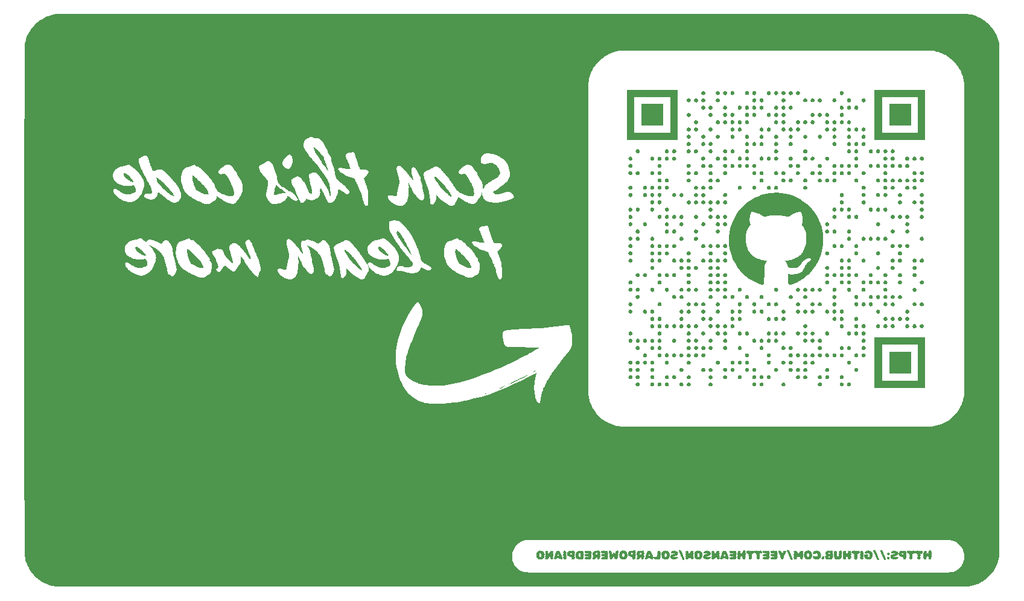
<source format=gbr>
%TF.GenerationSoftware,Flux,Pcbnew,7.0.11-7.0.11~ubuntu20.04.1*%
%TF.CreationDate,2024-08-20T18:53:49+00:00*%
%TF.ProjectId,input,696e7075-742e-46b6-9963-61645f706362,rev?*%
%TF.SameCoordinates,Original*%
%TF.FileFunction,Legend,Bot*%
%TF.FilePolarity,Positive*%
%FSLAX46Y46*%
G04 Gerber Fmt 4.6, Leading zero omitted, Abs format (unit mm)*
G04 Filename: known-fuchsia-translation-collar*
G04 Build it with Flux! Visit our site at: https://www.flux.ai (PCBNEW 7.0.11-7.0.11~ubuntu20.04.1) date 2024-08-20 18:53:49*
%MOMM*%
%LPD*%
G01*
G04 APERTURE LIST*
G04 APERTURE END LIST*
%TO.C,*%
G36*
X116771050Y-19077250D02*
G01*
X124158015Y-19077644D01*
X130968935Y-19078306D01*
X137126000Y-19079200D01*
X142551398Y-19080294D01*
X147167319Y-19081556D01*
X150895950Y-19082950D01*
X153659481Y-19084444D01*
X155380102Y-19086006D01*
X155980000Y-19087600D01*
X156260196Y-19130300D01*
X156535704Y-19187867D01*
X156806100Y-19260100D01*
X157070963Y-19346800D01*
X157329870Y-19447767D01*
X157582400Y-19562800D01*
X157828130Y-19691700D01*
X158066637Y-19834267D01*
X158297500Y-19990300D01*
X158520296Y-20159600D01*
X158734604Y-20341967D01*
X158940000Y-20537200D01*
X159117737Y-20722263D01*
X159283230Y-20909970D01*
X159436900Y-21101100D01*
X159579170Y-21296430D01*
X159710463Y-21496737D01*
X159831200Y-21702800D01*
X159941804Y-21915396D01*
X160042696Y-22135304D01*
X160134300Y-22363300D01*
X160217037Y-22600163D01*
X160291330Y-22846670D01*
X160357600Y-23103600D01*
X160428000Y-23401200D01*
X160437600Y-59113200D01*
X160438980Y-66688737D01*
X160439837Y-73120963D01*
X160440050Y-78503500D01*
X160439496Y-82929970D01*
X160438054Y-86493996D01*
X160435600Y-89289200D01*
X160432013Y-91409204D01*
X160427170Y-92947630D01*
X160420950Y-93998100D01*
X160413230Y-94654237D01*
X160403887Y-95009663D01*
X160392800Y-95158000D01*
X160323667Y-95519870D01*
X160228800Y-95873496D01*
X160109000Y-96217700D01*
X159965067Y-96551304D01*
X159797800Y-96873130D01*
X159608000Y-97182000D01*
X159396467Y-97476737D01*
X159164000Y-97756163D01*
X158911400Y-98019100D01*
X158639467Y-98264370D01*
X158349000Y-98490796D01*
X158040800Y-98697200D01*
X157917494Y-98771281D01*
X157792222Y-98841585D01*
X157664750Y-98908200D01*
X157534844Y-98971215D01*
X157402272Y-99030719D01*
X157266800Y-99086800D01*
X157128194Y-99139548D01*
X156986222Y-99189052D01*
X156840650Y-99235400D01*
X156691244Y-99278681D01*
X156537772Y-99318985D01*
X156380000Y-99356400D01*
X156044000Y-99433200D01*
X92028000Y-99433200D01*
X28012000Y-99433200D01*
X27628000Y-99343600D01*
X27408156Y-99287209D01*
X27196178Y-99225007D01*
X26991400Y-99156650D01*
X26793156Y-99081793D01*
X26600778Y-99000091D01*
X26413600Y-98911200D01*
X26230956Y-98814776D01*
X26052178Y-98710474D01*
X25876600Y-98597950D01*
X25703556Y-98476859D01*
X25532378Y-98346857D01*
X25362400Y-98207600D01*
X25138359Y-98004833D01*
X24927407Y-97787600D01*
X24730100Y-97556900D01*
X24546993Y-97313733D01*
X24378641Y-97059100D01*
X24225600Y-96794000D01*
X24088426Y-96519433D01*
X23967674Y-96236400D01*
X23863900Y-95945900D01*
X23777659Y-95648933D01*
X23709507Y-95346500D01*
X23679616Y-95161200D01*
X92047200Y-95161200D01*
X92048076Y-95278726D01*
X92051007Y-95384607D01*
X92056450Y-95480800D01*
X92064859Y-95569259D01*
X92076691Y-95651941D01*
X92092400Y-95730800D01*
X92112443Y-95807793D01*
X92137274Y-95884874D01*
X92167350Y-95964000D01*
X92203126Y-96047126D01*
X92245057Y-96136207D01*
X92293600Y-96233200D01*
X92346174Y-96327443D01*
X92407259Y-96422341D01*
X92475900Y-96516950D01*
X92551141Y-96610326D01*
X92632026Y-96701524D01*
X92717600Y-96789600D01*
X92806907Y-96873609D01*
X92898993Y-96952607D01*
X92992900Y-97025650D01*
X93087674Y-97091793D01*
X93182359Y-97150091D01*
X93276000Y-97199600D01*
X93314839Y-97218228D01*
X93355778Y-97237156D01*
X93398250Y-97256150D01*
X93441689Y-97274978D01*
X93485528Y-97293406D01*
X93529200Y-97311200D01*
X93572139Y-97328128D01*
X93613778Y-97343956D01*
X93653550Y-97358450D01*
X93690889Y-97371378D01*
X93725228Y-97382506D01*
X93756000Y-97391600D01*
X93841011Y-97404161D01*
X94058222Y-97414756D01*
X94499700Y-97423550D01*
X95257511Y-97430711D01*
X96423722Y-97436406D01*
X98090400Y-97440800D01*
X100349611Y-97444061D01*
X103293422Y-97446356D01*
X107013900Y-97447850D01*
X111603111Y-97448711D01*
X117153122Y-97449106D01*
X123756000Y-97449200D01*
X129566004Y-97449054D01*
X134598963Y-97448563D01*
X138907300Y-97447650D01*
X142543437Y-97446237D01*
X145559796Y-97444246D01*
X148008800Y-97441600D01*
X149942870Y-97438220D01*
X151414430Y-97434030D01*
X152475900Y-97428950D01*
X153179704Y-97422904D01*
X153578263Y-97415813D01*
X153724000Y-97407600D01*
X153784350Y-97390419D01*
X153853733Y-97366681D01*
X153930250Y-97337300D01*
X154012000Y-97303185D01*
X154097083Y-97265248D01*
X154183600Y-97224400D01*
X154269650Y-97181552D01*
X154353333Y-97137615D01*
X154432750Y-97093500D01*
X154506000Y-97050119D01*
X154571183Y-97008381D01*
X154626400Y-96969200D01*
X154711743Y-96900661D01*
X154796074Y-96822222D01*
X154878650Y-96735050D01*
X154958726Y-96640311D01*
X155035557Y-96539172D01*
X155108400Y-96432800D01*
X155176509Y-96322361D01*
X155239141Y-96209022D01*
X155295550Y-96093950D01*
X155344993Y-95978311D01*
X155386724Y-95863272D01*
X155420000Y-95750000D01*
X155439802Y-95664580D01*
X155456015Y-95573837D01*
X155468650Y-95478850D01*
X155477719Y-95380696D01*
X155483231Y-95280454D01*
X155485200Y-95179200D01*
X155483635Y-95078013D01*
X155478548Y-94977970D01*
X155469950Y-94880150D01*
X155457852Y-94785630D01*
X155442265Y-94695487D01*
X155423200Y-94610800D01*
X155360728Y-94407250D01*
X155279689Y-94211733D01*
X155181250Y-94025350D01*
X155066578Y-93849200D01*
X154936839Y-93684383D01*
X154793200Y-93532000D01*
X154636828Y-93393150D01*
X154468889Y-93268933D01*
X154290550Y-93160450D01*
X154102978Y-93068800D01*
X153907339Y-92995083D01*
X153704800Y-92940400D01*
X153574061Y-92930781D01*
X153234889Y-92922652D01*
X152620450Y-92915900D01*
X151663911Y-92910415D01*
X150298439Y-92906085D01*
X148457200Y-92902800D01*
X146073361Y-92900448D01*
X143080089Y-92898919D01*
X139410550Y-92898100D01*
X134997911Y-92897881D01*
X129775339Y-92898152D01*
X123676000Y-92898800D01*
X93868000Y-92905200D01*
X93621600Y-92988400D01*
X93445291Y-93055443D01*
X93278059Y-93133274D01*
X93120050Y-93221750D01*
X92971407Y-93320726D01*
X92832276Y-93430057D01*
X92702800Y-93549600D01*
X92583124Y-93679209D01*
X92473393Y-93818741D01*
X92373750Y-93968050D01*
X92284341Y-94126993D01*
X92205309Y-94295424D01*
X92136800Y-94473200D01*
X92117559Y-94527681D01*
X92101274Y-94577052D01*
X92087700Y-94623000D01*
X92076593Y-94667215D01*
X92067707Y-94711385D01*
X92060800Y-94757200D01*
X92055626Y-94806348D01*
X92051941Y-94860519D01*
X92049500Y-94921400D01*
X92048059Y-94990681D01*
X92047374Y-95070052D01*
X92047200Y-95161200D01*
X23679616Y-95161200D01*
X23660000Y-95039600D01*
X23650317Y-94863552D01*
X23642000Y-94441081D01*
X23634950Y-93693100D01*
X23629067Y-92540519D01*
X23624250Y-90904248D01*
X23620400Y-88705200D01*
X23617417Y-85864285D01*
X23615200Y-82302415D01*
X23613650Y-77940500D01*
X23612667Y-72699452D01*
X23612198Y-67078237D01*
X75710015Y-67078237D01*
X75711685Y-67276546D01*
X75716800Y-67477600D01*
X75725248Y-67678320D01*
X75736919Y-67875630D01*
X75751700Y-68066450D01*
X75769481Y-68247704D01*
X75790152Y-68416313D01*
X75813600Y-68569200D01*
X75876211Y-68887437D01*
X75951556Y-69205763D01*
X76038900Y-69522400D01*
X76137511Y-69835570D01*
X76246656Y-70143496D01*
X76365600Y-70444400D01*
X76493611Y-70736504D01*
X76629956Y-71018030D01*
X76773900Y-71287200D01*
X76924711Y-71542237D01*
X77081656Y-71781363D01*
X77244000Y-72002800D01*
X77345298Y-72126126D01*
X77454919Y-72249141D01*
X77571850Y-72371000D01*
X77695081Y-72490859D01*
X77823602Y-72607874D01*
X77956400Y-72721200D01*
X78092465Y-72829993D01*
X78230785Y-72933407D01*
X78370350Y-73030600D01*
X78510148Y-73120726D01*
X78649169Y-73202941D01*
X78786400Y-73276400D01*
X78861228Y-73311950D01*
X78948222Y-73349333D01*
X79045150Y-73387850D01*
X79149778Y-73426800D01*
X79259872Y-73465483D01*
X79373200Y-73503200D01*
X79487528Y-73539250D01*
X79600622Y-73572933D01*
X79710250Y-73603550D01*
X79814178Y-73630400D01*
X79910172Y-73652783D01*
X79996000Y-73670000D01*
X80237737Y-73707131D01*
X80490963Y-73736919D01*
X80755700Y-73759350D01*
X81031970Y-73774415D01*
X81319796Y-73782102D01*
X81619200Y-73782400D01*
X81930204Y-73775298D01*
X82252830Y-73760785D01*
X82587100Y-73738850D01*
X82933037Y-73709481D01*
X83290663Y-73672669D01*
X83660000Y-73628400D01*
X83975796Y-73587611D01*
X84258637Y-73549556D01*
X84512500Y-73513500D01*
X84741363Y-73478711D01*
X84949204Y-73444456D01*
X85140000Y-73410000D01*
X85317730Y-73374611D01*
X85486370Y-73337556D01*
X85649900Y-73298100D01*
X85812296Y-73255511D01*
X85977537Y-73209056D01*
X86149600Y-73158000D01*
X86232324Y-73133715D01*
X86319659Y-73109052D01*
X86410350Y-73084300D01*
X86503141Y-73059748D01*
X86596776Y-73035685D01*
X86690000Y-73012400D01*
X86781557Y-72990181D01*
X86870193Y-72969319D01*
X86954650Y-72950100D01*
X87033674Y-72932815D01*
X87106009Y-72917752D01*
X87170400Y-72905200D01*
X87298056Y-72882767D01*
X87408444Y-72862800D01*
X87505500Y-72844300D01*
X87593156Y-72826267D01*
X87675344Y-72807700D01*
X87756000Y-72787600D01*
X87839056Y-72764967D01*
X87928444Y-72738800D01*
X88028100Y-72708100D01*
X88141956Y-72671867D01*
X88273944Y-72629100D01*
X88428000Y-72578800D01*
X88821865Y-72446583D01*
X89214652Y-72307733D01*
X89611150Y-72160150D01*
X90016148Y-72001733D01*
X90434435Y-71830383D01*
X90870800Y-71644000D01*
X91330031Y-71440483D01*
X91816919Y-71217733D01*
X92336250Y-70973650D01*
X92892815Y-70706133D01*
X93491402Y-70413083D01*
X94136800Y-70092400D01*
X94314600Y-70003057D01*
X94485333Y-69917926D01*
X94647400Y-69837750D01*
X94799200Y-69763274D01*
X94939133Y-69695243D01*
X95065600Y-69634400D01*
X95177000Y-69581491D01*
X95271733Y-69537259D01*
X95348200Y-69502450D01*
X95404800Y-69477807D01*
X95439933Y-69464076D01*
X95452000Y-69462000D01*
X95451020Y-69469694D01*
X95448163Y-69485956D01*
X95443550Y-69510150D01*
X95437304Y-69541644D01*
X95429546Y-69579806D01*
X95420400Y-69624000D01*
X95409987Y-69673594D01*
X95398430Y-69727956D01*
X95385850Y-69786450D01*
X95372370Y-69848444D01*
X95358113Y-69913306D01*
X95343200Y-69980400D01*
X95299646Y-70188102D01*
X95261704Y-70383348D01*
X95229250Y-70567550D01*
X95202163Y-70742119D01*
X95180320Y-70908465D01*
X95163600Y-71068000D01*
X95151880Y-71222135D01*
X95145037Y-71372281D01*
X95142950Y-71519850D01*
X95145496Y-71666252D01*
X95152554Y-71812898D01*
X95164000Y-71961200D01*
X95188194Y-72196176D01*
X95216222Y-72410607D01*
X95248450Y-72605550D01*
X95285244Y-72782059D01*
X95326972Y-72941191D01*
X95374000Y-73084000D01*
X95426694Y-73211543D01*
X95485422Y-73324874D01*
X95550550Y-73425050D01*
X95622444Y-73513126D01*
X95701472Y-73590157D01*
X95788000Y-73657200D01*
X95928800Y-73756400D01*
X95944800Y-73682800D01*
X95948046Y-73667198D01*
X95952904Y-73641719D01*
X95959250Y-73607150D01*
X95966963Y-73564281D01*
X95975920Y-73513902D01*
X95986000Y-73456800D01*
X95997080Y-73393765D01*
X96009037Y-73325585D01*
X96021750Y-73253050D01*
X96035096Y-73176948D01*
X96048954Y-73098069D01*
X96063200Y-73017200D01*
X96077033Y-72935420D01*
X96091200Y-72853896D01*
X96105500Y-72773550D01*
X96119733Y-72695304D01*
X96133700Y-72620080D01*
X96147200Y-72548800D01*
X96160033Y-72482387D01*
X96172000Y-72421763D01*
X96182900Y-72367850D01*
X96192533Y-72321570D01*
X96200700Y-72283846D01*
X96207200Y-72255600D01*
X96240598Y-72147115D01*
X96289852Y-72011719D01*
X96352950Y-71853700D01*
X96427881Y-71677348D01*
X96512635Y-71486952D01*
X96605200Y-71286800D01*
X96703565Y-71081181D01*
X96805719Y-70874385D01*
X96909650Y-70670700D01*
X97013348Y-70474415D01*
X97114802Y-70289819D01*
X97212000Y-70121200D01*
X97282237Y-70003181D01*
X97346430Y-69897052D01*
X97408000Y-69797900D01*
X97470370Y-69700815D01*
X97536963Y-69600885D01*
X97611200Y-69493200D01*
X97696504Y-69372848D01*
X97796296Y-69234919D01*
X97914000Y-69074500D01*
X98053037Y-68886681D01*
X98216830Y-68666552D01*
X98408800Y-68409200D01*
X98583144Y-68175537D01*
X98743822Y-67961496D01*
X98892100Y-67765500D01*
X99029244Y-67585970D01*
X99156522Y-67421330D01*
X99275200Y-67270000D01*
X99386544Y-67130404D01*
X99491822Y-67000963D01*
X99592300Y-66880100D01*
X99689244Y-66766237D01*
X99783922Y-66657796D01*
X99877600Y-66553200D01*
X99937263Y-66483063D01*
X99995970Y-66407570D01*
X100053300Y-66327500D01*
X100108830Y-66243630D01*
X100162137Y-66156737D01*
X100212800Y-66067600D01*
X100260396Y-65976996D01*
X100304504Y-65885704D01*
X100344700Y-65794500D01*
X100380563Y-65704163D01*
X100411670Y-65615470D01*
X100437600Y-65529200D01*
X100454463Y-65445750D01*
X100468237Y-65340533D01*
X100478900Y-65217650D01*
X100486430Y-65081200D01*
X100490804Y-64935283D01*
X100492000Y-64784000D01*
X100489996Y-64631450D01*
X100484770Y-64481733D01*
X100476300Y-64338950D01*
X100464563Y-64207200D01*
X100449537Y-64090583D01*
X100431200Y-63993200D01*
X100414496Y-63924204D01*
X100389570Y-63827096D01*
X100358200Y-63708300D01*
X100322163Y-63574237D01*
X100283237Y-63431330D01*
X100243200Y-63286000D01*
X100203830Y-63144670D01*
X100166904Y-63013763D01*
X100134200Y-62899700D01*
X100107496Y-62808904D01*
X100088570Y-62747796D01*
X100079200Y-62722800D01*
X100060406Y-62720007D01*
X100014178Y-62720993D01*
X99943750Y-62725400D01*
X99852356Y-62732874D01*
X99743228Y-62743059D01*
X99619600Y-62755600D01*
X99484706Y-62770141D01*
X99341778Y-62786326D01*
X99194050Y-62803800D01*
X99044756Y-62822207D01*
X98897128Y-62841193D01*
X98754400Y-62860400D01*
X98367878Y-62912446D01*
X98019822Y-62957570D01*
X97691500Y-62997250D01*
X97364178Y-63032963D01*
X97019122Y-63066187D01*
X96637600Y-63098400D01*
X96200878Y-63131080D01*
X95690222Y-63165704D01*
X95086900Y-63203750D01*
X94372178Y-63246696D01*
X93527322Y-63296020D01*
X92533600Y-63353200D01*
X92244287Y-63369878D01*
X91996163Y-63385022D01*
X91785350Y-63399100D01*
X91607970Y-63412578D01*
X91460146Y-63425922D01*
X91338000Y-63439600D01*
X91237654Y-63454078D01*
X91155230Y-63469822D01*
X91086850Y-63487300D01*
X91028637Y-63506978D01*
X90976713Y-63529322D01*
X90927200Y-63554800D01*
X90869828Y-63589952D01*
X90820756Y-63629081D01*
X90779750Y-63673500D01*
X90746578Y-63724519D01*
X90721006Y-63783448D01*
X90702800Y-63851600D01*
X90691728Y-63930285D01*
X90687556Y-64020815D01*
X90690050Y-64124500D01*
X90698978Y-64242652D01*
X90714106Y-64376581D01*
X90735200Y-64527600D01*
X90760617Y-64688250D01*
X90787333Y-64836000D01*
X90815450Y-64971150D01*
X90845067Y-65094000D01*
X90876283Y-65204850D01*
X90909200Y-65304000D01*
X90943917Y-65391750D01*
X90980533Y-65468400D01*
X91019150Y-65534250D01*
X91059867Y-65589600D01*
X91102783Y-65634750D01*
X91148000Y-65670000D01*
X91198733Y-65699735D01*
X91257333Y-65725215D01*
X91329800Y-65746850D01*
X91422133Y-65765052D01*
X91540333Y-65780231D01*
X91690400Y-65792800D01*
X91878333Y-65803169D01*
X92110133Y-65811748D01*
X92391800Y-65818950D01*
X92729333Y-65825185D01*
X93128733Y-65830865D01*
X93596000Y-65836400D01*
X93859248Y-65839724D01*
X94114519Y-65843259D01*
X94359300Y-65846950D01*
X94591081Y-65850741D01*
X94807352Y-65854576D01*
X95005600Y-65858400D01*
X95183315Y-65862157D01*
X95337985Y-65865793D01*
X95467100Y-65869250D01*
X95568148Y-65872474D01*
X95638619Y-65875409D01*
X95676000Y-65878000D01*
X95820000Y-65897200D01*
X95612000Y-66044400D01*
X95486807Y-66125759D01*
X95304859Y-66234474D01*
X95073400Y-66366700D01*
X94799674Y-66518593D01*
X94490926Y-66686307D01*
X94154400Y-66866000D01*
X93797341Y-67053826D01*
X93426993Y-67245941D01*
X93050600Y-67438500D01*
X92675407Y-67627659D01*
X92308659Y-67809574D01*
X91957600Y-67980400D01*
X91236356Y-68320098D01*
X90515111Y-68647052D01*
X89797600Y-68959850D01*
X89087556Y-69257081D01*
X88388711Y-69537335D01*
X87704800Y-69799200D01*
X87039556Y-70041265D01*
X86396711Y-70262119D01*
X85780000Y-70460350D01*
X85193156Y-70634548D01*
X84639911Y-70783302D01*
X84124000Y-70905200D01*
X83679496Y-70995056D01*
X83239704Y-71070978D01*
X82806000Y-71132900D01*
X82379763Y-71180756D01*
X81962370Y-71214478D01*
X81555200Y-71234000D01*
X81159630Y-71239256D01*
X80777037Y-71230178D01*
X80408800Y-71206700D01*
X80056296Y-71168756D01*
X79720904Y-71116278D01*
X79404000Y-71049200D01*
X79259294Y-71012448D01*
X79117822Y-70972519D01*
X78979350Y-70929300D01*
X78843644Y-70882681D01*
X78710472Y-70832552D01*
X78579600Y-70778800D01*
X78450794Y-70721315D01*
X78323822Y-70659985D01*
X78198450Y-70594700D01*
X78074444Y-70525348D01*
X77951572Y-70451819D01*
X77829600Y-70374000D01*
X77710881Y-70291526D01*
X77602519Y-70208607D01*
X77504200Y-70124800D01*
X77415615Y-70039659D01*
X77336452Y-69952741D01*
X77266400Y-69863600D01*
X77205148Y-69771793D01*
X77152385Y-69676874D01*
X77107800Y-69578400D01*
X77071081Y-69475926D01*
X77041919Y-69369007D01*
X77020000Y-69257200D01*
X77006161Y-69119846D01*
X77002622Y-68950904D01*
X77008750Y-68755050D01*
X77023911Y-68536963D01*
X77047472Y-68301320D01*
X77078800Y-68052800D01*
X77117261Y-67796080D01*
X77162222Y-67535837D01*
X77213050Y-67276750D01*
X77269111Y-67023496D01*
X77329772Y-66780754D01*
X77394400Y-66553200D01*
X77448144Y-66382874D01*
X77516356Y-66182859D01*
X77598700Y-65954000D01*
X77694844Y-65697141D01*
X77804456Y-65413126D01*
X77927200Y-65102800D01*
X78062744Y-64767007D01*
X78210756Y-64406593D01*
X78370900Y-64022400D01*
X78542844Y-63615274D01*
X78726256Y-63186059D01*
X78920800Y-62735600D01*
X79033546Y-62474991D01*
X79128104Y-62254459D01*
X79206150Y-62068750D01*
X79269363Y-61912607D01*
X79319420Y-61780776D01*
X79358000Y-61668000D01*
X79386780Y-61569024D01*
X79407437Y-61478593D01*
X79421650Y-61391450D01*
X79431096Y-61302341D01*
X79437454Y-61206009D01*
X79442400Y-61097200D01*
X79445891Y-60991252D01*
X79446593Y-60893348D01*
X79444250Y-60802200D01*
X79438607Y-60716519D01*
X79429409Y-60635015D01*
X79416400Y-60556400D01*
X79399324Y-60479385D01*
X79377926Y-60402681D01*
X79351950Y-60325000D01*
X79321141Y-60245052D01*
X79285243Y-60161548D01*
X79244000Y-60073200D01*
X79208228Y-60003741D01*
X79168756Y-59933793D01*
X79126550Y-59864600D01*
X79082578Y-59797407D01*
X79037806Y-59733459D01*
X78993200Y-59674000D01*
X78949728Y-59620274D01*
X78908356Y-59573526D01*
X78870050Y-59535000D01*
X78835778Y-59505941D01*
X78806506Y-59487593D01*
X78783200Y-59481200D01*
X78773909Y-59482763D01*
X78762207Y-59487304D01*
X78748350Y-59494600D01*
X78732593Y-59504430D01*
X78715191Y-59516570D01*
X78696400Y-59530800D01*
X78676476Y-59546896D01*
X78655674Y-59564637D01*
X78634250Y-59583800D01*
X78612459Y-59604163D01*
X78590557Y-59625504D01*
X78568800Y-59647600D01*
X78544024Y-59674804D01*
X78514859Y-59709496D01*
X78481850Y-59750900D01*
X78445541Y-59798237D01*
X78406476Y-59850730D01*
X78365200Y-59907600D01*
X78322257Y-59968070D01*
X78278193Y-60031363D01*
X78233550Y-60096700D01*
X78188874Y-60163304D01*
X78144709Y-60230396D01*
X78101600Y-60297200D01*
X77772372Y-60828900D01*
X77466444Y-61358000D01*
X77184050Y-61883900D01*
X76925422Y-62406000D01*
X76690794Y-62923700D01*
X76480400Y-63436400D01*
X76294472Y-63943500D01*
X76133244Y-64444400D01*
X75996950Y-64938500D01*
X75885822Y-65425200D01*
X75800094Y-65903900D01*
X75740000Y-66374000D01*
X75726781Y-66530554D01*
X75717452Y-66702163D01*
X75711900Y-66885750D01*
X75710015Y-67078237D01*
X23612198Y-67078237D01*
X23612150Y-66500181D01*
X23612000Y-59263600D01*
X23612204Y-53396326D01*
X23612360Y-52073200D01*
X37676000Y-52073200D01*
X37676298Y-52132439D01*
X37677319Y-52184444D01*
X37679250Y-52230250D01*
X37682281Y-52270889D01*
X37686602Y-52307394D01*
X37692400Y-52340800D01*
X37699865Y-52372139D01*
X37709185Y-52402444D01*
X37720550Y-52432750D01*
X37734148Y-52464089D01*
X37750169Y-52497494D01*
X37768800Y-52534000D01*
X37808457Y-52604859D01*
X37852193Y-52673407D01*
X37899950Y-52739600D01*
X37951674Y-52803393D01*
X38007309Y-52864741D01*
X38066800Y-52923600D01*
X38130091Y-52979926D01*
X38197126Y-53033674D01*
X38267850Y-53084800D01*
X38342207Y-53133259D01*
X38420143Y-53179007D01*
X38501600Y-53222000D01*
X38610643Y-53274722D01*
X38714741Y-53321111D01*
X38815350Y-53361500D01*
X38913926Y-53396222D01*
X39011924Y-53425611D01*
X39110800Y-53450000D01*
X39212009Y-53469722D01*
X39317007Y-53485111D01*
X39427250Y-53496500D01*
X39544193Y-53504222D01*
X39669291Y-53508611D01*
X39804000Y-53510000D01*
X39889180Y-53508989D01*
X39965970Y-53507511D01*
X40035050Y-53505500D01*
X40097096Y-53502889D01*
X40152787Y-53499611D01*
X40202800Y-53495600D01*
X40247813Y-53490789D01*
X40288504Y-53485111D01*
X40325550Y-53478500D01*
X40359630Y-53470889D01*
X40391420Y-53462211D01*
X40421600Y-53452400D01*
X40465370Y-53437322D01*
X40502963Y-53426178D01*
X40535400Y-53419700D01*
X40563704Y-53418622D01*
X40588896Y-53423678D01*
X40612000Y-53435600D01*
X40634037Y-53455122D01*
X40656030Y-53482978D01*
X40679000Y-53519900D01*
X40703970Y-53566622D01*
X40731963Y-53623878D01*
X40764000Y-53692400D01*
X40814485Y-53810533D01*
X40852148Y-53917467D01*
X40876700Y-54014000D01*
X40887852Y-54100933D01*
X40885315Y-54179067D01*
X40868800Y-54249200D01*
X40838019Y-54312133D01*
X40792681Y-54368667D01*
X40732500Y-54419600D01*
X40657185Y-54465733D01*
X40566448Y-54507867D01*
X40460000Y-54546800D01*
X40432865Y-54555370D01*
X40404519Y-54564963D01*
X40375350Y-54575400D01*
X40345748Y-54586504D01*
X40316102Y-54598096D01*
X40286800Y-54610000D01*
X40258231Y-54622037D01*
X40230785Y-54634030D01*
X40204850Y-54645800D01*
X40180815Y-54657170D01*
X40159069Y-54667963D01*
X40140000Y-54678000D01*
X40101207Y-54697069D01*
X40062726Y-54712681D01*
X40023800Y-54724850D01*
X39983674Y-54733585D01*
X39941593Y-54738898D01*
X39896800Y-54740800D01*
X39848541Y-54739302D01*
X39796059Y-54734415D01*
X39738600Y-54726150D01*
X39675407Y-54714519D01*
X39605726Y-54699531D01*
X39528800Y-54681200D01*
X39444776Y-54658293D01*
X39361941Y-54632607D01*
X39279750Y-54603900D01*
X39197659Y-54571926D01*
X39115124Y-54536441D01*
X39031600Y-54497200D01*
X38946543Y-54453959D01*
X38859407Y-54406474D01*
X38769650Y-54354500D01*
X38676726Y-54297793D01*
X38580091Y-54236107D01*
X38479200Y-54169200D01*
X38386717Y-54107243D01*
X38302533Y-54054074D01*
X38226150Y-54009550D01*
X38157067Y-53973526D01*
X38094783Y-53945857D01*
X38038800Y-53926400D01*
X37988617Y-53915009D01*
X37943733Y-53911541D01*
X37903650Y-53915850D01*
X37867867Y-53927793D01*
X37835883Y-53947224D01*
X37807200Y-53974000D01*
X37795991Y-53986785D01*
X37786326Y-53999748D01*
X37778150Y-54013200D01*
X37771407Y-54027452D01*
X37766043Y-54042815D01*
X37762000Y-54059600D01*
X37759224Y-54078119D01*
X37757659Y-54098681D01*
X37757250Y-54121600D01*
X37757941Y-54147185D01*
X37759676Y-54175748D01*
X37762400Y-54207600D01*
X37787293Y-54331402D01*
X37841007Y-54462815D01*
X37920900Y-54599450D01*
X38024326Y-54738919D01*
X38148641Y-54878831D01*
X38291200Y-55016800D01*
X38449359Y-55150435D01*
X38620474Y-55277348D01*
X38801900Y-55395150D01*
X38990993Y-55501452D01*
X39185107Y-55593865D01*
X39381600Y-55670000D01*
X39548476Y-55720246D01*
X39710207Y-55755704D01*
X39867250Y-55776250D01*
X40020059Y-55781763D01*
X40169091Y-55772120D01*
X40314800Y-55747200D01*
X40457643Y-55706880D01*
X40598074Y-55651037D01*
X40736550Y-55579550D01*
X40873526Y-55492296D01*
X41009457Y-55389154D01*
X41144800Y-55270000D01*
X41278748Y-55135322D01*
X41404919Y-54989911D01*
X41522600Y-54835300D01*
X41631081Y-54673022D01*
X41729652Y-54504611D01*
X41817600Y-54331600D01*
X41894215Y-54155522D01*
X41958785Y-53977911D01*
X42010600Y-53800300D01*
X42048948Y-53624222D01*
X42073119Y-53451211D01*
X42082400Y-53282800D01*
X42080926Y-53212615D01*
X42075141Y-53138919D01*
X42065400Y-53063000D01*
X42052059Y-52986148D01*
X42035474Y-52909652D01*
X42016000Y-52834800D01*
X41993993Y-52762881D01*
X41969807Y-52695185D01*
X41943800Y-52633000D01*
X41916326Y-52577615D01*
X41887741Y-52530319D01*
X41858400Y-52492400D01*
X41848507Y-52481269D01*
X41836593Y-52465748D01*
X41822900Y-52446250D01*
X41807674Y-52423185D01*
X41791159Y-52396965D01*
X41773600Y-52368000D01*
X41755241Y-52336702D01*
X41736326Y-52303481D01*
X41717100Y-52268750D01*
X41697807Y-52232919D01*
X41678693Y-52196398D01*
X41660000Y-52159600D01*
X41634683Y-52111670D01*
X41609733Y-52066830D01*
X41584850Y-52024700D01*
X41559733Y-51984904D01*
X41534083Y-51947063D01*
X41507600Y-51910800D01*
X41479983Y-51875737D01*
X41450933Y-51841496D01*
X41420150Y-51807700D01*
X41387333Y-51773970D01*
X41352183Y-51739930D01*
X41314400Y-51705200D01*
X41106400Y-51513200D01*
X41292000Y-51577200D01*
X41318531Y-51586700D01*
X41346652Y-51597467D01*
X41375950Y-51609300D01*
X41406015Y-51622000D01*
X41436435Y-51635367D01*
X41466800Y-51649200D01*
X41496698Y-51663300D01*
X41525719Y-51677467D01*
X41553450Y-51691500D01*
X41579481Y-51705200D01*
X41603402Y-51718367D01*
X41624800Y-51730800D01*
X41646069Y-51744165D01*
X41669615Y-51758519D01*
X41695050Y-51773650D01*
X41721985Y-51789348D01*
X41750031Y-51805402D01*
X41778800Y-51821600D01*
X41807902Y-51837731D01*
X41836948Y-51853585D01*
X41865550Y-51868950D01*
X41893319Y-51883615D01*
X41919865Y-51897369D01*
X41944800Y-51910000D01*
X41970320Y-51923285D01*
X41998563Y-51938948D01*
X42029050Y-51956700D01*
X42061304Y-51976252D01*
X42094846Y-51997315D01*
X42129200Y-52019600D01*
X42163887Y-52042819D01*
X42198430Y-52066681D01*
X42232350Y-52090900D01*
X42265170Y-52115185D01*
X42296413Y-52139248D01*
X42325600Y-52162800D01*
X42390900Y-52218585D01*
X42462400Y-52285348D01*
X42538300Y-52361000D01*
X42616800Y-52443452D01*
X42696100Y-52530615D01*
X42774400Y-52620400D01*
X42849900Y-52710719D01*
X42920800Y-52799481D01*
X42985300Y-52884600D01*
X43041600Y-52963985D01*
X43087900Y-53035548D01*
X43122400Y-53097200D01*
X43143411Y-53137713D01*
X43162222Y-53176237D01*
X43179700Y-53215450D01*
X43196711Y-53258030D01*
X43214122Y-53306654D01*
X43232800Y-53364000D01*
X43253611Y-53432746D01*
X43277422Y-53515570D01*
X43305100Y-53615150D01*
X43337511Y-53734163D01*
X43375522Y-53875287D01*
X43420000Y-54041200D01*
X43436967Y-54105411D01*
X43454133Y-54169556D01*
X43471300Y-54232900D01*
X43488267Y-54294711D01*
X43504833Y-54354256D01*
X43520800Y-54410800D01*
X43535967Y-54463611D01*
X43550133Y-54511956D01*
X43563100Y-54555100D01*
X43574667Y-54592311D01*
X43584633Y-54622856D01*
X43592800Y-54646000D01*
X43599857Y-54666406D01*
X43606593Y-54688978D01*
X43612950Y-54713350D01*
X43618874Y-54739156D01*
X43624309Y-54766028D01*
X43629200Y-54793600D01*
X43633491Y-54821506D01*
X43637126Y-54849378D01*
X43640050Y-54876850D01*
X43642207Y-54903556D01*
X43643543Y-54929128D01*
X43644000Y-54953200D01*
X43645937Y-55002709D01*
X43651496Y-55057541D01*
X43660300Y-55116350D01*
X43671970Y-55177793D01*
X43686130Y-55240524D01*
X43702400Y-55303200D01*
X43720404Y-55364476D01*
X43739763Y-55423007D01*
X43760100Y-55477450D01*
X43781037Y-55526459D01*
X43802196Y-55568691D01*
X43823200Y-55602800D01*
X43833498Y-55617015D01*
X43843719Y-55629319D01*
X43854050Y-55639800D01*
X43864681Y-55648548D01*
X43875802Y-55655652D01*
X43887600Y-55661200D01*
X43900265Y-55665281D01*
X43913985Y-55667985D01*
X43928950Y-55669400D01*
X43945348Y-55669615D01*
X43963369Y-55668719D01*
X43983200Y-55666800D01*
X44000130Y-55664798D01*
X44015704Y-55663585D01*
X44029900Y-55663150D01*
X44042696Y-55663481D01*
X44054070Y-55664569D01*
X44064000Y-55666400D01*
X44072463Y-55668965D01*
X44079437Y-55672252D01*
X44084900Y-55676250D01*
X44088830Y-55680948D01*
X44091204Y-55686335D01*
X44092000Y-55692400D01*
X44095267Y-55709244D01*
X44104533Y-55727422D01*
X44119000Y-55746400D01*
X44137867Y-55765644D01*
X44160333Y-55784622D01*
X44185600Y-55802800D01*
X44212867Y-55819644D01*
X44241333Y-55834622D01*
X44270200Y-55847200D01*
X44298667Y-55856844D01*
X44325933Y-55863022D01*
X44351200Y-55865200D01*
X44391287Y-55862915D01*
X44430030Y-55855985D01*
X44467550Y-55844300D01*
X44503970Y-55827748D01*
X44539413Y-55806219D01*
X44574000Y-55779600D01*
X44607854Y-55747781D01*
X44641096Y-55710652D01*
X44673850Y-55668100D01*
X44706237Y-55620015D01*
X44738380Y-55566285D01*
X44770400Y-55506800D01*
X44806511Y-55432326D01*
X44839556Y-55359541D01*
X44869400Y-55288800D01*
X44895911Y-55220459D01*
X44918956Y-55154874D01*
X44938400Y-55092400D01*
X44954111Y-55033393D01*
X44965956Y-54978207D01*
X44973800Y-54927200D01*
X44977511Y-54880726D01*
X44976956Y-54839141D01*
X44972000Y-54802800D01*
X44951713Y-54704209D01*
X44922504Y-54571941D01*
X44886250Y-54413650D01*
X44844830Y-54236993D01*
X44800120Y-54049624D01*
X44754000Y-53859200D01*
X44708346Y-53673376D01*
X44665037Y-53499807D01*
X44625950Y-53346150D01*
X44592963Y-53220059D01*
X44567954Y-53129191D01*
X44552800Y-53081200D01*
X44545954Y-53061137D01*
X44538296Y-53031896D01*
X44529950Y-52994300D01*
X44521037Y-52949170D01*
X44511680Y-52897330D01*
X44502000Y-52839600D01*
X44492120Y-52776804D01*
X44482163Y-52709763D01*
X44472250Y-52639300D01*
X44462504Y-52566237D01*
X44456269Y-52516900D01*
X44862350Y-52516900D01*
X44862726Y-52627393D01*
X44868124Y-52734507D01*
X44878800Y-52840400D01*
X44895009Y-52947226D01*
X44917007Y-53057141D01*
X44945050Y-53172300D01*
X44979393Y-53294859D01*
X45020291Y-53426974D01*
X45068000Y-53570800D01*
X45133078Y-53755172D01*
X45196889Y-53919644D01*
X45261500Y-54066850D01*
X45328978Y-54199422D01*
X45401389Y-54319994D01*
X45480800Y-54431200D01*
X45569278Y-54535672D01*
X45668889Y-54636044D01*
X45781700Y-54734950D01*
X45909778Y-54835022D01*
X46055189Y-54938894D01*
X46220000Y-55049200D01*
X46353644Y-55136159D01*
X46479556Y-55216341D01*
X46598000Y-55289900D01*
X46709244Y-55356993D01*
X46813556Y-55417774D01*
X46911200Y-55472400D01*
X47002444Y-55521026D01*
X47087556Y-55563807D01*
X47166800Y-55600900D01*
X47240444Y-55632459D01*
X47308756Y-55658641D01*
X47372000Y-55679600D01*
X47403257Y-55689102D01*
X47435926Y-55699881D01*
X47469550Y-55711750D01*
X47503674Y-55724519D01*
X47537843Y-55737998D01*
X47571600Y-55752000D01*
X47604491Y-55766335D01*
X47636059Y-55780815D01*
X47665850Y-55795250D01*
X47693407Y-55809452D01*
X47718276Y-55823231D01*
X47740000Y-55836400D01*
X47791867Y-55867757D01*
X47842133Y-55896326D01*
X47891200Y-55922250D01*
X47939467Y-55945674D01*
X47987333Y-55966743D01*
X48035200Y-55985600D01*
X48083467Y-56002391D01*
X48132533Y-56017259D01*
X48182800Y-56030350D01*
X48234667Y-56041807D01*
X48288533Y-56051776D01*
X48344800Y-56060400D01*
X48418531Y-56069907D01*
X48486652Y-56075926D01*
X48549950Y-56078300D01*
X48609215Y-56076874D01*
X48665235Y-56071493D01*
X48718800Y-56062000D01*
X48770698Y-56048241D01*
X48821719Y-56030059D01*
X48872650Y-56007300D01*
X48924281Y-55979807D01*
X48977402Y-55947426D01*
X49032800Y-55910000D01*
X49060650Y-55890246D01*
X49091067Y-55869570D01*
X49123550Y-55848250D01*
X49157600Y-55826563D01*
X49192717Y-55804787D01*
X49228400Y-55783200D01*
X49264150Y-55762080D01*
X49299467Y-55741704D01*
X49333850Y-55722350D01*
X49366800Y-55704296D01*
X49397817Y-55687820D01*
X49426400Y-55673200D01*
X49457659Y-55657009D01*
X49487407Y-55640474D01*
X49515600Y-55623650D01*
X49542193Y-55606593D01*
X49567141Y-55589357D01*
X49590400Y-55572000D01*
X49611926Y-55554576D01*
X49631674Y-55537141D01*
X49649600Y-55519750D01*
X49665659Y-55502459D01*
X49679807Y-55485324D01*
X49692000Y-55468400D01*
X49720106Y-55416604D01*
X49746711Y-55356163D01*
X49771650Y-55287900D01*
X49794756Y-55212637D01*
X49815861Y-55131196D01*
X49834800Y-55044400D01*
X49851406Y-54953070D01*
X49865511Y-54858030D01*
X49876950Y-54760100D01*
X49885556Y-54660104D01*
X49891161Y-54558863D01*
X49893600Y-54457200D01*
X49893485Y-54358176D01*
X49891348Y-54270074D01*
X49886900Y-54191950D01*
X49879852Y-54122859D01*
X49869915Y-54061857D01*
X49856800Y-54008000D01*
X49840219Y-53960343D01*
X49819881Y-53917941D01*
X49795500Y-53879850D01*
X49766785Y-53845126D01*
X49733448Y-53812824D01*
X49695200Y-53782000D01*
X49673765Y-53766167D01*
X49655719Y-53751867D01*
X49640850Y-53738500D01*
X49628948Y-53725467D01*
X49619802Y-53712167D01*
X49613200Y-53698000D01*
X49608931Y-53682367D01*
X49606785Y-53664667D01*
X49606550Y-53644300D01*
X49608015Y-53620667D01*
X49610969Y-53593167D01*
X49615200Y-53561200D01*
X49619350Y-53529124D01*
X49622000Y-53501126D01*
X49622850Y-53476350D01*
X49621600Y-53453941D01*
X49617950Y-53433043D01*
X49611600Y-53412800D01*
X49602250Y-53392357D01*
X49589600Y-53370859D01*
X49573350Y-53347450D01*
X49553200Y-53321274D01*
X49528850Y-53291476D01*
X49500000Y-53257200D01*
X49481130Y-53232750D01*
X49459970Y-53204533D01*
X49436900Y-53173050D01*
X49412296Y-53138800D01*
X49386537Y-53102283D01*
X49360000Y-53064000D01*
X49333063Y-53024450D01*
X49306104Y-52984133D01*
X49279500Y-52943550D01*
X49253630Y-52903200D01*
X49228870Y-52863583D01*
X49205600Y-52825200D01*
X49147152Y-52730030D01*
X49088948Y-52639837D01*
X49029100Y-52552400D01*
X48970608Y-52472200D01*
X49940300Y-52472200D01*
X49940652Y-52486119D01*
X49943181Y-52501281D01*
X49948000Y-52518000D01*
X49955219Y-52536585D01*
X49964948Y-52557348D01*
X49977300Y-52580600D01*
X49992385Y-52606652D01*
X50010315Y-52635815D01*
X50031200Y-52668400D01*
X50114457Y-52804370D01*
X50201259Y-52960963D01*
X50289550Y-53133200D01*
X50377274Y-53316104D01*
X50462376Y-53504696D01*
X50542800Y-53694000D01*
X50616491Y-53879037D01*
X50681393Y-54054830D01*
X50735450Y-54216400D01*
X50776607Y-54358770D01*
X50802809Y-54476963D01*
X50812000Y-54566000D01*
X50810163Y-54593894D01*
X50804770Y-54621422D01*
X50796000Y-54648350D01*
X50784030Y-54674444D01*
X50769037Y-54699472D01*
X50751200Y-54723200D01*
X50730696Y-54745394D01*
X50707704Y-54765822D01*
X50682400Y-54784250D01*
X50654963Y-54800444D01*
X50625570Y-54814172D01*
X50594400Y-54825200D01*
X50584948Y-54828115D01*
X50575852Y-54831985D01*
X50567200Y-54836700D01*
X50559081Y-54842148D01*
X50551585Y-54848219D01*
X50544800Y-54854800D01*
X50538815Y-54861781D01*
X50533719Y-54869052D01*
X50529600Y-54876500D01*
X50526548Y-54884015D01*
X50524652Y-54891485D01*
X50524000Y-54898800D01*
X50530780Y-54922572D01*
X50549704Y-54955644D01*
X50578650Y-54995850D01*
X50615496Y-55041022D01*
X50658120Y-55088994D01*
X50704400Y-55137600D01*
X50752213Y-55184672D01*
X50799437Y-55228044D01*
X50843950Y-55265550D01*
X50883630Y-55295022D01*
X50916354Y-55314294D01*
X50940000Y-55321200D01*
X50949585Y-55319546D01*
X50960681Y-55314637D01*
X50973200Y-55306550D01*
X50987052Y-55295363D01*
X51002148Y-55281154D01*
X51018400Y-55264000D01*
X51035719Y-55243980D01*
X51054015Y-55221170D01*
X51073200Y-55195650D01*
X51093185Y-55167496D01*
X51113881Y-55136787D01*
X51135200Y-55103600D01*
X51184022Y-55028789D01*
X51232711Y-54956578D01*
X51281000Y-54887300D01*
X51328622Y-54821289D01*
X51375311Y-54758878D01*
X51420800Y-54700400D01*
X51464822Y-54646189D01*
X51507111Y-54596578D01*
X51547400Y-54551900D01*
X51585422Y-54512489D01*
X51620911Y-54478678D01*
X51653600Y-54450800D01*
X51765600Y-54364400D01*
X52293600Y-54774000D01*
X52366139Y-54830176D01*
X52437644Y-54884741D01*
X52507350Y-54937150D01*
X52574489Y-54986859D01*
X52638294Y-55033324D01*
X52698000Y-55076000D01*
X52752839Y-55114343D01*
X52802044Y-55147807D01*
X52844850Y-55175850D01*
X52880489Y-55197926D01*
X52908194Y-55213491D01*
X52927200Y-55222000D01*
X52950252Y-55229885D01*
X52970281Y-55235748D01*
X52988000Y-55239300D01*
X53004119Y-55240252D01*
X53019348Y-55238315D01*
X53034400Y-55233200D01*
X53049985Y-55224619D01*
X53066815Y-55212281D01*
X53085600Y-55195900D01*
X53107052Y-55175185D01*
X53131881Y-55149848D01*
X53160800Y-55119600D01*
X53179691Y-55099865D01*
X53199393Y-55077719D01*
X53219650Y-55053550D01*
X53240207Y-55027748D01*
X53260809Y-55000702D01*
X53281200Y-54972800D01*
X53301124Y-54944431D01*
X53320326Y-54915985D01*
X53338550Y-54887850D01*
X53355541Y-54860415D01*
X53371043Y-54834069D01*
X53384800Y-54809200D01*
X53399750Y-54783354D01*
X53417200Y-54754163D01*
X53436850Y-54722150D01*
X53458400Y-54687837D01*
X53481550Y-54651746D01*
X53506000Y-54614400D01*
X53531450Y-54576320D01*
X53557600Y-54538030D01*
X53584150Y-54500050D01*
X53610800Y-54462904D01*
X53637250Y-54427113D01*
X53663200Y-54393200D01*
X53736157Y-54296678D01*
X53797259Y-54213289D01*
X53847450Y-54140300D01*
X53887674Y-54074978D01*
X53918876Y-54014589D01*
X53942000Y-53956400D01*
X53957991Y-53897678D01*
X53967793Y-53835689D01*
X53972350Y-53767700D01*
X53972607Y-53690978D01*
X53969509Y-53602789D01*
X53964000Y-53500400D01*
X53960400Y-53441013D01*
X53957600Y-53386104D01*
X53955600Y-53335750D01*
X53954400Y-53290030D01*
X53954000Y-53249020D01*
X53954400Y-53212800D01*
X53955600Y-53181446D01*
X53957600Y-53155037D01*
X53960400Y-53133650D01*
X53964000Y-53117363D01*
X53968400Y-53106254D01*
X53973600Y-53100400D01*
X53991922Y-53099094D01*
X54017778Y-53112356D01*
X54050700Y-53139550D01*
X54090222Y-53180044D01*
X54135878Y-53233206D01*
X54187200Y-53298400D01*
X54243722Y-53374994D01*
X54304978Y-53462356D01*
X54370500Y-53559850D01*
X54439822Y-53666844D01*
X54512478Y-53782706D01*
X54588000Y-53906800D01*
X54664881Y-54032794D01*
X54743319Y-54157689D01*
X54823000Y-54281050D01*
X54903615Y-54402444D01*
X54984852Y-54521439D01*
X55066400Y-54637600D01*
X55147948Y-54750494D01*
X55229185Y-54859689D01*
X55309800Y-54964750D01*
X55389481Y-55065244D01*
X55467919Y-55160739D01*
X55544800Y-55250800D01*
X55603876Y-55316539D01*
X55673674Y-55388978D01*
X55751450Y-55465750D01*
X55834459Y-55544489D01*
X55919957Y-55622828D01*
X56005200Y-55698400D01*
X56087443Y-55768839D01*
X56163941Y-55831778D01*
X56231950Y-55884850D01*
X56288726Y-55925689D01*
X56331524Y-55951928D01*
X56357600Y-55961200D01*
X56370889Y-55958952D01*
X56383644Y-55952015D01*
X56396000Y-55940100D01*
X56408089Y-55922919D01*
X56420044Y-55900181D01*
X56432000Y-55871600D01*
X56444089Y-55836885D01*
X56456444Y-55795748D01*
X56469200Y-55747900D01*
X56482489Y-55693052D01*
X56496444Y-55630915D01*
X56511200Y-55561200D01*
X56522326Y-55507819D01*
X56534874Y-55456548D01*
X56548800Y-55407500D01*
X56564059Y-55360785D01*
X56580607Y-55316515D01*
X56598400Y-55274800D01*
X56617393Y-55235752D01*
X56637541Y-55199481D01*
X56658800Y-55166100D01*
X56681126Y-55135719D01*
X56704474Y-55108448D01*
X56728800Y-55084400D01*
X56738861Y-55074346D01*
X56748222Y-55063437D01*
X56756850Y-55051750D01*
X56764711Y-55039363D01*
X56771772Y-55026354D01*
X56778000Y-55012800D01*
X56779596Y-55008626D01*
X59158078Y-55008626D01*
X59158400Y-55053200D01*
X59162056Y-55100307D01*
X59168978Y-55148993D01*
X59179100Y-55198300D01*
X59192356Y-55247274D01*
X59208678Y-55294959D01*
X59228000Y-55340400D01*
X59247211Y-55372480D01*
X59274222Y-55409304D01*
X59308700Y-55450550D01*
X59350311Y-55495896D01*
X59398722Y-55545020D01*
X59453600Y-55597600D01*
X59514611Y-55653313D01*
X59581422Y-55711837D01*
X59653700Y-55772850D01*
X59731111Y-55836030D01*
X59813322Y-55901054D01*
X59900000Y-55967600D01*
X59953456Y-56002635D01*
X60022311Y-56039881D01*
X60103700Y-56078350D01*
X60194756Y-56117052D01*
X60292611Y-56154998D01*
X60394400Y-56191200D01*
X60497256Y-56224669D01*
X60598311Y-56254415D01*
X60694700Y-56279450D01*
X60783556Y-56298785D01*
X60862011Y-56311431D01*
X60927200Y-56316400D01*
X60977496Y-56315222D01*
X61029037Y-56308578D01*
X61081600Y-56296600D01*
X61134963Y-56279422D01*
X61188904Y-56257178D01*
X61243200Y-56230000D01*
X61297630Y-56198022D01*
X61351970Y-56161378D01*
X61406000Y-56120200D01*
X61459496Y-56074622D01*
X61512237Y-56024778D01*
X61564000Y-55970800D01*
X61641156Y-55881178D01*
X61709778Y-55788756D01*
X61770400Y-55691800D01*
X61823556Y-55588578D01*
X61869778Y-55477356D01*
X61909600Y-55356400D01*
X61943556Y-55223978D01*
X61972178Y-55078356D01*
X61996000Y-54917800D01*
X62015556Y-54740578D01*
X62031378Y-54544956D01*
X62044000Y-54329200D01*
X62047991Y-54244670D01*
X62051926Y-54162830D01*
X62055750Y-54084500D01*
X62059407Y-54010504D01*
X62062843Y-53941663D01*
X62066000Y-53878800D01*
X62068824Y-53822737D01*
X62071259Y-53774296D01*
X62073250Y-53734300D01*
X62074741Y-53703570D01*
X62075676Y-53682930D01*
X62076000Y-53673200D01*
X62076474Y-53667363D01*
X62076326Y-53659570D01*
X62075600Y-53650000D01*
X62074341Y-53638830D01*
X62072593Y-53626237D01*
X62070400Y-53612400D01*
X62067807Y-53597496D01*
X62064859Y-53581704D01*
X62061600Y-53565200D01*
X62058074Y-53548163D01*
X62054326Y-53530770D01*
X62050400Y-53513200D01*
X62037483Y-53455581D01*
X62026000Y-53395719D01*
X62016050Y-53335100D01*
X62007733Y-53275215D01*
X62001150Y-53217552D01*
X61996400Y-53163600D01*
X61993583Y-53114848D01*
X61992800Y-53072785D01*
X61994150Y-53038900D01*
X61997733Y-53014681D01*
X62003650Y-53001619D01*
X62012000Y-53001200D01*
X62025380Y-53015972D01*
X62045704Y-53046311D01*
X62072050Y-53090450D01*
X62103496Y-53146622D01*
X62139120Y-53213061D01*
X62178000Y-53288000D01*
X62219213Y-53369672D01*
X62261837Y-53456311D01*
X62304950Y-53546150D01*
X62347630Y-53637422D01*
X62388954Y-53728361D01*
X62428000Y-53817200D01*
X62486530Y-53951774D01*
X62540770Y-54072726D01*
X62591100Y-54180700D01*
X62637896Y-54276341D01*
X62681537Y-54360293D01*
X62722400Y-54433200D01*
X62760863Y-54495707D01*
X62797304Y-54548459D01*
X62832100Y-54592100D01*
X62865630Y-54627274D01*
X62898270Y-54654626D01*
X62930400Y-54674800D01*
X62941072Y-54682330D01*
X62955244Y-54695037D01*
X62972550Y-54712500D01*
X62992622Y-54734296D01*
X63015094Y-54760004D01*
X63039600Y-54789200D01*
X63065772Y-54821463D01*
X63093244Y-54856370D01*
X63121650Y-54893500D01*
X63150622Y-54932430D01*
X63179794Y-54972737D01*
X63208800Y-55014000D01*
X63263402Y-55088724D01*
X63315481Y-55156326D01*
X63365450Y-55217150D01*
X63413719Y-55271541D01*
X63460698Y-55319843D01*
X63506800Y-55362400D01*
X63552435Y-55399557D01*
X63598015Y-55431659D01*
X63643950Y-55459050D01*
X63690652Y-55482074D01*
X63738531Y-55501076D01*
X63788000Y-55516400D01*
X63831113Y-55526976D01*
X63871037Y-55533007D01*
X63908050Y-55534350D01*
X63942430Y-55530859D01*
X63974454Y-55522391D01*
X64004400Y-55508800D01*
X64032546Y-55489943D01*
X64059170Y-55465674D01*
X64084550Y-55435850D01*
X64108963Y-55400326D01*
X64132687Y-55358957D01*
X64156000Y-55311600D01*
X64180061Y-55256209D01*
X64199422Y-55199941D01*
X64214050Y-55142050D01*
X64223911Y-55081793D01*
X64228972Y-55018424D01*
X64229200Y-54951200D01*
X64224561Y-54879376D01*
X64215022Y-54802207D01*
X64200550Y-54718950D01*
X64181111Y-54628859D01*
X64156672Y-54531191D01*
X64127200Y-54425200D01*
X64100461Y-54327967D01*
X64076222Y-54236133D01*
X64054450Y-54149500D01*
X64035111Y-54067867D01*
X64018172Y-53991033D01*
X64003600Y-53918800D01*
X63991361Y-53850967D01*
X63981422Y-53787333D01*
X63973750Y-53727700D01*
X63968311Y-53671867D01*
X63965072Y-53619633D01*
X63964000Y-53570800D01*
X63962957Y-53548763D01*
X63959926Y-53521437D01*
X63955050Y-53489400D01*
X63948474Y-53453230D01*
X63940343Y-53413504D01*
X63930800Y-53370800D01*
X63919991Y-53325696D01*
X63908059Y-53278770D01*
X63895150Y-53230600D01*
X63881407Y-53181763D01*
X63866976Y-53132837D01*
X63852000Y-53084400D01*
X63833663Y-53026585D01*
X63817037Y-52971481D01*
X63802100Y-52919000D01*
X63788830Y-52869052D01*
X63777204Y-52821548D01*
X63767200Y-52776400D01*
X63758796Y-52733519D01*
X63751970Y-52692815D01*
X63746700Y-52654200D01*
X63742963Y-52617585D01*
X63740737Y-52582881D01*
X63740000Y-52550000D01*
X63739600Y-52519209D01*
X63738400Y-52489274D01*
X63736400Y-52460250D01*
X63733600Y-52432193D01*
X63730000Y-52405157D01*
X63725600Y-52379200D01*
X63720400Y-52354376D01*
X63714400Y-52330741D01*
X63707600Y-52308350D01*
X63700000Y-52287259D01*
X63691600Y-52267524D01*
X63682400Y-52249200D01*
X63672439Y-52231617D01*
X63660311Y-52209600D01*
X63646250Y-52183650D01*
X63630489Y-52154267D01*
X63613261Y-52121950D01*
X63594800Y-52087200D01*
X63575339Y-52050517D01*
X63555111Y-52012400D01*
X63534350Y-51973350D01*
X63513289Y-51933867D01*
X63492161Y-51894450D01*
X63471200Y-51855600D01*
X63324000Y-51570800D01*
X63426400Y-51593200D01*
X63441883Y-51597176D01*
X63459333Y-51602607D01*
X63478450Y-51609350D01*
X63498933Y-51617259D01*
X63520483Y-51626191D01*
X63542800Y-51636000D01*
X63565583Y-51646543D01*
X63588533Y-51657674D01*
X63611350Y-51669250D01*
X63633733Y-51681126D01*
X63655383Y-51693157D01*
X63676000Y-51705200D01*
X63697728Y-51718826D01*
X63722622Y-51733941D01*
X63750250Y-51750300D01*
X63780178Y-51767659D01*
X63811972Y-51785774D01*
X63845200Y-51804400D01*
X63879428Y-51823293D01*
X63914222Y-51842207D01*
X63949150Y-51860900D01*
X63983778Y-51879126D01*
X64017672Y-51896641D01*
X64050400Y-51913200D01*
X64154181Y-51971237D01*
X64264119Y-52044696D01*
X64378100Y-52131400D01*
X64494015Y-52229170D01*
X64609752Y-52335830D01*
X64723200Y-52449200D01*
X64832248Y-52567104D01*
X64934785Y-52687363D01*
X65028700Y-52807800D01*
X65111881Y-52926237D01*
X65182219Y-53040496D01*
X65237600Y-53148400D01*
X65266956Y-53213009D01*
X65292978Y-53271941D01*
X65316200Y-53326850D01*
X65337156Y-53379393D01*
X65356378Y-53431224D01*
X65374400Y-53484000D01*
X65391756Y-53539376D01*
X65408978Y-53599007D01*
X65426600Y-53664550D01*
X65445156Y-53737659D01*
X65465178Y-53819991D01*
X65487200Y-53913200D01*
X65498233Y-53960476D01*
X65510400Y-54010607D01*
X65523500Y-54062850D01*
X65537333Y-54116459D01*
X65551700Y-54170691D01*
X65566400Y-54224800D01*
X65581233Y-54278043D01*
X65596000Y-54329674D01*
X65610500Y-54378950D01*
X65624533Y-54425126D01*
X65637900Y-54467457D01*
X65650400Y-54505200D01*
X65662187Y-54542930D01*
X65673496Y-54582237D01*
X65684250Y-54622700D01*
X65694370Y-54663896D01*
X65703780Y-54705404D01*
X65712400Y-54746800D01*
X65720154Y-54787663D01*
X65726963Y-54827570D01*
X65732750Y-54866100D01*
X65737437Y-54902830D01*
X65740946Y-54937337D01*
X65743200Y-54969200D01*
X65747346Y-55026469D01*
X65754770Y-55087081D01*
X65765150Y-55149850D01*
X65778163Y-55213585D01*
X65793487Y-55277098D01*
X65810800Y-55339200D01*
X65829780Y-55398702D01*
X65850104Y-55454415D01*
X65871450Y-55505150D01*
X65893496Y-55549719D01*
X65915920Y-55586931D01*
X65938400Y-55615600D01*
X65946376Y-55623456D01*
X65955807Y-55630978D01*
X65966550Y-55638100D01*
X65978459Y-55644756D01*
X65991391Y-55650878D01*
X66005200Y-55656400D01*
X66019743Y-55661256D01*
X66034874Y-55665378D01*
X66050450Y-55668700D01*
X66066326Y-55671156D01*
X66082357Y-55672678D01*
X66098400Y-55673200D01*
X66115267Y-55673531D01*
X66130667Y-55674519D01*
X66144600Y-55676150D01*
X66157067Y-55678415D01*
X66168067Y-55681302D01*
X66177600Y-55684800D01*
X66185667Y-55688898D01*
X66192267Y-55693585D01*
X66197400Y-55698850D01*
X66201067Y-55704681D01*
X66203267Y-55711069D01*
X66204000Y-55718000D01*
X66206578Y-55735013D01*
X66213956Y-55752237D01*
X66225600Y-55769350D01*
X66240978Y-55786030D01*
X66259556Y-55801954D01*
X66280800Y-55816800D01*
X66304178Y-55830246D01*
X66329156Y-55841970D01*
X66355200Y-55851650D01*
X66381778Y-55858963D01*
X66408356Y-55863587D01*
X66434400Y-55865200D01*
X66495057Y-55860007D01*
X66553793Y-55844459D01*
X66610550Y-55818600D01*
X66665274Y-55782474D01*
X66717909Y-55736126D01*
X66768400Y-55679600D01*
X66816691Y-55612941D01*
X66862726Y-55536193D01*
X66906450Y-55449400D01*
X66947807Y-55352607D01*
X66986743Y-55245859D01*
X67023200Y-55129200D01*
X67041598Y-55068215D01*
X67056519Y-55017052D01*
X67067550Y-54971800D01*
X67074281Y-54928548D01*
X67076302Y-54883385D01*
X67073200Y-54832400D01*
X67064565Y-54771681D01*
X67049985Y-54697319D01*
X67029050Y-54605400D01*
X67001348Y-54492015D01*
X66966469Y-54353252D01*
X66924000Y-54185200D01*
X66908437Y-54121691D01*
X66892296Y-54054993D01*
X66875800Y-53986050D01*
X66859170Y-53915807D01*
X66842630Y-53845209D01*
X66826400Y-53775200D01*
X66810704Y-53706724D01*
X66795763Y-53640726D01*
X66781800Y-53578150D01*
X66769037Y-53519941D01*
X66757696Y-53467043D01*
X66748000Y-53420400D01*
X66739020Y-53376804D01*
X66729763Y-53334296D01*
X66720350Y-53293300D01*
X66710904Y-53254237D01*
X66701546Y-53217530D01*
X66692400Y-53183600D01*
X66683587Y-53152870D01*
X66675230Y-53125763D01*
X66667450Y-53102700D01*
X66660370Y-53084104D01*
X66654113Y-53070396D01*
X66648800Y-53062000D01*
X66643550Y-53051520D01*
X66637467Y-53031763D01*
X66630650Y-53003450D01*
X66623200Y-52967304D01*
X66615217Y-52924046D01*
X66606800Y-52874400D01*
X66598050Y-52819087D01*
X66589067Y-52758830D01*
X66579950Y-52694350D01*
X66570800Y-52626370D01*
X66561717Y-52555613D01*
X66552800Y-52482800D01*
X66537024Y-52345409D01*
X66521526Y-52222074D01*
X66506050Y-52111650D01*
X66490341Y-52012993D01*
X66474143Y-51924957D01*
X66467865Y-51895852D01*
X67019822Y-51895852D01*
X67026811Y-51966798D01*
X67048800Y-52038000D01*
X67055319Y-52054672D01*
X67062015Y-52074044D01*
X67068800Y-52095750D01*
X67075585Y-52119422D01*
X67082281Y-52144694D01*
X67088800Y-52171200D01*
X67095052Y-52198572D01*
X67100948Y-52226444D01*
X67106400Y-52254450D01*
X67111319Y-52282222D01*
X67115615Y-52309394D01*
X67119200Y-52335600D01*
X67123115Y-52362393D01*
X67128385Y-52391274D01*
X67134900Y-52421800D01*
X67142548Y-52453526D01*
X67151219Y-52486007D01*
X67160800Y-52518800D01*
X67171181Y-52551459D01*
X67182252Y-52583541D01*
X67193900Y-52614600D01*
X67206015Y-52644193D01*
X67218485Y-52671874D01*
X67231200Y-52697200D01*
X67243767Y-52723437D01*
X67257333Y-52753763D01*
X67271700Y-52787600D01*
X67286667Y-52824370D01*
X67302033Y-52863496D01*
X67317600Y-52904400D01*
X67333167Y-52946504D01*
X67348533Y-52989230D01*
X67363500Y-53032000D01*
X67377867Y-53074237D01*
X67391433Y-53115363D01*
X67404000Y-53154800D01*
X67415959Y-53194696D01*
X67429274Y-53237170D01*
X67443700Y-53281600D01*
X67458993Y-53327363D01*
X67474907Y-53373837D01*
X67491200Y-53420400D01*
X67507626Y-53466430D01*
X67523941Y-53511304D01*
X67539900Y-53554400D01*
X67555259Y-53595096D01*
X67569774Y-53632770D01*
X67583200Y-53666800D01*
X67597102Y-53700439D01*
X67611481Y-53736978D01*
X67626150Y-53775850D01*
X67640919Y-53816489D01*
X67655598Y-53858328D01*
X67670000Y-53900800D01*
X67683935Y-53943339D01*
X67697215Y-53985378D01*
X67709650Y-54026350D01*
X67721052Y-54065689D01*
X67731231Y-54102828D01*
X67740000Y-54137200D01*
X67765276Y-54246533D01*
X67793941Y-54388667D01*
X67824850Y-54556000D01*
X67856859Y-54740933D01*
X67888824Y-54935867D01*
X67919600Y-55133200D01*
X67948043Y-55325333D01*
X67973007Y-55504667D01*
X67993350Y-55663600D01*
X68007926Y-55794533D01*
X68015591Y-55889867D01*
X68015200Y-55942000D01*
X68010994Y-55963537D01*
X68008222Y-55982030D01*
X68007250Y-55997900D01*
X68008444Y-56011570D01*
X68012172Y-56023463D01*
X68018800Y-56034000D01*
X68028694Y-56043604D01*
X68042222Y-56052696D01*
X68059750Y-56061700D01*
X68081644Y-56071037D01*
X68108272Y-56081130D01*
X68140000Y-56092400D01*
X68287200Y-56146800D01*
X68469600Y-55954800D01*
X68534078Y-55886307D01*
X68588889Y-55824993D01*
X68634900Y-55768700D01*
X68672978Y-55715274D01*
X68703989Y-55662559D01*
X68728800Y-55608400D01*
X68748278Y-55550641D01*
X68763289Y-55487126D01*
X68774700Y-55415700D01*
X68783378Y-55334207D01*
X68790189Y-55240493D01*
X68796000Y-55132400D01*
X68812000Y-54735600D01*
X69295200Y-55212400D01*
X69394296Y-55310370D01*
X69481570Y-55395630D01*
X69558800Y-55469600D01*
X69627763Y-55533704D01*
X69690237Y-55589363D01*
X69748000Y-55638000D01*
X69802830Y-55681037D01*
X69856504Y-55719896D01*
X69910800Y-55756000D01*
X69967496Y-55790770D01*
X70028370Y-55825630D01*
X70095200Y-55862000D01*
X70138713Y-55886478D01*
X70182504Y-55911689D01*
X70226050Y-55937300D01*
X70268830Y-55962978D01*
X70310320Y-55988389D01*
X70350000Y-56013200D01*
X70387346Y-56037078D01*
X70421837Y-56059689D01*
X70452950Y-56080700D01*
X70480163Y-56099778D01*
X70502954Y-56116589D01*
X70520800Y-56130800D01*
X70616463Y-56204022D01*
X70711170Y-56258978D01*
X70804500Y-56295800D01*
X70896030Y-56314622D01*
X70985337Y-56315578D01*
X71072000Y-56298800D01*
X71155596Y-56264422D01*
X71235704Y-56212578D01*
X71311900Y-56143400D01*
X71383763Y-56057022D01*
X71450870Y-55953578D01*
X71512800Y-55833200D01*
X71526619Y-55803015D01*
X71542281Y-55770385D01*
X71559500Y-55735800D01*
X71577985Y-55699748D01*
X71597448Y-55662719D01*
X71617600Y-55625200D01*
X71638152Y-55587681D01*
X71658815Y-55550652D01*
X71679300Y-55514600D01*
X71699319Y-55480015D01*
X71718581Y-55447385D01*
X71736800Y-55417200D01*
X71785020Y-55335678D01*
X71825763Y-55256756D01*
X71859150Y-55179300D01*
X71885304Y-55102178D01*
X71904346Y-55024256D01*
X71916400Y-54944400D01*
X71921587Y-54861478D01*
X71920030Y-54774356D01*
X71911850Y-54681900D01*
X71897170Y-54582978D01*
X71876113Y-54476456D01*
X71848800Y-54361200D01*
X71846646Y-54351976D01*
X71846504Y-54346607D01*
X71848250Y-54344950D01*
X71851763Y-54346859D01*
X71856920Y-54352191D01*
X71863600Y-54360800D01*
X71871680Y-54372543D01*
X71881037Y-54387274D01*
X71891550Y-54404850D01*
X71903096Y-54425126D01*
X71915554Y-54447957D01*
X71928800Y-54473200D01*
X71996206Y-54584856D01*
X72078978Y-54698178D01*
X72175550Y-54811900D01*
X72284356Y-54924756D01*
X72403828Y-55035478D01*
X72532400Y-55142800D01*
X72668506Y-55245456D01*
X72810578Y-55342178D01*
X72957050Y-55431700D01*
X73106356Y-55512756D01*
X73256928Y-55584078D01*
X73407200Y-55644400D01*
X73532633Y-55686931D01*
X73654667Y-55721719D01*
X73773500Y-55748750D01*
X73889333Y-55768015D01*
X74002367Y-55779502D01*
X74112800Y-55783200D01*
X74220833Y-55779098D01*
X74326667Y-55767185D01*
X74430500Y-55747450D01*
X74532533Y-55719881D01*
X74632967Y-55684469D01*
X74732000Y-55641200D01*
X74900757Y-55547622D01*
X75065259Y-55431511D01*
X75224050Y-55295000D01*
X75375674Y-55140222D01*
X75518676Y-54969311D01*
X75651600Y-54784400D01*
X75772991Y-54587622D01*
X75881393Y-54381111D01*
X75975350Y-54167000D01*
X76053407Y-53947422D01*
X76114109Y-53724511D01*
X76156000Y-53500400D01*
X76167798Y-53406391D01*
X76174385Y-53314726D01*
X76175750Y-53225350D01*
X76171881Y-53138207D01*
X76162769Y-53053243D01*
X76148400Y-52970400D01*
X76128765Y-52889624D01*
X76103852Y-52810859D01*
X76073650Y-52734050D01*
X76038148Y-52659141D01*
X75997335Y-52586076D01*
X75951200Y-52514800D01*
X75935244Y-52490807D01*
X75917956Y-52463926D01*
X75899600Y-52434600D01*
X75880444Y-52403274D01*
X75860756Y-52370393D01*
X75840800Y-52336400D01*
X75820844Y-52301741D01*
X75801156Y-52266859D01*
X75782000Y-52232200D01*
X75763644Y-52198207D01*
X75746356Y-52165326D01*
X75730400Y-52134000D01*
X75703206Y-52080772D01*
X75677111Y-52032444D01*
X75651350Y-51988050D01*
X75625156Y-51946622D01*
X75597761Y-51907194D01*
X75568400Y-51868800D01*
X75536306Y-51830472D01*
X75500711Y-51791244D01*
X75460850Y-51750150D01*
X75415956Y-51706222D01*
X75365261Y-51658494D01*
X75308000Y-51606000D01*
X75288996Y-51588333D01*
X75267437Y-51567600D01*
X75243700Y-51544200D01*
X75218163Y-51518533D01*
X75191204Y-51491000D01*
X75163200Y-51462000D01*
X75134530Y-51431933D01*
X75105570Y-51401200D01*
X75076700Y-51370200D01*
X75048296Y-51339333D01*
X75020737Y-51309000D01*
X74994400Y-51279600D01*
X74967078Y-51249135D01*
X74936622Y-51217215D01*
X74903500Y-51184250D01*
X74868178Y-51150652D01*
X74831122Y-51116831D01*
X74792800Y-51083200D01*
X74753678Y-51050169D01*
X74714222Y-51018148D01*
X74674900Y-50987550D01*
X74636178Y-50958785D01*
X74598522Y-50932265D01*
X74562400Y-50908400D01*
X74528078Y-50885191D01*
X74492622Y-50860593D01*
X74456500Y-50834950D01*
X74420178Y-50808607D01*
X74384122Y-50781909D01*
X74348800Y-50755200D01*
X74314678Y-50728824D01*
X74282222Y-50703126D01*
X74251900Y-50678450D01*
X74224178Y-50655141D01*
X74199522Y-50633543D01*
X74178400Y-50614000D01*
X74144183Y-50580276D01*
X74115333Y-50552741D01*
X74089750Y-50531450D01*
X74065333Y-50516459D01*
X74039983Y-50507824D01*
X74011600Y-50505600D01*
X73978083Y-50509843D01*
X73937333Y-50520607D01*
X73887250Y-50537950D01*
X73825733Y-50561926D01*
X73750683Y-50592591D01*
X73660000Y-50630000D01*
X73613174Y-50648537D01*
X73566993Y-50665763D01*
X73521300Y-50681700D01*
X73475941Y-50696370D01*
X73430759Y-50709796D01*
X73385600Y-50722000D01*
X73340307Y-50733004D01*
X73294726Y-50742830D01*
X73248700Y-50751500D01*
X73202074Y-50759037D01*
X73154693Y-50765463D01*
X73106400Y-50770800D01*
X72990896Y-50788078D01*
X72876770Y-50814089D01*
X72764600Y-50848500D01*
X72654963Y-50890978D01*
X72548437Y-50941189D01*
X72445600Y-50998800D01*
X72347030Y-51063478D01*
X72253304Y-51134889D01*
X72165000Y-51212700D01*
X72082696Y-51296578D01*
X72006970Y-51386189D01*
X71938400Y-51481200D01*
X71899302Y-51541106D01*
X71865081Y-51598044D01*
X71835550Y-51652650D01*
X71810519Y-51705556D01*
X71789798Y-51757394D01*
X71773200Y-51808800D01*
X71760535Y-51860406D01*
X71751615Y-51912844D01*
X71746250Y-51966750D01*
X71744252Y-52022756D01*
X71745431Y-52081494D01*
X71749600Y-52143600D01*
X71771893Y-52287094D01*
X71811407Y-52424622D01*
X71867900Y-52555950D01*
X71941126Y-52680844D01*
X72030841Y-52799072D01*
X72136800Y-52910400D01*
X72258759Y-53014594D01*
X72396474Y-53111422D01*
X72549700Y-53200650D01*
X72718193Y-53282044D01*
X72901707Y-53355372D01*
X73100000Y-53420400D01*
X73160761Y-53438233D01*
X73216222Y-53453467D01*
X73268150Y-53466300D01*
X73318311Y-53476933D01*
X73368472Y-53485567D01*
X73420400Y-53492400D01*
X73475861Y-53497633D01*
X73536622Y-53501467D01*
X73604450Y-53504100D01*
X73681111Y-53505733D01*
X73768372Y-53506567D01*
X73868000Y-53506800D01*
X73957467Y-53506585D01*
X74037600Y-53505881D01*
X74109200Y-53504600D01*
X74173067Y-53502652D01*
X74230000Y-53499948D01*
X74280800Y-53496400D01*
X74326267Y-53491919D01*
X74367200Y-53486415D01*
X74404400Y-53479800D01*
X74438667Y-53471985D01*
X74470800Y-53462881D01*
X74501600Y-53452400D01*
X74535030Y-53440665D01*
X74563704Y-53431052D01*
X74588200Y-53423550D01*
X74609096Y-53418148D01*
X74626970Y-53414835D01*
X74642400Y-53413600D01*
X74655963Y-53414431D01*
X74668237Y-53417319D01*
X74679800Y-53422250D01*
X74691230Y-53429215D01*
X74703104Y-53438202D01*
X74716000Y-53449200D01*
X74740772Y-53476022D01*
X74766711Y-53512311D01*
X74793250Y-53556600D01*
X74819822Y-53607422D01*
X74845861Y-53663311D01*
X74870800Y-53722800D01*
X74894072Y-53784422D01*
X74915111Y-53846711D01*
X74933350Y-53908200D01*
X74948222Y-53967422D01*
X74959161Y-54022911D01*
X74965600Y-54073200D01*
X74968309Y-54109967D01*
X74969941Y-54142267D01*
X74970350Y-54170700D01*
X74969393Y-54195867D01*
X74966924Y-54218367D01*
X74962800Y-54238800D01*
X74956876Y-54257767D01*
X74949007Y-54275867D01*
X74939050Y-54293700D01*
X74926859Y-54311867D01*
X74912291Y-54330967D01*
X74895200Y-54351600D01*
X74881348Y-54366791D01*
X74865452Y-54381926D01*
X74847600Y-54396950D01*
X74827881Y-54411807D01*
X74806385Y-54426443D01*
X74783200Y-54440800D01*
X74758415Y-54454824D01*
X74732119Y-54468459D01*
X74704400Y-54481650D01*
X74675348Y-54494341D01*
X74645052Y-54506476D01*
X74613600Y-54518000D01*
X74584606Y-54528843D01*
X74553911Y-54540474D01*
X74521950Y-54552750D01*
X74489156Y-54565526D01*
X74455961Y-54578657D01*
X74422800Y-54592000D01*
X74390106Y-54605409D01*
X74358311Y-54618741D01*
X74327850Y-54631850D01*
X74299156Y-54644593D01*
X74272661Y-54656824D01*
X74248800Y-54668400D01*
X74200826Y-54689735D01*
X74155407Y-54707348D01*
X74111500Y-54721250D01*
X74068059Y-54731452D01*
X74024041Y-54737965D01*
X73978400Y-54740800D01*
X73930093Y-54739969D01*
X73878074Y-54735481D01*
X73821300Y-54727350D01*
X73758726Y-54715585D01*
X73689307Y-54700198D01*
X73612000Y-54681200D01*
X73531493Y-54658983D01*
X73448741Y-54632533D01*
X73364300Y-54602150D01*
X73278726Y-54568133D01*
X73192574Y-54530783D01*
X73106400Y-54490400D01*
X73020759Y-54447283D01*
X72936207Y-54401733D01*
X72853300Y-54354050D01*
X72772593Y-54304533D01*
X72694641Y-54253483D01*
X72620000Y-54201200D01*
X72549452Y-54149822D01*
X72484681Y-54104311D01*
X72425200Y-54064400D01*
X72370519Y-54029822D01*
X72320148Y-54000311D01*
X72273600Y-53975600D01*
X72230385Y-53955422D01*
X72190015Y-53939511D01*
X72152000Y-53927600D01*
X72115852Y-53919422D01*
X72081081Y-53914711D01*
X72047200Y-53913200D01*
X72014811Y-53915059D01*
X71984889Y-53920607D01*
X71957500Y-53929800D01*
X71932711Y-53942593D01*
X71910589Y-53958941D01*
X71891200Y-53978800D01*
X71874611Y-54002126D01*
X71860889Y-54028874D01*
X71850100Y-54059000D01*
X71842311Y-54092459D01*
X71837589Y-54129207D01*
X71836000Y-54169200D01*
X71836000Y-54281200D01*
X71756000Y-54191600D01*
X71744691Y-54179817D01*
X71733259Y-54168533D01*
X71721850Y-54157850D01*
X71710607Y-54147867D01*
X71699676Y-54138683D01*
X71689200Y-54130400D01*
X71679324Y-54123117D01*
X71670193Y-54116933D01*
X71661950Y-54111950D01*
X71654741Y-54108267D01*
X71648709Y-54105983D01*
X71644000Y-54105200D01*
X71638161Y-54102787D01*
X71630356Y-54095763D01*
X71620750Y-54084450D01*
X71609511Y-54069170D01*
X71596806Y-54050246D01*
X71582800Y-54028000D01*
X71567661Y-54002754D01*
X71551556Y-53974830D01*
X71534650Y-53944550D01*
X71517111Y-53912237D01*
X71499106Y-53878213D01*
X71480800Y-53842800D01*
X71450920Y-53785335D01*
X71418030Y-53725215D01*
X71380850Y-53660450D01*
X71338104Y-53589052D01*
X71288513Y-53509031D01*
X71230800Y-53418400D01*
X71163687Y-53315169D01*
X71085896Y-53197348D01*
X70996150Y-53062950D01*
X70893170Y-52909985D01*
X70775680Y-52736465D01*
X70642400Y-52540400D01*
X70624326Y-52514406D01*
X70603941Y-52486311D01*
X70581600Y-52456550D01*
X70557659Y-52425556D01*
X70532474Y-52393761D01*
X70506400Y-52361600D01*
X70479793Y-52329506D01*
X70453007Y-52297911D01*
X70426400Y-52267250D01*
X70400326Y-52237956D01*
X70375141Y-52210461D01*
X70351200Y-52185200D01*
X70326802Y-52159546D01*
X70300281Y-52130904D01*
X70272050Y-52099750D01*
X70242519Y-52066563D01*
X70212098Y-52031820D01*
X70181200Y-51996000D01*
X70150235Y-51959580D01*
X70119615Y-51923037D01*
X70089750Y-51886850D01*
X70061052Y-51851496D01*
X70033931Y-51817454D01*
X70008800Y-51785200D01*
X69822667Y-51553231D01*
X69649067Y-51352919D01*
X69486800Y-51183650D01*
X69334667Y-51044815D01*
X69191467Y-50935802D01*
X69056000Y-50856000D01*
X68927067Y-50804798D01*
X68803467Y-50781585D01*
X68684000Y-50785750D01*
X68567467Y-50816681D01*
X68452667Y-50873769D01*
X68338400Y-50956400D01*
X68325556Y-50966650D01*
X68312711Y-50976533D01*
X68300000Y-50985950D01*
X68287556Y-50994800D01*
X68275511Y-51002983D01*
X68264000Y-51010400D01*
X68253156Y-51016950D01*
X68243111Y-51022533D01*
X68234000Y-51027050D01*
X68225956Y-51030400D01*
X68219111Y-51032483D01*
X68213600Y-51033200D01*
X68207504Y-51034050D01*
X68198963Y-51036533D01*
X68188200Y-51040550D01*
X68175437Y-51046000D01*
X68160896Y-51052783D01*
X68144800Y-51060800D01*
X68127370Y-51069950D01*
X68108830Y-51080133D01*
X68089400Y-51091250D01*
X68069304Y-51103200D01*
X68048763Y-51115883D01*
X68028000Y-51129200D01*
X68005994Y-51142369D01*
X67981822Y-51156148D01*
X67955850Y-51170350D01*
X67928444Y-51184785D01*
X67899972Y-51199265D01*
X67870800Y-51213600D01*
X67841294Y-51227602D01*
X67811822Y-51241081D01*
X67782750Y-51253850D01*
X67754444Y-51265719D01*
X67727272Y-51276498D01*
X67701600Y-51286000D01*
X67576922Y-51333002D01*
X67463911Y-51384148D01*
X67362900Y-51439050D01*
X67274222Y-51497319D01*
X67198211Y-51558565D01*
X67135200Y-51622400D01*
X67085522Y-51688435D01*
X67049511Y-51756281D01*
X67027500Y-51825550D01*
X67019822Y-51895852D01*
X66467865Y-51895852D01*
X66457200Y-51846400D01*
X66439257Y-51776176D01*
X66420059Y-51713141D01*
X66399350Y-51656150D01*
X66376874Y-51604059D01*
X66352376Y-51555724D01*
X66325600Y-51510000D01*
X66282126Y-51441965D01*
X66244207Y-51383052D01*
X66211400Y-51332650D01*
X66183259Y-51290148D01*
X66159341Y-51254935D01*
X66139200Y-51226400D01*
X66122393Y-51203931D01*
X66108474Y-51186919D01*
X66097000Y-51174750D01*
X66087526Y-51166815D01*
X66079607Y-51162502D01*
X66072800Y-51161200D01*
X66068154Y-51160026D01*
X66062296Y-51156607D01*
X66055350Y-51151100D01*
X66047437Y-51143659D01*
X66038680Y-51134441D01*
X66029200Y-51123600D01*
X66019120Y-51111293D01*
X66008563Y-51097674D01*
X65997650Y-51082900D01*
X65986504Y-51067126D01*
X65975246Y-51050507D01*
X65964000Y-51033200D01*
X65939328Y-50997198D01*
X65913289Y-50964385D01*
X65885850Y-50934750D01*
X65856978Y-50908281D01*
X65826639Y-50884969D01*
X65794800Y-50864800D01*
X65761428Y-50847765D01*
X65726489Y-50833852D01*
X65689950Y-50823050D01*
X65651778Y-50815348D01*
X65611939Y-50810735D01*
X65570400Y-50809200D01*
X65535083Y-50811165D01*
X65499333Y-50817185D01*
X65462850Y-50827450D01*
X65425333Y-50842148D01*
X65386483Y-50861469D01*
X65346000Y-50885600D01*
X65303583Y-50914731D01*
X65258933Y-50949052D01*
X65211750Y-50988750D01*
X65161733Y-51034015D01*
X65108583Y-51085035D01*
X65052000Y-51142000D01*
X65032706Y-51161702D01*
X65013378Y-51180681D01*
X64994250Y-51198750D01*
X64975556Y-51215719D01*
X64957528Y-51231398D01*
X64940400Y-51245600D01*
X64924406Y-51258135D01*
X64909778Y-51268815D01*
X64896750Y-51277450D01*
X64885556Y-51283852D01*
X64876428Y-51287831D01*
X64869600Y-51289200D01*
X64860554Y-51287439D01*
X64844963Y-51282311D01*
X64823350Y-51274050D01*
X64796237Y-51262889D01*
X64764146Y-51249061D01*
X64727600Y-51232800D01*
X64687120Y-51214339D01*
X64643230Y-51193911D01*
X64596450Y-51171750D01*
X64547304Y-51148089D01*
X64496313Y-51123161D01*
X64444000Y-51097200D01*
X64252702Y-51004789D01*
X64075215Y-50925911D01*
X63910950Y-50860500D01*
X63759319Y-50808489D01*
X63619731Y-50769811D01*
X63491600Y-50744400D01*
X63374335Y-50732189D01*
X63267348Y-50733111D01*
X63170050Y-50747100D01*
X63081852Y-50774089D01*
X63002165Y-50814011D01*
X62930400Y-50866800D01*
X62920131Y-50875135D01*
X62908519Y-50882548D01*
X62895550Y-50889050D01*
X62881215Y-50894652D01*
X62865502Y-50899365D01*
X62848400Y-50903200D01*
X62829898Y-50906169D01*
X62809985Y-50908281D01*
X62788650Y-50909550D01*
X62765881Y-50909985D01*
X62741669Y-50909598D01*
X62716000Y-50908400D01*
X62681902Y-50907109D01*
X62652815Y-50906607D01*
X62628150Y-50907150D01*
X62607319Y-50908993D01*
X62589731Y-50912391D01*
X62574800Y-50917600D01*
X62561935Y-50924876D01*
X62550548Y-50934474D01*
X62540050Y-50946650D01*
X62529852Y-50961659D01*
X62519365Y-50979757D01*
X62508000Y-51001200D01*
X62485937Y-51051280D01*
X62467763Y-51106904D01*
X62453500Y-51167750D01*
X62443170Y-51233496D01*
X62436796Y-51303820D01*
X62434400Y-51378400D01*
X62436004Y-51456913D01*
X62441630Y-51539037D01*
X62451300Y-51624450D01*
X62465037Y-51712830D01*
X62482863Y-51803854D01*
X62504800Y-51897200D01*
X62516306Y-51944170D01*
X62528311Y-51991896D01*
X62540650Y-52039800D01*
X62553156Y-52087304D01*
X62565661Y-52133830D01*
X62578000Y-52178800D01*
X62590006Y-52221637D01*
X62601511Y-52261763D01*
X62612350Y-52298600D01*
X62622356Y-52331570D01*
X62631361Y-52360096D01*
X62639200Y-52383600D01*
X62645456Y-52405080D01*
X62651378Y-52427704D01*
X62656900Y-52451150D01*
X62661956Y-52475096D01*
X62666478Y-52499220D01*
X62670400Y-52523200D01*
X62673656Y-52546713D01*
X62676178Y-52569437D01*
X62677900Y-52591050D01*
X62678756Y-52611230D01*
X62678678Y-52629654D01*
X62677600Y-52646000D01*
X62674989Y-52670446D01*
X62671111Y-52688504D01*
X62664700Y-52698850D01*
X62654489Y-52700163D01*
X62639211Y-52691120D01*
X62617600Y-52670400D01*
X62588389Y-52636680D01*
X62550311Y-52588637D01*
X62502100Y-52524950D01*
X62442489Y-52444296D01*
X62370211Y-52345354D01*
X62284000Y-52226800D01*
X62178457Y-52083702D01*
X62064993Y-51936148D01*
X61945950Y-51786750D01*
X61823674Y-51638119D01*
X61700509Y-51492865D01*
X61578800Y-51353600D01*
X61460891Y-51222935D01*
X61349126Y-51103481D01*
X61245850Y-50997850D01*
X61153407Y-50908652D01*
X61074143Y-50838498D01*
X61010400Y-50790000D01*
X60954681Y-50755000D01*
X60901185Y-50725200D01*
X60850000Y-50700600D01*
X60801215Y-50681200D01*
X60754919Y-50667000D01*
X60711200Y-50658000D01*
X60670148Y-50654200D01*
X60631852Y-50655600D01*
X60596400Y-50662200D01*
X60563881Y-50674000D01*
X60534385Y-50691000D01*
X60508000Y-50713200D01*
X60499346Y-50722244D01*
X60491037Y-50731689D01*
X60483150Y-50741400D01*
X60475763Y-50751244D01*
X60468954Y-50761089D01*
X60462800Y-50770800D01*
X60457380Y-50780244D01*
X60452770Y-50789289D01*
X60449050Y-50797800D01*
X60446296Y-50805644D01*
X60444587Y-50812689D01*
X60444000Y-50818800D01*
X60443544Y-50825972D01*
X60442222Y-50834578D01*
X60440100Y-50844450D01*
X60437244Y-50855422D01*
X60433722Y-50867328D01*
X60429600Y-50880000D01*
X60424944Y-50893272D01*
X60419822Y-50906978D01*
X60414300Y-50920950D01*
X60408444Y-50935022D01*
X60402322Y-50949028D01*
X60396000Y-50962800D01*
X60385080Y-50985022D01*
X60376370Y-51006178D01*
X60369950Y-51027600D01*
X60365896Y-51050622D01*
X60364287Y-51076578D01*
X60365200Y-51106800D01*
X60368713Y-51142622D01*
X60374904Y-51185378D01*
X60383850Y-51236400D01*
X60395630Y-51297022D01*
X60410320Y-51368578D01*
X60428000Y-51452400D01*
X60440030Y-51508644D01*
X60453570Y-51569556D01*
X60468400Y-51634200D01*
X60484296Y-51701644D01*
X60501037Y-51770956D01*
X60518400Y-51841200D01*
X60536163Y-51911444D01*
X60554104Y-51980756D01*
X60572000Y-52048200D01*
X60589630Y-52112844D01*
X60606770Y-52173756D01*
X60623200Y-52230000D01*
X60660593Y-52363326D01*
X60691141Y-52485141D01*
X60714800Y-52598200D01*
X60731526Y-52705259D01*
X60741274Y-52809074D01*
X60744000Y-52912400D01*
X60739659Y-53017993D01*
X60728207Y-53128607D01*
X60709600Y-53247000D01*
X60683793Y-53375926D01*
X60650741Y-53518141D01*
X60610400Y-53676400D01*
X60591902Y-53748694D01*
X60573348Y-53824089D01*
X60554950Y-53901550D01*
X60536919Y-53980044D01*
X60519465Y-54058539D01*
X60502800Y-54136000D01*
X60487135Y-54211394D01*
X60472681Y-54283689D01*
X60459650Y-54351850D01*
X60448252Y-54414844D01*
X60438698Y-54471639D01*
X60431200Y-54521200D01*
X60417002Y-54616965D01*
X60402681Y-54698519D01*
X60387450Y-54766850D01*
X60370519Y-54822948D01*
X60351098Y-54867802D01*
X60328400Y-54902400D01*
X60301635Y-54927731D01*
X60270015Y-54944785D01*
X60232750Y-54954550D01*
X60189052Y-54958015D01*
X60138131Y-54956169D01*
X60079200Y-54950000D01*
X60056122Y-54946348D01*
X60031911Y-54941852D01*
X60006900Y-54936600D01*
X59981422Y-54930681D01*
X59955811Y-54924185D01*
X59930400Y-54917200D01*
X59905522Y-54909815D01*
X59881511Y-54902119D01*
X59858700Y-54894200D01*
X59837422Y-54886148D01*
X59818011Y-54878052D01*
X59800800Y-54870000D01*
X59762507Y-54854409D01*
X59716059Y-54841274D01*
X59663300Y-54830650D01*
X59606074Y-54822593D01*
X59546226Y-54817157D01*
X59485600Y-54814400D01*
X59426041Y-54814376D01*
X59369393Y-54817141D01*
X59317500Y-54822750D01*
X59272207Y-54831259D01*
X59235359Y-54842724D01*
X59208800Y-54857200D01*
X59191456Y-54874774D01*
X59177778Y-54899659D01*
X59167700Y-54930900D01*
X59161156Y-54967541D01*
X59158078Y-55008626D01*
X56779596Y-55008626D01*
X56783361Y-54998780D01*
X56787822Y-54984370D01*
X56791350Y-54969650D01*
X56793911Y-54954696D01*
X56795472Y-54939587D01*
X56796000Y-54924400D01*
X56789915Y-54856602D01*
X56772919Y-54752681D01*
X56746900Y-54620250D01*
X56713748Y-54466919D01*
X56675352Y-54300298D01*
X56633600Y-54128000D01*
X56590381Y-53957635D01*
X56547585Y-53796815D01*
X56507100Y-53653150D01*
X56470815Y-53534252D01*
X56440619Y-53447731D01*
X56418400Y-53401200D01*
X56407119Y-53384265D01*
X56392681Y-53357985D01*
X56375400Y-53323150D01*
X56355585Y-53280548D01*
X56333548Y-53230969D01*
X56309600Y-53175200D01*
X56284052Y-53114031D01*
X56257215Y-53048252D01*
X56229400Y-52978650D01*
X56200919Y-52906015D01*
X56172081Y-52831135D01*
X56143200Y-52754800D01*
X56039596Y-52479306D01*
X55942904Y-52228178D01*
X55852700Y-52000450D01*
X55768563Y-51795156D01*
X55690070Y-51611328D01*
X55616800Y-51448000D01*
X55548330Y-51304206D01*
X55484237Y-51178978D01*
X55424100Y-51071350D01*
X55367496Y-50980356D01*
X55314004Y-50905028D01*
X55263200Y-50844400D01*
X55232094Y-50814335D01*
X55201022Y-50789748D01*
X55169750Y-50770650D01*
X55138044Y-50757052D01*
X55105672Y-50748965D01*
X55072400Y-50746400D01*
X55037994Y-50749369D01*
X55002222Y-50757881D01*
X54964850Y-50771950D01*
X54925644Y-50791585D01*
X54884372Y-50816798D01*
X54840800Y-50847600D01*
X54822109Y-50862822D01*
X54803007Y-50879511D01*
X54783750Y-50897400D01*
X54764593Y-50916222D01*
X54745791Y-50935711D01*
X54727600Y-50955600D01*
X54710276Y-50975622D01*
X54694074Y-50995511D01*
X54679250Y-51015000D01*
X54666059Y-51033822D01*
X54654757Y-51051711D01*
X54645600Y-51068400D01*
X54632415Y-51094313D01*
X54621719Y-51116770D01*
X54613600Y-51136850D01*
X54608148Y-51155630D01*
X54605452Y-51174187D01*
X54605600Y-51193600D01*
X54608681Y-51214946D01*
X54614785Y-51239304D01*
X54624000Y-51267750D01*
X54636415Y-51301363D01*
X54652119Y-51341220D01*
X54671200Y-51388400D01*
X54712865Y-51495359D01*
X54769852Y-51647807D01*
X54838550Y-51835500D01*
X54915348Y-52048193D01*
X54996635Y-52275641D01*
X55078800Y-52507600D01*
X55158231Y-52733826D01*
X55231319Y-52944074D01*
X55294450Y-53128100D01*
X55344015Y-53275659D01*
X55376402Y-53376507D01*
X55388000Y-53420400D01*
X55385872Y-53432263D01*
X55379778Y-53442237D01*
X55370150Y-53450300D01*
X55357422Y-53456430D01*
X55342028Y-53460604D01*
X55324400Y-53462800D01*
X55304972Y-53462996D01*
X55284178Y-53461170D01*
X55262450Y-53457300D01*
X55240222Y-53451363D01*
X55217928Y-53443337D01*
X55196000Y-53433200D01*
X55186233Y-53426126D01*
X55174667Y-53414741D01*
X55161500Y-53399400D01*
X55146933Y-53380459D01*
X55131167Y-53358274D01*
X55114400Y-53333200D01*
X55096833Y-53305593D01*
X55078667Y-53275807D01*
X55060100Y-53244200D01*
X55041333Y-53211126D01*
X55022567Y-53176941D01*
X55004000Y-53142000D01*
X54969887Y-53073083D01*
X54937763Y-53011200D01*
X54904950Y-52952850D01*
X54868770Y-52894533D01*
X54826546Y-52832750D01*
X54775600Y-52764000D01*
X54713254Y-52684783D01*
X54636830Y-52591600D01*
X54543650Y-52480950D01*
X54431037Y-52349333D01*
X54296313Y-52193250D01*
X54136800Y-52009200D01*
X54025135Y-51880028D01*
X53930148Y-51771022D01*
X53849450Y-51679950D01*
X53780652Y-51604578D01*
X53721365Y-51542672D01*
X53669200Y-51492000D01*
X53621769Y-51450328D01*
X53576681Y-51415422D01*
X53531550Y-51385050D01*
X53483985Y-51356978D01*
X53431598Y-51328972D01*
X53372000Y-51298800D01*
X53312183Y-51269354D01*
X53261467Y-51244830D01*
X53218550Y-51224950D01*
X53182133Y-51209437D01*
X53150917Y-51198013D01*
X53123600Y-51190400D01*
X53098883Y-51186320D01*
X53075467Y-51185496D01*
X53052050Y-51187650D01*
X53027333Y-51192504D01*
X53000017Y-51199780D01*
X52968800Y-51209200D01*
X52890524Y-51235417D01*
X52815926Y-51265867D01*
X52745350Y-51300250D01*
X52679141Y-51338267D01*
X52617643Y-51379617D01*
X52561200Y-51424000D01*
X52510157Y-51471117D01*
X52464859Y-51520667D01*
X52425650Y-51572350D01*
X52392874Y-51625867D01*
X52366876Y-51680917D01*
X52348000Y-51737200D01*
X52341304Y-51765478D01*
X52337630Y-51796222D01*
X52337600Y-51832300D01*
X52341837Y-51876578D01*
X52350963Y-51931922D01*
X52365600Y-52001200D01*
X52386370Y-52087278D01*
X52413896Y-52193022D01*
X52448800Y-52321300D01*
X52491704Y-52474978D01*
X52543230Y-52656922D01*
X52604000Y-52870000D01*
X52642606Y-53006717D01*
X52679778Y-53139200D01*
X52715150Y-53266150D01*
X52748356Y-53386267D01*
X52779028Y-53498250D01*
X52806800Y-53600800D01*
X52831306Y-53692617D01*
X52852178Y-53772400D01*
X52869050Y-53838850D01*
X52881556Y-53890667D01*
X52889328Y-53926550D01*
X52892000Y-53945200D01*
X52891530Y-53955870D01*
X52890104Y-53965496D01*
X52887700Y-53974100D01*
X52884296Y-53981704D01*
X52879870Y-53988330D01*
X52874400Y-53994000D01*
X52867863Y-53998737D01*
X52860237Y-54002563D01*
X52851500Y-54005500D01*
X52841630Y-54007570D01*
X52830604Y-54008796D01*
X52818400Y-54009200D01*
X52803294Y-54006904D01*
X52785022Y-53999896D01*
X52763350Y-53988000D01*
X52738044Y-53971037D01*
X52708872Y-53948830D01*
X52675600Y-53921200D01*
X52637994Y-53887970D01*
X52595822Y-53848963D01*
X52548850Y-53804000D01*
X52496844Y-53752904D01*
X52439572Y-53695496D01*
X52376800Y-53631600D01*
X52251020Y-53502148D01*
X52141496Y-53387719D01*
X52046750Y-53286400D01*
X51965304Y-53196281D01*
X51895680Y-53115452D01*
X51836400Y-53042000D01*
X51785987Y-52974015D01*
X51742963Y-52909585D01*
X51705850Y-52846800D01*
X51673170Y-52783748D01*
X51643446Y-52718519D01*
X51615200Y-52649200D01*
X51573724Y-52547993D01*
X51534059Y-52457141D01*
X51496150Y-52376600D01*
X51459941Y-52306326D01*
X51425376Y-52246274D01*
X51392400Y-52196400D01*
X51360957Y-52156659D01*
X51330993Y-52127007D01*
X51302450Y-52107400D01*
X51275274Y-52097793D01*
X51249409Y-52098141D01*
X51224800Y-52108400D01*
X51218981Y-52110143D01*
X51209719Y-52110607D01*
X51197300Y-52109850D01*
X51182015Y-52107926D01*
X51164152Y-52104891D01*
X51144000Y-52100800D01*
X51121848Y-52095709D01*
X51097985Y-52089674D01*
X51072700Y-52082750D01*
X51046281Y-52074993D01*
X51019019Y-52066457D01*
X50991200Y-52057200D01*
X50786400Y-51990000D01*
X50504800Y-52105200D01*
X50428946Y-52136191D01*
X50358237Y-52166726D01*
X50292750Y-52196750D01*
X50232563Y-52226207D01*
X50177754Y-52255043D01*
X50128400Y-52283200D01*
X50084580Y-52310624D01*
X50046370Y-52337259D01*
X50013850Y-52363050D01*
X49987096Y-52387941D01*
X49966187Y-52411876D01*
X49951200Y-52434800D01*
X49945685Y-52446852D01*
X49942015Y-52459215D01*
X49940300Y-52472200D01*
X48970608Y-52472200D01*
X48965719Y-52465496D01*
X48896915Y-52376904D01*
X48820800Y-52284400D01*
X48735485Y-52185763D01*
X48639081Y-52078770D01*
X48529700Y-51961200D01*
X48405452Y-51830830D01*
X48264448Y-51685437D01*
X48104800Y-51522800D01*
X47953159Y-51370576D01*
X47820207Y-51239407D01*
X47704100Y-51127950D01*
X47602993Y-51034859D01*
X47515041Y-50958791D01*
X47438400Y-50898400D01*
X47371226Y-50852343D01*
X47311674Y-50819274D01*
X47257900Y-50797850D01*
X47208059Y-50786726D01*
X47160307Y-50784557D01*
X47112800Y-50790000D01*
X47090915Y-50794093D01*
X47071319Y-50796607D01*
X47053500Y-50797300D01*
X47036948Y-50795926D01*
X47021152Y-50792241D01*
X47005600Y-50786000D01*
X46989781Y-50776959D01*
X46973185Y-50764874D01*
X46955300Y-50749500D01*
X46935615Y-50730593D01*
X46913619Y-50707907D01*
X46888800Y-50681200D01*
X46872506Y-50663893D01*
X46855778Y-50647274D01*
X46838850Y-50631500D01*
X46821956Y-50616726D01*
X46805328Y-50603107D01*
X46789200Y-50590800D01*
X46773806Y-50579959D01*
X46759378Y-50570741D01*
X46746150Y-50563300D01*
X46734356Y-50557793D01*
X46724228Y-50554374D01*
X46716000Y-50553200D01*
X46704622Y-50554698D01*
X46686844Y-50559052D01*
X46663200Y-50566050D01*
X46634222Y-50575481D01*
X46600444Y-50587135D01*
X46562400Y-50600800D01*
X46520622Y-50616265D01*
X46475644Y-50633319D01*
X46428000Y-50651750D01*
X46378222Y-50671348D01*
X46326844Y-50691902D01*
X46274400Y-50713200D01*
X46219722Y-50735628D01*
X46163378Y-50757956D01*
X46106100Y-50779950D01*
X46048622Y-50801378D01*
X45991678Y-50822006D01*
X45936000Y-50841600D01*
X45882322Y-50859928D01*
X45831378Y-50876756D01*
X45783900Y-50891850D01*
X45740622Y-50904978D01*
X45702278Y-50915906D01*
X45669600Y-50924400D01*
X45603237Y-50940659D01*
X45542963Y-50957674D01*
X45488200Y-50975800D01*
X45438370Y-50995393D01*
X45392896Y-51016807D01*
X45351200Y-51040400D01*
X45312704Y-51066526D01*
X45276830Y-51095541D01*
X45243000Y-51127800D01*
X45210637Y-51163659D01*
X45179163Y-51203474D01*
X45148000Y-51247600D01*
X45116194Y-51300369D01*
X45086356Y-51356415D01*
X45058450Y-51415950D01*
X45032444Y-51479185D01*
X45008306Y-51546331D01*
X44986000Y-51617600D01*
X44965494Y-51693202D01*
X44946756Y-51773348D01*
X44929750Y-51858250D01*
X44914444Y-51948119D01*
X44900806Y-52043165D01*
X44888800Y-52143600D01*
X44875643Y-52277159D01*
X44866741Y-52400874D01*
X44862350Y-52516900D01*
X44456269Y-52516900D01*
X44453046Y-52491396D01*
X44444000Y-52415600D01*
X44423856Y-52247052D01*
X44404178Y-52100815D01*
X44383700Y-51973600D01*
X44361156Y-51862119D01*
X44335278Y-51763081D01*
X44304800Y-51673200D01*
X44268456Y-51589185D01*
X44224978Y-51507748D01*
X44173100Y-51425600D01*
X44111556Y-51339452D01*
X44039078Y-51246015D01*
X43954400Y-51142000D01*
X43938626Y-51122100D01*
X43923407Y-51102533D01*
X43908900Y-51083500D01*
X43895259Y-51065200D01*
X43882641Y-51047833D01*
X43871200Y-51031600D01*
X43861093Y-51016700D01*
X43852474Y-51003333D01*
X43845500Y-50991700D01*
X43840326Y-50982000D01*
X43837107Y-50974433D01*
X43836000Y-50969200D01*
X43831580Y-50953280D01*
X43819037Y-50936237D01*
X43799450Y-50918550D01*
X43773896Y-50900696D01*
X43743454Y-50883154D01*
X43709200Y-50866400D01*
X43672213Y-50850913D01*
X43633570Y-50837170D01*
X43594350Y-50825650D01*
X43555630Y-50816830D01*
X43518487Y-50811187D01*
X43484000Y-50809200D01*
X43446728Y-50810420D01*
X43411156Y-50814430D01*
X43376450Y-50821750D01*
X43341778Y-50832904D01*
X43306306Y-50848413D01*
X43269200Y-50868800D01*
X43229628Y-50894587D01*
X43186756Y-50926296D01*
X43139750Y-50964450D01*
X43087778Y-51009570D01*
X43030006Y-51062180D01*
X42965600Y-51122800D01*
X42783200Y-51295600D01*
X42645600Y-51241200D01*
X42624674Y-51232970D01*
X42600593Y-51222830D01*
X42573800Y-51211000D01*
X42544741Y-51197704D01*
X42513859Y-51183163D01*
X42481600Y-51167600D01*
X42448407Y-51151237D01*
X42414726Y-51134296D01*
X42381000Y-51117000D01*
X42347674Y-51099570D01*
X42315193Y-51082230D01*
X42284000Y-51065200D01*
X42250572Y-51047715D01*
X42213111Y-51029052D01*
X42172250Y-51009500D01*
X42128622Y-50989348D01*
X42082861Y-50968885D01*
X42035600Y-50948400D01*
X41987472Y-50928181D01*
X41939111Y-50908519D01*
X41891150Y-50889700D01*
X41844222Y-50872015D01*
X41798961Y-50855752D01*
X41756000Y-50841200D01*
X41631420Y-50802467D01*
X41513763Y-50772667D01*
X41403150Y-50751800D01*
X41299704Y-50739867D01*
X41203546Y-50736867D01*
X41114800Y-50742800D01*
X41033587Y-50757667D01*
X40960030Y-50781467D01*
X40894250Y-50814200D01*
X40836370Y-50855867D01*
X40786513Y-50906467D01*
X40744800Y-50966000D01*
X40693600Y-51052400D01*
X40431200Y-50879600D01*
X40395937Y-50855987D01*
X40360830Y-50831763D01*
X40326300Y-50807250D01*
X40292770Y-50782770D01*
X40260663Y-50758646D01*
X40230400Y-50735200D01*
X40202404Y-50712754D01*
X40177096Y-50691630D01*
X40154900Y-50672150D01*
X40136237Y-50654637D01*
X40121530Y-50639413D01*
X40111200Y-50626800D01*
X40098370Y-50610956D01*
X40084030Y-50595511D01*
X40068400Y-50580600D01*
X40051704Y-50566356D01*
X40034163Y-50552911D01*
X40016000Y-50540400D01*
X39997437Y-50528956D01*
X39978696Y-50518711D01*
X39960000Y-50509800D01*
X39941570Y-50502356D01*
X39923630Y-50496511D01*
X39906400Y-50492400D01*
X39902585Y-50492643D01*
X39894548Y-50494874D01*
X39882600Y-50498950D01*
X39867052Y-50504726D01*
X39848215Y-50512057D01*
X39826400Y-50520800D01*
X39801919Y-50530809D01*
X39775081Y-50541941D01*
X39746200Y-50554050D01*
X39715585Y-50566993D01*
X39683548Y-50580624D01*
X39650400Y-50594800D01*
X39581994Y-50624606D01*
X39521289Y-50650311D01*
X39466650Y-50672350D01*
X39416444Y-50691156D01*
X39369039Y-50707161D01*
X39322800Y-50720800D01*
X39276094Y-50732506D01*
X39227289Y-50742711D01*
X39174750Y-50751850D01*
X39116844Y-50760356D01*
X39051939Y-50768661D01*
X38978400Y-50777200D01*
X38894624Y-50789454D01*
X38811393Y-50806963D01*
X38728850Y-50829650D01*
X38647141Y-50857437D01*
X38566409Y-50890246D01*
X38486800Y-50928000D01*
X38408457Y-50970620D01*
X38331526Y-51018030D01*
X38256150Y-51070150D01*
X38182474Y-51126904D01*
X38110643Y-51188213D01*
X38040800Y-51254000D01*
X37971778Y-51325669D01*
X37911556Y-51392681D01*
X37859600Y-51456250D01*
X37815378Y-51517585D01*
X37778356Y-51577898D01*
X37748000Y-51638400D01*
X37723778Y-51700302D01*
X37705156Y-51764815D01*
X37691600Y-51833150D01*
X37682578Y-51906519D01*
X37677556Y-51986131D01*
X37676000Y-52073200D01*
X23612360Y-52073200D01*
X23612781Y-48500000D01*
X74788400Y-48500000D01*
X74789031Y-48582939D01*
X74792919Y-48674444D01*
X74800050Y-48774350D01*
X74810415Y-48882489D01*
X74824002Y-48998694D01*
X74840800Y-49122800D01*
X74904800Y-49567600D01*
X75132000Y-49954800D01*
X75257870Y-50170909D01*
X75384030Y-50382074D01*
X75510100Y-50587750D01*
X75635704Y-50787393D01*
X75760463Y-50980457D01*
X75884000Y-51166400D01*
X76005937Y-51344676D01*
X76125896Y-51514741D01*
X76243500Y-51676050D01*
X76358370Y-51828059D01*
X76470130Y-51970224D01*
X76578400Y-52102000D01*
X76616244Y-52146752D01*
X76655822Y-52194148D01*
X76696600Y-52243500D01*
X76738044Y-52294119D01*
X76779622Y-52345315D01*
X76820800Y-52396400D01*
X76861044Y-52446685D01*
X76899822Y-52495481D01*
X76936600Y-52542100D01*
X76970844Y-52585852D01*
X77002022Y-52626048D01*
X77029600Y-52662000D01*
X77056652Y-52696911D01*
X77086281Y-52734089D01*
X77118000Y-52773000D01*
X77151319Y-52813111D01*
X77185748Y-52853889D01*
X77220800Y-52894800D01*
X77255985Y-52935311D01*
X77290815Y-52974889D01*
X77324800Y-53013000D01*
X77357452Y-53049111D01*
X77388281Y-53082689D01*
X77416800Y-53113200D01*
X77445076Y-53142991D01*
X77473674Y-53174459D01*
X77502250Y-53207150D01*
X77530459Y-53240607D01*
X77557957Y-53274376D01*
X77584400Y-53308000D01*
X77609443Y-53341024D01*
X77632741Y-53372993D01*
X77653950Y-53403450D01*
X77672726Y-53431941D01*
X77688724Y-53458009D01*
X77701600Y-53481200D01*
X77713350Y-53504409D01*
X77727600Y-53529007D01*
X77744050Y-53554650D01*
X77762400Y-53580993D01*
X77782350Y-53607691D01*
X77803600Y-53634400D01*
X77825850Y-53660776D01*
X77848800Y-53686474D01*
X77872150Y-53711150D01*
X77895600Y-53734459D01*
X77918850Y-53756057D01*
X77941600Y-53775600D01*
X77983494Y-53813093D01*
X78019689Y-53849141D01*
X78050350Y-53884300D01*
X78075644Y-53919126D01*
X78095739Y-53954174D01*
X78110800Y-53990000D01*
X78120994Y-54027159D01*
X78126489Y-54066207D01*
X78127450Y-54107700D01*
X78124044Y-54152193D01*
X78116439Y-54200241D01*
X78104800Y-54252400D01*
X78096819Y-54280394D01*
X78088681Y-54305422D01*
X78080100Y-54327850D01*
X78070785Y-54348044D01*
X78060448Y-54366372D01*
X78048800Y-54383200D01*
X78035552Y-54398894D01*
X78020415Y-54413822D01*
X78003100Y-54428350D01*
X77983319Y-54442844D01*
X77960781Y-54457672D01*
X77935200Y-54473200D01*
X77855752Y-54514124D01*
X77771615Y-54548859D01*
X77683700Y-54577350D01*
X77592919Y-54599541D01*
X77500181Y-54615376D01*
X77406400Y-54624800D01*
X77312485Y-54627757D01*
X77219348Y-54624193D01*
X77127900Y-54614050D01*
X77039052Y-54597274D01*
X76953715Y-54573809D01*
X76872800Y-54543600D01*
X76846183Y-54531880D01*
X76819333Y-54520770D01*
X76792550Y-54510350D01*
X76766133Y-54500696D01*
X76740383Y-54491887D01*
X76715600Y-54484000D01*
X76692083Y-54477113D01*
X76670133Y-54471304D01*
X76650050Y-54466650D01*
X76632133Y-54463230D01*
X76616683Y-54461120D01*
X76604000Y-54460400D01*
X76591841Y-54460939D01*
X76577926Y-54460978D01*
X76562500Y-54460550D01*
X76545807Y-54459689D01*
X76528093Y-54458428D01*
X76509600Y-54456800D01*
X76490574Y-54454839D01*
X76471259Y-54452578D01*
X76451900Y-54450050D01*
X76432741Y-54447289D01*
X76414026Y-54444328D01*
X76396000Y-54441200D01*
X76327113Y-54434570D01*
X76260104Y-54438296D01*
X76195650Y-54451800D01*
X76134430Y-54474504D01*
X76077120Y-54505830D01*
X76024400Y-54545200D01*
X75976946Y-54592037D01*
X75935437Y-54645763D01*
X75900550Y-54705800D01*
X75872963Y-54771570D01*
X75853354Y-54842496D01*
X75842400Y-54918000D01*
X75829600Y-55087600D01*
X75973600Y-55126000D01*
X75998959Y-55133337D01*
X76022341Y-55139363D01*
X76043900Y-55144100D01*
X76063793Y-55147570D01*
X76082174Y-55149796D01*
X76099200Y-55150800D01*
X76115026Y-55150604D01*
X76129807Y-55149230D01*
X76143700Y-55146700D01*
X76156859Y-55143037D01*
X76169441Y-55138263D01*
X76181600Y-55132400D01*
X76209269Y-55119561D01*
X76238681Y-55109956D01*
X76271050Y-55103750D01*
X76307585Y-55101111D01*
X76349498Y-55102206D01*
X76398000Y-55107200D01*
X76454302Y-55116261D01*
X76519615Y-55129556D01*
X76595150Y-55147250D01*
X76682119Y-55169511D01*
X76781731Y-55196506D01*
X76895200Y-55228400D01*
X77060248Y-55274600D01*
X77206519Y-55314267D01*
X77336300Y-55347800D01*
X77451881Y-55375600D01*
X77555552Y-55398067D01*
X77649600Y-55415600D01*
X77736315Y-55428600D01*
X77817985Y-55437467D01*
X77896900Y-55442600D01*
X77975348Y-55444400D01*
X78055619Y-55443267D01*
X78140000Y-55439600D01*
X78268402Y-55429763D01*
X78388281Y-55412904D01*
X78500050Y-55388800D01*
X78604119Y-55357230D01*
X78700898Y-55317970D01*
X78790800Y-55270800D01*
X78874235Y-55215496D01*
X78951615Y-55151837D01*
X79023350Y-55079600D01*
X79089852Y-54998563D01*
X79151531Y-54908504D01*
X79208800Y-54809200D01*
X79221446Y-54785504D01*
X79233704Y-54762563D01*
X79245450Y-54740600D01*
X79256563Y-54719837D01*
X79266920Y-54700496D01*
X79276400Y-54682800D01*
X79284880Y-54666970D01*
X79292237Y-54653230D01*
X79298350Y-54641800D01*
X79303096Y-54632904D01*
X79306354Y-54626763D01*
X79308000Y-54623600D01*
X79313252Y-54623959D01*
X79325481Y-54628074D01*
X79344200Y-54635700D01*
X79368919Y-54646593D01*
X79399148Y-54660507D01*
X79434400Y-54677200D01*
X79474185Y-54696426D01*
X79518015Y-54717941D01*
X79565400Y-54741500D01*
X79615852Y-54766859D01*
X79668881Y-54793774D01*
X79724000Y-54822000D01*
X79829207Y-54875443D01*
X79923259Y-54920741D01*
X80007400Y-54958150D01*
X80082874Y-54987926D01*
X80150926Y-55010324D01*
X80212800Y-55025600D01*
X80269741Y-55034009D01*
X80322993Y-55035807D01*
X80373800Y-55031250D01*
X80423407Y-55020593D01*
X80473059Y-55004091D01*
X80524000Y-54982000D01*
X80583869Y-54949256D01*
X80632281Y-54913644D01*
X80669250Y-54875500D01*
X80694785Y-54835156D01*
X80708898Y-54792944D01*
X80711600Y-54749200D01*
X80702902Y-54704256D01*
X80682815Y-54658444D01*
X80651350Y-54612100D01*
X80608519Y-54565556D01*
X80554331Y-54519144D01*
X80488800Y-54473200D01*
X80462626Y-54456920D01*
X80432474Y-54438696D01*
X80398900Y-54418850D01*
X80362459Y-54397704D01*
X80323707Y-54375580D01*
X80283200Y-54352800D01*
X80241493Y-54329687D01*
X80199141Y-54306563D01*
X80156700Y-54283750D01*
X80114726Y-54261570D01*
X80073774Y-54240346D01*
X80034400Y-54220400D01*
X79908281Y-54154213D01*
X79793719Y-54088237D01*
X79690400Y-54022150D01*
X79598015Y-53955630D01*
X79516252Y-53888354D01*
X79444800Y-53820000D01*
X79383348Y-53750246D01*
X79331585Y-53678770D01*
X79289200Y-53605250D01*
X79255881Y-53529363D01*
X79231319Y-53450787D01*
X79215200Y-53369200D01*
X79211483Y-53347344D01*
X79206800Y-53322089D01*
X79201250Y-53293900D01*
X79194933Y-53263244D01*
X79187950Y-53230589D01*
X79180400Y-53196400D01*
X79172383Y-53161144D01*
X79164000Y-53125289D01*
X79155350Y-53089300D01*
X79146533Y-53053644D01*
X79137650Y-53018789D01*
X79128800Y-52985200D01*
X79119820Y-52951743D01*
X79110563Y-52917274D01*
X79101150Y-52882250D01*
X79091704Y-52847126D01*
X79082346Y-52812357D01*
X79073200Y-52778400D01*
X79064387Y-52745709D01*
X79056030Y-52714741D01*
X79048250Y-52685950D01*
X79041170Y-52659793D01*
X79034913Y-52636724D01*
X79029600Y-52617200D01*
X79013589Y-52564504D01*
X78987644Y-52488163D01*
X78976034Y-52455681D01*
X82496494Y-52455681D01*
X82501600Y-52713200D01*
X82505556Y-52797535D01*
X82509778Y-52871348D01*
X82514800Y-52937050D01*
X82521156Y-52997052D01*
X82529378Y-53053765D01*
X82540000Y-53109600D01*
X82553556Y-53166969D01*
X82570578Y-53228281D01*
X82591600Y-53295950D01*
X82617156Y-53372385D01*
X82647778Y-53459998D01*
X82684000Y-53561200D01*
X82736237Y-53705606D01*
X82783496Y-53831644D01*
X82827200Y-53941750D01*
X82868770Y-54038356D01*
X82909630Y-54123894D01*
X82951200Y-54200800D01*
X82994904Y-54271506D01*
X83042163Y-54338444D01*
X83094400Y-54404050D01*
X83153037Y-54470756D01*
X83219496Y-54540994D01*
X83295200Y-54617200D01*
X83401452Y-54715789D01*
X83526015Y-54819778D01*
X83665600Y-54927100D01*
X83816919Y-55035689D01*
X83976681Y-55143478D01*
X84141600Y-55248400D01*
X84308385Y-55348389D01*
X84473748Y-55441378D01*
X84634400Y-55525300D01*
X84787052Y-55598089D01*
X84928415Y-55657678D01*
X85055200Y-55702000D01*
X85081796Y-55711441D01*
X85110104Y-55722059D01*
X85139700Y-55733700D01*
X85170163Y-55746207D01*
X85201070Y-55759426D01*
X85232000Y-55773200D01*
X85262530Y-55787374D01*
X85292237Y-55801793D01*
X85320700Y-55816300D01*
X85347496Y-55830741D01*
X85372204Y-55844959D01*
X85394400Y-55858800D01*
X85443176Y-55888685D01*
X85492074Y-55916015D01*
X85541350Y-55940900D01*
X85591259Y-55963452D01*
X85642057Y-55983781D01*
X85694000Y-56002000D01*
X85747343Y-56018219D01*
X85802341Y-56032548D01*
X85859250Y-56045100D01*
X85918326Y-56055985D01*
X85979824Y-56065315D01*
X86044000Y-56073200D01*
X86108681Y-56077911D01*
X86170252Y-56079156D01*
X86229200Y-56076800D01*
X86286015Y-56070711D01*
X86341185Y-56060756D01*
X86395200Y-56046800D01*
X86448548Y-56028711D01*
X86501719Y-56006356D01*
X86555200Y-55979600D01*
X86609481Y-55948311D01*
X86665052Y-55912356D01*
X86722400Y-55871600D01*
X86746600Y-55852970D01*
X86772533Y-55834030D01*
X86799800Y-55815000D01*
X86828000Y-55796104D01*
X86856733Y-55777563D01*
X86885600Y-55759600D01*
X86914200Y-55742437D01*
X86942133Y-55726296D01*
X86969000Y-55711400D01*
X86994400Y-55697970D01*
X87017933Y-55686230D01*
X87039200Y-55676400D01*
X87100741Y-55646541D01*
X87156059Y-55614059D01*
X87205600Y-55578200D01*
X87249807Y-55538207D01*
X87289126Y-55493326D01*
X87324000Y-55442800D01*
X87354874Y-55385874D01*
X87382193Y-55321793D01*
X87406400Y-55249800D01*
X87427941Y-55169141D01*
X87447259Y-55079059D01*
X87464800Y-54978800D01*
X87477298Y-54903507D01*
X87487719Y-54839393D01*
X87496250Y-54784300D01*
X87503081Y-54736074D01*
X87508402Y-54692559D01*
X87512400Y-54651600D01*
X87515265Y-54611041D01*
X87517185Y-54568726D01*
X87518350Y-54522500D01*
X87518948Y-54470207D01*
X87519169Y-54409693D01*
X87519200Y-54338800D01*
X87517067Y-54271806D01*
X87512267Y-54208444D01*
X87504800Y-54148750D01*
X87494667Y-54092756D01*
X87481867Y-54040494D01*
X87466400Y-53992000D01*
X87448267Y-53947306D01*
X87427467Y-53906444D01*
X87404000Y-53869450D01*
X87377867Y-53836356D01*
X87349067Y-53807194D01*
X87317600Y-53782000D01*
X87296963Y-53766961D01*
X87279704Y-53753422D01*
X87265600Y-53740750D01*
X87254430Y-53728311D01*
X87245970Y-53715472D01*
X87240000Y-53701600D01*
X87236296Y-53686061D01*
X87234637Y-53668222D01*
X87234800Y-53647450D01*
X87236563Y-53623111D01*
X87239704Y-53594572D01*
X87244000Y-53561200D01*
X87248270Y-53527104D01*
X87251230Y-53497763D01*
X87252500Y-53472200D01*
X87251704Y-53449437D01*
X87248463Y-53428496D01*
X87242400Y-53408400D01*
X87233137Y-53388170D01*
X87220296Y-53366830D01*
X87203500Y-53343400D01*
X87182370Y-53316904D01*
X87156530Y-53286363D01*
X87125600Y-53250800D01*
X87105131Y-53226954D01*
X87082385Y-53198963D01*
X87057750Y-53167350D01*
X87031615Y-53132637D01*
X87004369Y-53095346D01*
X86976400Y-53056000D01*
X86948098Y-53015120D01*
X86919852Y-52973230D01*
X86892050Y-52930850D01*
X86865081Y-52888504D01*
X86839335Y-52846713D01*
X86815200Y-52806000D01*
X86758604Y-52712993D01*
X86704030Y-52627274D01*
X86649100Y-52546000D01*
X86591437Y-52466326D01*
X86528663Y-52385407D01*
X86458400Y-52300400D01*
X86378270Y-52208459D01*
X86285896Y-52106741D01*
X86178900Y-51992400D01*
X86054904Y-51862593D01*
X85911530Y-51714474D01*
X85746400Y-51545200D01*
X85592239Y-51389113D01*
X85456578Y-51254370D01*
X85361234Y-51162400D01*
X86408400Y-51162400D01*
X86412031Y-51186587D01*
X86421719Y-51210030D01*
X86437450Y-51232850D01*
X86459215Y-51255170D01*
X86487002Y-51277113D01*
X86520800Y-51298800D01*
X86536000Y-51307665D01*
X86549600Y-51316652D01*
X86561600Y-51325750D01*
X86572000Y-51334948D01*
X86580800Y-51344235D01*
X86588000Y-51353600D01*
X86593600Y-51363031D01*
X86597600Y-51372519D01*
X86600000Y-51382050D01*
X86600800Y-51391615D01*
X86600000Y-51401202D01*
X86597600Y-51410800D01*
X86594504Y-51436709D01*
X86597896Y-51463141D01*
X86607600Y-51489950D01*
X86623437Y-51516993D01*
X86645230Y-51544124D01*
X86672800Y-51571200D01*
X86705970Y-51598076D01*
X86744563Y-51624607D01*
X86788400Y-51650650D01*
X86837304Y-51676059D01*
X86891096Y-51700691D01*
X86949600Y-51724400D01*
X86981200Y-51737030D01*
X87013333Y-51750770D01*
X87045600Y-51765400D01*
X87077600Y-51780696D01*
X87108933Y-51796437D01*
X87139200Y-51812400D01*
X87168000Y-51828363D01*
X87194933Y-51844104D01*
X87219600Y-51859400D01*
X87241600Y-51874030D01*
X87260533Y-51887770D01*
X87276000Y-51900400D01*
X87312422Y-51931215D01*
X87352978Y-51961319D01*
X87397800Y-51990800D01*
X87447022Y-52019748D01*
X87500778Y-52048252D01*
X87559200Y-52076400D01*
X87622422Y-52104281D01*
X87690578Y-52131985D01*
X87763800Y-52159600D01*
X87842222Y-52187215D01*
X87925978Y-52214919D01*
X88015200Y-52242800D01*
X88060163Y-52256291D01*
X88106637Y-52270993D01*
X88154000Y-52286650D01*
X88201630Y-52303007D01*
X88248904Y-52319809D01*
X88295200Y-52336800D01*
X88339896Y-52353724D01*
X88382370Y-52370326D01*
X88422000Y-52386350D01*
X88458163Y-52401541D01*
X88490237Y-52415643D01*
X88517600Y-52428400D01*
X88696800Y-52521200D01*
X88968800Y-53081200D01*
X89037124Y-53224017D01*
X89107126Y-53372800D01*
X89177950Y-53525650D01*
X89248741Y-53680667D01*
X89318643Y-53835950D01*
X89386800Y-53989600D01*
X89452357Y-54139717D01*
X89514459Y-54284400D01*
X89572250Y-54421750D01*
X89624874Y-54549867D01*
X89671476Y-54666850D01*
X89711200Y-54770800D01*
X89722794Y-54802433D01*
X89733556Y-54834800D01*
X89743450Y-54867700D01*
X89752444Y-54900933D01*
X89760506Y-54934300D01*
X89767600Y-54967600D01*
X89773694Y-55000633D01*
X89778756Y-55033200D01*
X89782750Y-55065100D01*
X89785644Y-55096133D01*
X89787406Y-55126100D01*
X89788000Y-55154800D01*
X89788463Y-55184120D01*
X89789837Y-55212830D01*
X89792100Y-55240850D01*
X89795230Y-55268104D01*
X89799204Y-55294513D01*
X89804000Y-55320000D01*
X89809596Y-55344487D01*
X89815970Y-55367896D01*
X89823100Y-55390150D01*
X89830963Y-55411170D01*
X89839537Y-55430880D01*
X89848800Y-55449200D01*
X89857439Y-55466589D01*
X89867244Y-55488044D01*
X89878050Y-55513100D01*
X89889689Y-55541289D01*
X89901994Y-55572144D01*
X89914800Y-55605200D01*
X89927939Y-55639989D01*
X89941244Y-55676044D01*
X89954550Y-55712900D01*
X89967689Y-55750089D01*
X89980494Y-55787144D01*
X89992800Y-55823600D01*
X90029502Y-55928235D01*
X90066148Y-56019881D01*
X90102950Y-56098750D01*
X90140119Y-56165052D01*
X90177865Y-56218998D01*
X90216400Y-56260800D01*
X90255935Y-56290669D01*
X90296681Y-56308815D01*
X90338850Y-56315450D01*
X90382652Y-56310785D01*
X90428298Y-56295031D01*
X90476000Y-56268400D01*
X90504980Y-56245863D01*
X90529704Y-56218237D01*
X90550450Y-56183100D01*
X90567496Y-56138030D01*
X90581120Y-56080604D01*
X90591600Y-56008400D01*
X90599213Y-55918996D01*
X90604237Y-55809970D01*
X90606950Y-55678900D01*
X90607630Y-55523363D01*
X90606554Y-55340937D01*
X90604000Y-55129200D01*
X90600467Y-54896494D01*
X90595467Y-54695022D01*
X90587800Y-54518550D01*
X90576267Y-54360844D01*
X90559667Y-54215672D01*
X90536800Y-54076800D01*
X90506467Y-53937994D01*
X90467467Y-53793022D01*
X90418600Y-53635650D01*
X90358667Y-53459644D01*
X90286467Y-53258772D01*
X90200800Y-53026800D01*
X89970400Y-52415600D01*
X90296800Y-52060400D01*
X90340326Y-52010889D01*
X90382607Y-51961911D01*
X90423200Y-51914000D01*
X90461659Y-51867689D01*
X90497541Y-51823511D01*
X90530400Y-51782000D01*
X90559793Y-51743689D01*
X90585274Y-51709111D01*
X90606400Y-51678800D01*
X90622726Y-51653289D01*
X90633807Y-51633111D01*
X90639200Y-51618800D01*
X90644811Y-51590020D01*
X90647289Y-51561363D01*
X90646700Y-51532950D01*
X90643111Y-51504904D01*
X90636589Y-51477346D01*
X90627200Y-51450400D01*
X90615011Y-51424187D01*
X90600089Y-51398830D01*
X90582500Y-51374450D01*
X90562311Y-51351170D01*
X90539589Y-51329113D01*
X90514400Y-51308400D01*
X90494178Y-51294311D01*
X90474222Y-51282356D01*
X90453200Y-51272400D01*
X90429778Y-51264311D01*
X90402622Y-51257956D01*
X90370400Y-51253200D01*
X90331778Y-51249911D01*
X90285422Y-51247956D01*
X90230000Y-51247200D01*
X90164178Y-51247511D01*
X90086622Y-51248756D01*
X89996000Y-51250800D01*
X89570400Y-51257200D01*
X89500000Y-51170800D01*
X89477693Y-51141209D01*
X89456741Y-51110607D01*
X89436500Y-51077450D01*
X89416326Y-51040193D01*
X89395574Y-50997291D01*
X89373600Y-50947200D01*
X89349759Y-50888376D01*
X89323407Y-50819274D01*
X89293900Y-50738350D01*
X89260593Y-50644059D01*
X89222841Y-50534857D01*
X89180000Y-50409200D01*
X89158780Y-50346798D01*
X89136904Y-50283319D01*
X89114650Y-50219550D01*
X89092296Y-50156281D01*
X89070120Y-50094302D01*
X89048400Y-50034400D01*
X89027413Y-49977365D01*
X89007437Y-49923985D01*
X88988750Y-49875050D01*
X88971630Y-49831348D01*
X88956354Y-49793669D01*
X88943200Y-49762800D01*
X88931565Y-49732826D01*
X88919185Y-49699274D01*
X88906250Y-49662700D01*
X88892948Y-49623659D01*
X88879469Y-49582707D01*
X88866000Y-49540400D01*
X88852731Y-49497293D01*
X88839852Y-49453941D01*
X88827550Y-49410900D01*
X88816015Y-49368726D01*
X88805435Y-49327974D01*
X88796000Y-49289200D01*
X88786891Y-49250670D01*
X88777259Y-49212163D01*
X88767250Y-49174100D01*
X88757007Y-49136904D01*
X88746676Y-49100996D01*
X88736400Y-49066800D01*
X88726324Y-49034737D01*
X88716593Y-49005230D01*
X88707350Y-48978700D01*
X88698741Y-48955570D01*
X88690909Y-48936263D01*
X88684000Y-48921200D01*
X88662215Y-48884407D01*
X88638519Y-48852459D01*
X88613000Y-48825400D01*
X88585748Y-48803274D01*
X88556852Y-48786126D01*
X88526400Y-48774000D01*
X88494481Y-48766941D01*
X88461185Y-48764993D01*
X88426600Y-48768200D01*
X88390815Y-48776607D01*
X88353919Y-48790259D01*
X88316000Y-48809200D01*
X88302680Y-48815326D01*
X88288370Y-48820874D01*
X88273150Y-48825800D01*
X88257096Y-48830059D01*
X88240287Y-48833607D01*
X88222800Y-48836400D01*
X88204713Y-48838393D01*
X88186104Y-48839541D01*
X88167050Y-48839800D01*
X88147630Y-48839126D01*
X88127920Y-48837474D01*
X88108000Y-48834800D01*
X88066411Y-48832465D01*
X88019289Y-48834785D01*
X87967900Y-48841350D01*
X87913511Y-48851748D01*
X87857389Y-48865569D01*
X87800800Y-48882400D01*
X87745011Y-48901831D01*
X87691289Y-48923452D01*
X87640900Y-48946850D01*
X87595111Y-48971615D01*
X87555189Y-48997335D01*
X87522400Y-49023600D01*
X87490052Y-49055211D01*
X87463348Y-49085022D01*
X87442200Y-49113900D01*
X87426519Y-49142711D01*
X87416215Y-49172322D01*
X87411200Y-49203600D01*
X87411385Y-49237411D01*
X87416681Y-49274622D01*
X87427000Y-49316100D01*
X87442252Y-49362711D01*
X87462348Y-49415322D01*
X87487200Y-49474800D01*
X87551043Y-49621430D01*
X87607274Y-49751037D01*
X87656950Y-49866200D01*
X87701126Y-49969496D01*
X87740857Y-50063504D01*
X87777200Y-50150800D01*
X87811209Y-50233963D01*
X87843941Y-50315570D01*
X87876450Y-50398200D01*
X87909793Y-50484430D01*
X87945024Y-50576837D01*
X87983200Y-50678000D01*
X88006767Y-50740239D01*
X88029333Y-50800178D01*
X88050700Y-50857250D01*
X88070667Y-50910889D01*
X88089033Y-50960528D01*
X88105600Y-51005600D01*
X88120167Y-51045539D01*
X88132533Y-51079778D01*
X88142500Y-51107750D01*
X88149867Y-51128889D01*
X88154433Y-51142628D01*
X88156000Y-51148400D01*
X88145426Y-51157100D01*
X88115407Y-51162533D01*
X88068500Y-51164900D01*
X88007259Y-51164400D01*
X87934241Y-51161233D01*
X87852000Y-51155600D01*
X87763093Y-51147700D01*
X87670074Y-51137733D01*
X87575500Y-51125900D01*
X87481926Y-51112400D01*
X87391907Y-51097433D01*
X87308000Y-51081200D01*
X87148530Y-51047356D01*
X87014104Y-51019244D01*
X86902300Y-50996600D01*
X86810696Y-50979156D01*
X86736870Y-50966644D01*
X86678400Y-50958800D01*
X86632863Y-50955356D01*
X86597837Y-50956044D01*
X86570900Y-50960600D01*
X86549630Y-50968756D01*
X86531604Y-50980244D01*
X86514400Y-50994800D01*
X86481465Y-51026020D01*
X86454652Y-51055763D01*
X86433950Y-51084150D01*
X86419348Y-51111304D01*
X86410835Y-51137346D01*
X86408400Y-51162400D01*
X85361234Y-51162400D01*
X85337650Y-51139650D01*
X85233689Y-51043630D01*
X85142928Y-50964987D01*
X85063600Y-50902400D01*
X84993939Y-50854546D01*
X84932178Y-50820104D01*
X84876550Y-50797750D01*
X84825289Y-50786163D01*
X84776628Y-50784020D01*
X84728800Y-50790000D01*
X84708389Y-50793298D01*
X84690044Y-50795052D01*
X84673300Y-50795050D01*
X84657689Y-50793081D01*
X84642744Y-50788935D01*
X84628000Y-50782400D01*
X84612989Y-50773265D01*
X84597244Y-50761319D01*
X84580300Y-50746350D01*
X84561689Y-50728148D01*
X84540944Y-50706502D01*
X84517600Y-50681200D01*
X84501367Y-50663893D01*
X84484800Y-50647274D01*
X84468100Y-50631500D01*
X84451467Y-50616726D01*
X84435100Y-50603107D01*
X84419200Y-50590800D01*
X84403967Y-50579959D01*
X84389600Y-50570741D01*
X84376300Y-50563300D01*
X84364267Y-50557793D01*
X84353700Y-50554374D01*
X84344800Y-50553200D01*
X84333030Y-50554830D01*
X84314104Y-50559570D01*
X84288600Y-50567200D01*
X84257096Y-50577496D01*
X84220170Y-50590237D01*
X84178400Y-50605200D01*
X84132363Y-50622163D01*
X84082637Y-50640904D01*
X84029800Y-50661200D01*
X83974430Y-50682830D01*
X83917104Y-50705570D01*
X83858400Y-50729200D01*
X83798915Y-50752963D01*
X83739319Y-50776104D01*
X83680300Y-50798400D01*
X83622548Y-50819630D01*
X83566752Y-50839570D01*
X83513600Y-50858000D01*
X83463781Y-50874696D01*
X83417985Y-50889437D01*
X83376900Y-50902000D01*
X83341215Y-50912163D01*
X83311619Y-50919704D01*
X83288800Y-50924400D01*
X83156772Y-50956052D01*
X83036044Y-51010681D01*
X82926850Y-51087800D01*
X82829422Y-51186919D01*
X82743994Y-51307548D01*
X82670800Y-51449200D01*
X82610072Y-51611385D01*
X82562044Y-51793615D01*
X82526950Y-51995400D01*
X82505022Y-52216252D01*
X82496494Y-52455681D01*
X78976034Y-52455681D01*
X78953700Y-52393200D01*
X78913689Y-52284637D01*
X78869544Y-52167496D01*
X78823200Y-52046800D01*
X78776589Y-51927570D01*
X78731644Y-51814830D01*
X78690300Y-51713600D01*
X78654489Y-51628904D01*
X78626144Y-51565763D01*
X78607200Y-51529200D01*
X78601480Y-51519635D01*
X78595570Y-51508681D01*
X78589550Y-51496550D01*
X78583496Y-51483452D01*
X78577487Y-51469598D01*
X78571600Y-51455200D01*
X78565913Y-51440469D01*
X78560504Y-51425615D01*
X78555450Y-51410850D01*
X78550830Y-51396385D01*
X78546720Y-51382431D01*
X78543200Y-51369200D01*
X78539352Y-51354776D01*
X78534281Y-51338874D01*
X78528100Y-51321750D01*
X78520919Y-51303659D01*
X78512848Y-51284857D01*
X78504000Y-51265600D01*
X78494485Y-51246143D01*
X78484415Y-51226741D01*
X78473900Y-51207650D01*
X78463052Y-51189126D01*
X78451981Y-51171424D01*
X78440800Y-51154800D01*
X78429963Y-51136728D01*
X78418370Y-51116356D01*
X78406200Y-51094050D01*
X78393630Y-51070178D01*
X78380837Y-51045106D01*
X78368000Y-51019200D01*
X78355296Y-50992828D01*
X78342904Y-50966356D01*
X78331000Y-50940150D01*
X78319763Y-50914578D01*
X78309370Y-50890006D01*
X78300000Y-50866800D01*
X78290304Y-50842207D01*
X78278963Y-50815126D01*
X78266200Y-50786000D01*
X78252237Y-50755274D01*
X78237296Y-50723393D01*
X78221600Y-50690800D01*
X78205370Y-50657941D01*
X78188830Y-50625259D01*
X78172200Y-50593200D01*
X78155704Y-50562207D01*
X78139563Y-50532726D01*
X78124000Y-50505200D01*
X78108176Y-50477415D01*
X78091274Y-50447185D01*
X78073550Y-50415000D01*
X78055259Y-50381348D01*
X78036657Y-50346719D01*
X78018000Y-50311600D01*
X77999543Y-50276481D01*
X77981541Y-50241852D01*
X77964250Y-50208200D01*
X77947926Y-50176015D01*
X77932824Y-50145785D01*
X77919200Y-50118000D01*
X77891187Y-50060076D01*
X77861230Y-50002607D01*
X77828850Y-49944850D01*
X77793570Y-49886059D01*
X77754913Y-49825491D01*
X77712400Y-49762400D01*
X77665554Y-49696043D01*
X77613896Y-49625674D01*
X77556950Y-49550550D01*
X77494237Y-49469926D01*
X77425280Y-49383057D01*
X77349600Y-49289200D01*
X77316530Y-49249487D01*
X77283170Y-49209096D01*
X77249900Y-49168550D01*
X77217096Y-49128370D01*
X77185137Y-49089080D01*
X77154400Y-49051200D01*
X77125263Y-49015254D01*
X77098104Y-48981763D01*
X77073300Y-48951250D01*
X77051230Y-48924237D01*
X77032270Y-48901246D01*
X77016800Y-48882800D01*
X77003504Y-48866157D01*
X76989363Y-48849926D01*
X76974600Y-48834250D01*
X76959437Y-48819274D01*
X76944096Y-48805143D01*
X76928800Y-48792000D01*
X76913770Y-48779991D01*
X76899230Y-48769259D01*
X76885400Y-48759950D01*
X76872504Y-48752207D01*
X76860763Y-48746176D01*
X76850400Y-48742000D01*
X76840033Y-48738430D01*
X76828267Y-48732637D01*
X76815300Y-48724800D01*
X76801333Y-48715096D01*
X76786567Y-48703704D01*
X76771200Y-48690800D01*
X76755433Y-48676563D01*
X76739467Y-48661170D01*
X76723500Y-48644800D01*
X76707733Y-48627630D01*
X76692367Y-48609837D01*
X76677600Y-48591600D01*
X76621004Y-48518491D01*
X76569096Y-48453926D01*
X76521100Y-48397250D01*
X76476237Y-48347807D01*
X76433730Y-48304943D01*
X76392800Y-48268000D01*
X76352670Y-48236324D01*
X76312563Y-48209259D01*
X76271700Y-48186150D01*
X76229304Y-48166341D01*
X76184596Y-48149176D01*
X76136800Y-48134000D01*
X76042720Y-48108800D01*
X75946563Y-48087600D01*
X75849050Y-48070400D01*
X75750904Y-48057200D01*
X75652846Y-48048000D01*
X75555600Y-48042800D01*
X75459887Y-48041600D01*
X75366430Y-48044400D01*
X75275950Y-48051200D01*
X75189170Y-48062000D01*
X75106813Y-48076800D01*
X75029600Y-48095600D01*
X75012631Y-48100911D01*
X74995452Y-48107156D01*
X74978250Y-48114200D01*
X74961215Y-48121911D01*
X74944535Y-48130156D01*
X74928400Y-48138800D01*
X74912998Y-48147711D01*
X74898519Y-48156756D01*
X74885150Y-48165800D01*
X74873081Y-48174711D01*
X74862502Y-48183356D01*
X74853600Y-48191600D01*
X74834465Y-48219639D01*
X74818652Y-48257244D01*
X74806150Y-48304250D01*
X74796948Y-48360489D01*
X74791035Y-48425794D01*
X74788400Y-48500000D01*
X23612781Y-48500000D01*
X23612830Y-48089941D01*
X23613900Y-43334000D01*
X23614504Y-41677467D01*
X36014015Y-41677467D01*
X36014050Y-41813100D01*
X36032785Y-41950267D01*
X36070431Y-42088367D01*
X36127200Y-42226800D01*
X36156591Y-42280519D01*
X36192993Y-42337081D01*
X36235550Y-42395600D01*
X36283407Y-42455185D01*
X36335709Y-42514948D01*
X36391600Y-42574000D01*
X36450224Y-42631452D01*
X36510726Y-42686415D01*
X36572250Y-42738000D01*
X36633941Y-42785319D01*
X36694943Y-42827481D01*
X36754400Y-42863600D01*
X36877124Y-42926491D01*
X37007659Y-42983793D01*
X37144750Y-43035250D01*
X37287141Y-43080607D01*
X37433576Y-43119609D01*
X37582800Y-43152000D01*
X37733557Y-43177524D01*
X37884593Y-43195926D01*
X38034650Y-43206950D01*
X38182474Y-43210341D01*
X38326809Y-43205843D01*
X38466400Y-43193200D01*
X38506263Y-43188213D01*
X38545570Y-43182904D01*
X38583900Y-43177350D01*
X38620830Y-43171630D01*
X38655937Y-43165820D01*
X38688800Y-43160000D01*
X38718996Y-43154246D01*
X38746104Y-43148637D01*
X38769700Y-43143250D01*
X38789363Y-43138163D01*
X38804670Y-43133454D01*
X38815200Y-43129200D01*
X38840524Y-43116567D01*
X38863926Y-43107600D01*
X38885750Y-43102500D01*
X38906341Y-43101467D01*
X38926043Y-43104700D01*
X38945200Y-43112400D01*
X38964157Y-43124767D01*
X38983259Y-43142000D01*
X39002850Y-43164300D01*
X39023274Y-43191867D01*
X39044876Y-43224900D01*
X39068000Y-43263600D01*
X39102194Y-43325498D01*
X39132756Y-43386252D01*
X39159650Y-43445650D01*
X39182844Y-43503481D01*
X39202306Y-43559535D01*
X39218000Y-43613600D01*
X39229894Y-43665465D01*
X39237956Y-43714919D01*
X39242150Y-43761750D01*
X39242444Y-43805748D01*
X39238806Y-43846702D01*
X39231200Y-43884400D01*
X39218083Y-43925843D01*
X39202533Y-43963941D01*
X39184250Y-43998950D01*
X39162933Y-44031126D01*
X39138283Y-44060724D01*
X39110000Y-44088000D01*
X39077783Y-44113209D01*
X39041333Y-44136607D01*
X39000350Y-44158450D01*
X38954533Y-44178993D01*
X38903583Y-44198491D01*
X38847200Y-44217200D01*
X38817996Y-44227046D01*
X38788237Y-44237304D01*
X38758300Y-44247850D01*
X38728563Y-44258563D01*
X38699404Y-44269320D01*
X38671200Y-44280000D01*
X38644330Y-44290480D01*
X38619170Y-44300637D01*
X38596100Y-44310350D01*
X38575496Y-44319496D01*
X38557737Y-44327954D01*
X38543200Y-44335600D01*
X38504326Y-44355678D01*
X38465807Y-44372756D01*
X38427200Y-44386900D01*
X38388059Y-44398178D01*
X38347941Y-44406656D01*
X38306400Y-44412400D01*
X38262993Y-44415478D01*
X38217274Y-44415956D01*
X38168800Y-44413900D01*
X38117126Y-44409378D01*
X38061807Y-44402456D01*
X38002400Y-44393200D01*
X37917922Y-44376659D01*
X37832444Y-44355807D01*
X37745900Y-44330600D01*
X37658222Y-44300993D01*
X37569344Y-44266941D01*
X37479200Y-44228400D01*
X37387722Y-44185326D01*
X37294844Y-44137674D01*
X37200500Y-44085400D01*
X37104622Y-44028459D01*
X37007144Y-43966807D01*
X36908000Y-43900400D01*
X36785448Y-43818902D01*
X36676385Y-43750281D01*
X36579900Y-43694350D01*
X36495081Y-43650919D01*
X36421019Y-43619798D01*
X36356800Y-43600800D01*
X36301515Y-43593735D01*
X36254252Y-43598415D01*
X36214100Y-43614650D01*
X36180148Y-43642252D01*
X36151485Y-43681031D01*
X36127200Y-43730800D01*
X36110778Y-43785093D01*
X36104622Y-43843807D01*
X36108600Y-43906700D01*
X36122578Y-43973526D01*
X36146422Y-44044041D01*
X36180000Y-44118000D01*
X36223178Y-44195159D01*
X36275822Y-44275274D01*
X36337800Y-44358100D01*
X36408978Y-44443393D01*
X36489222Y-44530907D01*
X36578400Y-44620400D01*
X36710470Y-44741639D01*
X36845630Y-44854044D01*
X36983500Y-44957450D01*
X37123704Y-45051689D01*
X37265863Y-45136594D01*
X37409600Y-45212000D01*
X37554537Y-45277739D01*
X37700296Y-45333644D01*
X37846500Y-45379550D01*
X37992770Y-45415289D01*
X38138730Y-45440694D01*
X38284000Y-45455600D01*
X38368711Y-45459574D01*
X38448889Y-45460193D01*
X38525200Y-45457300D01*
X38598311Y-45450741D01*
X38668889Y-45440359D01*
X38737600Y-45426000D01*
X38805111Y-45407507D01*
X38872089Y-45384726D01*
X38939200Y-45357500D01*
X39007111Y-45325674D01*
X39076489Y-45289093D01*
X39148000Y-45247600D01*
X39355148Y-45101824D01*
X39551052Y-44925393D01*
X39733400Y-44723250D01*
X39899881Y-44500341D01*
X40048185Y-44261609D01*
X40176000Y-44012000D01*
X40281015Y-43756457D01*
X40360919Y-43499926D01*
X40413400Y-43247350D01*
X40436148Y-43003674D01*
X40426852Y-42773843D01*
X40383200Y-42562800D01*
X40373504Y-42530678D01*
X40362163Y-42497022D01*
X40349400Y-42462300D01*
X40335437Y-42426978D01*
X40320496Y-42391522D01*
X40304800Y-42356400D01*
X40288570Y-42322078D01*
X40272030Y-42289022D01*
X40255400Y-42257700D01*
X40238904Y-42228578D01*
X40222763Y-42202122D01*
X40207200Y-42178800D01*
X40191372Y-42155611D01*
X40174444Y-42129556D01*
X40156650Y-42101100D01*
X40138222Y-42070711D01*
X40119394Y-42038856D01*
X40100400Y-42006000D01*
X40081472Y-41972611D01*
X40062844Y-41939156D01*
X40044750Y-41906100D01*
X40027422Y-41873911D01*
X40011094Y-41843056D01*
X39996000Y-41814000D01*
X39977456Y-41778654D01*
X39956978Y-41742963D01*
X39934500Y-41706850D01*
X39909956Y-41670237D01*
X39883278Y-41633046D01*
X39854400Y-41595200D01*
X39823256Y-41556620D01*
X39789778Y-41517230D01*
X39753900Y-41476950D01*
X39715556Y-41435704D01*
X39674678Y-41393413D01*
X39631200Y-41350000D01*
X39594956Y-41313689D01*
X39556978Y-41275511D01*
X39517800Y-41236000D01*
X39477956Y-41195689D01*
X39437978Y-41155111D01*
X39398400Y-41114800D01*
X39359756Y-41075289D01*
X39322578Y-41037111D01*
X39287400Y-41000800D01*
X39254756Y-40966889D01*
X39225178Y-40935911D01*
X39199200Y-40908400D01*
X39174087Y-40881800D01*
X39145496Y-40853467D01*
X39113950Y-40823800D01*
X39079970Y-40793200D01*
X39044080Y-40762067D01*
X39006800Y-40730800D01*
X38968654Y-40699800D01*
X38930163Y-40669467D01*
X38891850Y-40640200D01*
X38854237Y-40612400D01*
X38817846Y-40586467D01*
X38783200Y-40562800D01*
X38749335Y-40540522D01*
X38715215Y-40517111D01*
X38681250Y-40492900D01*
X38647852Y-40468222D01*
X38615431Y-40443411D01*
X38584400Y-40418800D01*
X38555169Y-40394722D01*
X38528148Y-40371511D01*
X38503750Y-40349500D01*
X38482385Y-40329022D01*
X38464465Y-40310411D01*
X38450400Y-40294000D01*
X38437230Y-40279087D01*
X38423437Y-40264830D01*
X38409200Y-40251350D01*
X38394696Y-40238770D01*
X38380104Y-40227213D01*
X38365600Y-40216800D01*
X38351363Y-40207654D01*
X38337570Y-40199896D01*
X38324400Y-40193650D01*
X38312030Y-40189037D01*
X38300637Y-40186180D01*
X38290400Y-40185200D01*
X38278596Y-40186244D01*
X38262637Y-40189289D01*
X38242900Y-40194200D01*
X38219763Y-40200844D01*
X38193604Y-40209089D01*
X38164800Y-40218800D01*
X38133730Y-40229844D01*
X38100770Y-40242089D01*
X38066300Y-40255400D01*
X38030696Y-40269644D01*
X37994337Y-40284689D01*
X37957600Y-40300400D01*
X37911093Y-40319609D01*
X37865807Y-40337274D01*
X37821500Y-40353450D01*
X37777926Y-40368193D01*
X37734841Y-40381557D01*
X37692000Y-40393600D01*
X37649159Y-40404376D01*
X37606074Y-40413941D01*
X37562500Y-40422350D01*
X37518193Y-40429659D01*
X37472907Y-40435924D01*
X37426400Y-40441200D01*
X37350241Y-40449856D01*
X37279526Y-40460044D01*
X37213300Y-40472100D01*
X37150607Y-40486356D01*
X37090493Y-40503144D01*
X37032000Y-40522800D01*
X36974174Y-40545656D01*
X36916059Y-40572044D01*
X36856700Y-40602300D01*
X36795141Y-40636756D01*
X36730426Y-40675744D01*
X36661600Y-40719600D01*
X36519635Y-40821367D01*
X36394681Y-40929467D01*
X36286950Y-41043300D01*
X36196652Y-41162267D01*
X36123998Y-41285767D01*
X36069200Y-41413200D01*
X36032469Y-41543967D01*
X36014015Y-41677467D01*
X23614504Y-41677467D01*
X23615274Y-39564400D01*
X39644000Y-39564400D01*
X39656513Y-39694976D01*
X39692637Y-39862607D01*
X39750250Y-40062350D01*
X39827230Y-40289259D01*
X39921454Y-40538391D01*
X40030800Y-40804800D01*
X40153146Y-41083543D01*
X40286370Y-41369674D01*
X40428350Y-41658250D01*
X40576963Y-41944326D01*
X40730087Y-42222957D01*
X40885600Y-42489200D01*
X40962300Y-42615480D01*
X41028533Y-42725837D01*
X41085700Y-42823150D01*
X41135200Y-42910296D01*
X41178433Y-42990154D01*
X41216800Y-43065600D01*
X41251700Y-43139513D01*
X41284533Y-43214770D01*
X41316700Y-43294250D01*
X41349600Y-43380830D01*
X41384633Y-43477387D01*
X41423200Y-43586800D01*
X41453467Y-43677915D01*
X41478667Y-43759719D01*
X41498800Y-43832900D01*
X41513867Y-43898148D01*
X41523867Y-43956152D01*
X41528800Y-44007600D01*
X41528667Y-44053181D01*
X41523467Y-44093585D01*
X41513200Y-44129500D01*
X41497867Y-44161615D01*
X41477467Y-44190619D01*
X41452000Y-44217200D01*
X41434193Y-44232769D01*
X41416741Y-44246015D01*
X41398400Y-44257150D01*
X41377926Y-44266385D01*
X41354074Y-44273931D01*
X41325600Y-44280000D01*
X41291259Y-44284802D01*
X41249807Y-44288548D01*
X41200000Y-44291450D01*
X41140593Y-44293719D01*
X41070341Y-44295565D01*
X40988000Y-44297200D01*
X40905659Y-44298835D01*
X40835407Y-44300681D01*
X40776000Y-44302950D01*
X40726193Y-44305852D01*
X40684741Y-44309598D01*
X40650400Y-44314400D01*
X40621926Y-44320469D01*
X40598074Y-44328015D01*
X40577600Y-44337250D01*
X40559259Y-44348385D01*
X40541807Y-44361631D01*
X40524000Y-44377200D01*
X40477157Y-44428506D01*
X40443659Y-44481244D01*
X40423250Y-44534850D01*
X40415674Y-44588756D01*
X40420676Y-44642394D01*
X40438000Y-44695200D01*
X40467391Y-44746606D01*
X40508593Y-44796044D01*
X40561350Y-44842950D01*
X40625407Y-44886756D01*
X40700509Y-44926894D01*
X40786400Y-44962800D01*
X40888565Y-45000022D01*
X40982919Y-45031778D01*
X41070450Y-45058200D01*
X41152148Y-45079422D01*
X41229002Y-45095578D01*
X41302000Y-45106800D01*
X41372131Y-45113222D01*
X41440385Y-45114978D01*
X41507750Y-45112200D01*
X41575215Y-45105022D01*
X41643769Y-45093578D01*
X41714400Y-45078000D01*
X41774441Y-45060402D01*
X41829126Y-45038281D01*
X41879900Y-45009650D01*
X41928207Y-44972519D01*
X41975493Y-44924898D01*
X42023200Y-44864800D01*
X42072774Y-44790235D01*
X42125659Y-44699215D01*
X42183300Y-44589750D01*
X42247141Y-44459852D01*
X42318626Y-44307531D01*
X42399200Y-44130800D01*
X42444000Y-44031600D01*
X42828000Y-44380400D01*
X42936867Y-44479348D01*
X43044000Y-44574385D01*
X43149000Y-44665200D01*
X43251467Y-44751481D01*
X43351000Y-44832919D01*
X43447200Y-44909200D01*
X43539667Y-44980015D01*
X43628000Y-45045052D01*
X43711800Y-45104000D01*
X43790667Y-45156548D01*
X43864200Y-45202385D01*
X43932000Y-45241200D01*
X43956933Y-45254822D01*
X43983467Y-45269911D01*
X44011200Y-45286200D01*
X44039733Y-45303422D01*
X44068667Y-45321311D01*
X44097600Y-45339600D01*
X44126133Y-45358022D01*
X44153867Y-45376311D01*
X44180400Y-45394200D01*
X44205333Y-45411422D01*
X44228267Y-45427711D01*
X44248800Y-45442800D01*
X44278826Y-45464306D01*
X44305541Y-45482578D01*
X44329900Y-45497850D01*
X44352859Y-45510356D01*
X44375374Y-45520328D01*
X44398400Y-45528000D01*
X44422893Y-45533606D01*
X44449807Y-45537378D01*
X44480100Y-45539550D01*
X44514726Y-45540356D01*
X44554641Y-45540028D01*
X44600800Y-45538800D01*
X44680872Y-45534746D01*
X44753644Y-45528770D01*
X44819950Y-45520550D01*
X44880622Y-45509763D01*
X44936494Y-45496087D01*
X44988400Y-45479200D01*
X45037172Y-45458780D01*
X45083644Y-45434504D01*
X45128650Y-45406050D01*
X45173022Y-45373096D01*
X45217594Y-45335320D01*
X45263200Y-45292400D01*
X45317065Y-45234931D01*
X45366652Y-45176119D01*
X45411950Y-45115950D01*
X45452948Y-45054415D01*
X45489635Y-44991502D01*
X45522000Y-44927200D01*
X45550031Y-44861498D01*
X45573719Y-44794385D01*
X45593050Y-44725850D01*
X45608015Y-44655881D01*
X45618602Y-44584469D01*
X45624800Y-44511600D01*
X45626754Y-44462189D01*
X45627630Y-44418711D01*
X45627150Y-44379900D01*
X45625037Y-44344489D01*
X45621013Y-44311211D01*
X45614800Y-44278800D01*
X45606120Y-44245989D01*
X45594696Y-44211511D01*
X45580250Y-44174100D01*
X45562504Y-44132489D01*
X45541180Y-44085411D01*
X45516000Y-44031600D01*
X45499641Y-43996889D01*
X45482726Y-43960311D01*
X45465500Y-43922400D01*
X45448207Y-43883689D01*
X45431093Y-43844711D01*
X45414400Y-43806000D01*
X45398374Y-43768089D01*
X45383259Y-43731511D01*
X45369300Y-43696800D01*
X45356741Y-43664489D01*
X45345826Y-43635111D01*
X45336800Y-43609200D01*
X45309807Y-43538148D01*
X45278459Y-43465852D01*
X45242800Y-43392400D01*
X45202874Y-43317881D01*
X45158726Y-43242385D01*
X45110400Y-43166000D01*
X45057941Y-43088815D01*
X45001393Y-43010919D01*
X44940800Y-42932400D01*
X44876207Y-42853348D01*
X44807659Y-42773852D01*
X44735200Y-42694000D01*
X44695711Y-42651054D01*
X44652889Y-42604296D01*
X44607400Y-42554450D01*
X44559911Y-42502237D01*
X44511089Y-42448380D01*
X44461600Y-42393600D01*
X44412111Y-42338620D01*
X44363289Y-42284163D01*
X44324367Y-42240550D01*
X45608450Y-42240550D01*
X45610815Y-42348993D01*
X45617935Y-42455791D01*
X45630000Y-42562400D01*
X45647198Y-42670276D01*
X45669719Y-42780874D01*
X45697750Y-42895650D01*
X45731481Y-43016059D01*
X45771102Y-43143557D01*
X45816800Y-43279600D01*
X45864759Y-43414581D01*
X45908741Y-43533052D01*
X45950100Y-43637300D01*
X45990193Y-43729615D01*
X46030374Y-43812285D01*
X46072000Y-43887600D01*
X46116426Y-43957848D01*
X46165007Y-44025319D01*
X46219100Y-44092300D01*
X46280059Y-44161081D01*
X46349241Y-44233952D01*
X46428000Y-44313200D01*
X46535098Y-44412515D01*
X46660519Y-44517052D01*
X46800850Y-44624700D01*
X46952681Y-44733348D01*
X47112602Y-44840885D01*
X47277200Y-44945200D01*
X47443065Y-45044181D01*
X47606785Y-45135719D01*
X47764950Y-45217700D01*
X47914148Y-45288015D01*
X48050969Y-45344552D01*
X48172000Y-45385200D01*
X48198665Y-45393970D01*
X48227185Y-45404163D01*
X48257150Y-45415600D01*
X48288148Y-45428104D01*
X48319769Y-45441496D01*
X48351600Y-45455600D01*
X48383231Y-45470237D01*
X48414252Y-45485230D01*
X48444250Y-45500400D01*
X48472815Y-45515570D01*
X48499535Y-45530563D01*
X48524000Y-45545200D01*
X48578880Y-45578870D01*
X48634770Y-45609496D01*
X48691750Y-45637100D01*
X48749896Y-45661704D01*
X48809287Y-45683330D01*
X48870000Y-45702000D01*
X48932113Y-45717737D01*
X48995704Y-45730563D01*
X49060850Y-45740500D01*
X49127630Y-45747570D01*
X49196120Y-45751796D01*
X49266400Y-45753200D01*
X49331667Y-45752391D01*
X49390667Y-45749659D01*
X49444600Y-45744550D01*
X49494667Y-45736607D01*
X49542067Y-45725376D01*
X49588000Y-45710400D01*
X49633667Y-45691224D01*
X49680267Y-45667393D01*
X49729000Y-45638450D01*
X49781067Y-45603941D01*
X49837667Y-45563409D01*
X49900000Y-45516400D01*
X49926220Y-45496698D01*
X49951896Y-45477719D01*
X49976750Y-45459650D01*
X50000504Y-45442681D01*
X50022880Y-45427002D01*
X50043600Y-45412800D01*
X50062387Y-45400265D01*
X50078963Y-45389585D01*
X50093050Y-45380950D01*
X50104370Y-45374548D01*
X50112646Y-45370569D01*
X50117600Y-45369200D01*
X50122507Y-45368743D01*
X50129126Y-45367407D01*
X50137300Y-45365250D01*
X50146874Y-45362326D01*
X50157693Y-45358691D01*
X50169600Y-45354400D01*
X50182441Y-45349509D01*
X50196059Y-45344074D01*
X50210300Y-45338150D01*
X50225007Y-45331793D01*
X50240026Y-45325057D01*
X50255200Y-45318000D01*
X50288437Y-45299381D01*
X50320830Y-45275719D01*
X50352200Y-45247300D01*
X50382370Y-45214415D01*
X50411163Y-45177352D01*
X50438400Y-45136400D01*
X50463904Y-45091848D01*
X50487496Y-45043985D01*
X50509000Y-44993100D01*
X50528237Y-44939481D01*
X50545030Y-44883419D01*
X50559200Y-44825200D01*
X50563993Y-44801504D01*
X50568741Y-44778563D01*
X50573400Y-44756600D01*
X50577926Y-44735837D01*
X50582274Y-44716496D01*
X50586400Y-44698800D01*
X50590259Y-44682970D01*
X50593807Y-44669230D01*
X50597000Y-44657800D01*
X50599793Y-44648904D01*
X50602141Y-44642763D01*
X50604000Y-44639600D01*
X50609430Y-44641869D01*
X50623704Y-44650015D01*
X50646200Y-44663650D01*
X50676296Y-44682385D01*
X50713370Y-44705831D01*
X50756800Y-44733600D01*
X50805963Y-44765302D01*
X50860237Y-44800548D01*
X50919000Y-44838950D01*
X50981630Y-44880119D01*
X51047504Y-44923665D01*
X51116000Y-44969200D01*
X51301091Y-45091176D01*
X51475926Y-45201274D01*
X51641050Y-45299750D01*
X51797007Y-45386859D01*
X51944343Y-45462857D01*
X52083600Y-45528000D01*
X52215324Y-45582543D01*
X52340059Y-45626741D01*
X52458350Y-45660850D01*
X52570741Y-45685126D01*
X52677776Y-45699824D01*
X52780000Y-45705200D01*
X52843687Y-45703826D01*
X52902296Y-45699541D01*
X52956350Y-45692100D01*
X53006370Y-45681259D01*
X53052880Y-45666774D01*
X53096400Y-45648400D01*
X53137454Y-45625893D01*
X53176563Y-45599007D01*
X53214250Y-45567500D01*
X53251037Y-45531126D01*
X53287446Y-45489641D01*
X53324000Y-45442800D01*
X53337950Y-45422931D01*
X53354000Y-45400385D01*
X53371850Y-45375550D01*
X53391200Y-45348815D01*
X53411750Y-45320569D01*
X53433200Y-45291200D01*
X53455250Y-45261098D01*
X53477600Y-45230652D01*
X53499950Y-45200250D01*
X53522000Y-45170281D01*
X53543450Y-45141135D01*
X53564000Y-45113200D01*
X53682819Y-44947091D01*
X53787081Y-44794459D01*
X53877700Y-44653050D01*
X53955585Y-44520607D01*
X54021648Y-44394876D01*
X54076800Y-44273600D01*
X54121952Y-44154524D01*
X54158015Y-44035393D01*
X54185900Y-43913950D01*
X54206519Y-43787941D01*
X54220781Y-43655109D01*
X54229600Y-43513200D01*
X54232604Y-43366874D01*
X54228563Y-43227926D01*
X54217100Y-43095200D01*
X54197837Y-42967541D01*
X54170396Y-42843793D01*
X54134400Y-42722800D01*
X54089470Y-42603407D01*
X54035230Y-42484459D01*
X53971300Y-42364800D01*
X53897304Y-42243274D01*
X53812863Y-42118726D01*
X53717600Y-41990000D01*
X53691061Y-41953926D01*
X53665822Y-41917674D01*
X53641850Y-41881200D01*
X53619111Y-41844459D01*
X53597572Y-41807407D01*
X53577200Y-41770000D01*
X53557961Y-41732193D01*
X53539822Y-41693941D01*
X53522750Y-41655200D01*
X53506711Y-41615926D01*
X53491672Y-41576074D01*
X53477600Y-41535600D01*
X53461950Y-41488511D01*
X53446800Y-41446089D01*
X53431850Y-41407800D01*
X53416800Y-41373111D01*
X53401350Y-41341489D01*
X53385200Y-41312400D01*
X53368050Y-41285311D01*
X53349600Y-41259689D01*
X53329550Y-41235000D01*
X53307600Y-41210711D01*
X53283450Y-41186289D01*
X53256800Y-41161200D01*
X53236200Y-41141089D01*
X53213067Y-41116311D01*
X53187800Y-41087400D01*
X53160800Y-41054889D01*
X53132467Y-41019311D01*
X53103200Y-40981200D01*
X53073400Y-40941089D01*
X53043467Y-40899511D01*
X53013800Y-40857000D01*
X52984800Y-40814089D01*
X52956867Y-40771311D01*
X52930400Y-40729200D01*
X52880922Y-40651493D01*
X52835644Y-40584074D01*
X52815501Y-40556400D01*
X56540000Y-40556400D01*
X56542146Y-40604837D01*
X56548370Y-40658296D01*
X56558350Y-40715800D01*
X56571763Y-40776370D01*
X56588287Y-40839030D01*
X56607600Y-40902800D01*
X56629380Y-40966704D01*
X56653304Y-41029763D01*
X56679050Y-41091000D01*
X56706296Y-41149437D01*
X56734720Y-41204096D01*
X56764000Y-41254000D01*
X56780837Y-41278822D01*
X56803763Y-41309644D01*
X56832200Y-41345800D01*
X56865570Y-41386622D01*
X56903296Y-41431444D01*
X56944800Y-41479600D01*
X56989504Y-41530422D01*
X57036830Y-41583244D01*
X57086200Y-41637400D01*
X57137037Y-41692222D01*
X57188763Y-41747044D01*
X57240800Y-41801200D01*
X57337624Y-41902741D01*
X57423659Y-41996726D01*
X57499450Y-42084000D01*
X57565541Y-42165407D01*
X57622476Y-42241793D01*
X57670800Y-42314000D01*
X57711057Y-42382874D01*
X57743793Y-42449259D01*
X57769550Y-42514000D01*
X57788874Y-42577941D01*
X57802309Y-42641926D01*
X57810400Y-42706800D01*
X57811939Y-42733565D01*
X57811778Y-42765719D01*
X57809950Y-42803050D01*
X57806489Y-42845348D01*
X57801428Y-42892402D01*
X57794800Y-42944000D01*
X57786639Y-42999931D01*
X57776978Y-43059985D01*
X57765850Y-43123950D01*
X57753289Y-43191615D01*
X57739328Y-43262769D01*
X57724000Y-43337200D01*
X57710033Y-43404963D01*
X57695467Y-43476370D01*
X57680500Y-43550400D01*
X57665333Y-43626030D01*
X57650167Y-43702237D01*
X57635200Y-43778000D01*
X57620633Y-43852296D01*
X57606667Y-43924104D01*
X57593500Y-43992400D01*
X57581333Y-44056163D01*
X57570367Y-44114370D01*
X57560800Y-44166000D01*
X57543963Y-44257096D01*
X57530637Y-44333970D01*
X57521400Y-44399600D01*
X57516830Y-44456963D01*
X57517504Y-44509037D01*
X57524000Y-44558800D01*
X57536896Y-44609230D01*
X57556770Y-44663304D01*
X57584200Y-44724000D01*
X57619763Y-44794296D01*
X57664037Y-44877170D01*
X57717600Y-44975600D01*
X57761600Y-45053472D01*
X57805600Y-45127111D01*
X57849600Y-45196550D01*
X57893600Y-45261822D01*
X57937600Y-45322961D01*
X57981600Y-45380000D01*
X58025600Y-45432972D01*
X58069600Y-45481911D01*
X58113600Y-45526850D01*
X58157600Y-45567822D01*
X58201600Y-45604861D01*
X58245600Y-45638000D01*
X58380000Y-45727600D01*
X58812000Y-45708400D01*
X58934509Y-45702846D01*
X59046474Y-45695704D01*
X59148550Y-45686850D01*
X59241393Y-45676163D01*
X59325657Y-45663520D01*
X59402000Y-45648800D01*
X59471076Y-45631880D01*
X59533541Y-45612637D01*
X59590050Y-45590950D01*
X59641259Y-45566696D01*
X59687824Y-45539754D01*
X59730400Y-45510000D01*
X59748604Y-45496311D01*
X59769363Y-45481022D01*
X59792300Y-45464400D01*
X59817037Y-45446711D01*
X59843196Y-45428222D01*
X59870400Y-45409200D01*
X59898270Y-45389911D01*
X59926430Y-45370622D01*
X59954500Y-45351600D01*
X59982104Y-45333111D01*
X60008863Y-45315422D01*
X60034400Y-45298800D01*
X60078917Y-45268267D01*
X60121467Y-45235600D01*
X60162350Y-45200400D01*
X60201867Y-45162267D01*
X60240317Y-45120800D01*
X60278000Y-45075600D01*
X60315217Y-45026267D01*
X60352267Y-44972400D01*
X60389450Y-44913600D01*
X60427067Y-44849467D01*
X60465417Y-44779600D01*
X60504800Y-44703600D01*
X60523789Y-44666183D01*
X60540444Y-44636000D01*
X60556700Y-44613750D01*
X60574489Y-44600133D01*
X60595744Y-44595850D01*
X60622400Y-44601600D01*
X60656389Y-44618083D01*
X60699644Y-44646000D01*
X60754100Y-44686050D01*
X60821689Y-44738933D01*
X60904344Y-44805350D01*
X61004000Y-44886000D01*
X61094406Y-44957933D01*
X61182711Y-45024667D01*
X61268150Y-45085800D01*
X61349956Y-45140933D01*
X61427361Y-45189667D01*
X61499600Y-45231600D01*
X61565906Y-45266333D01*
X61625511Y-45293467D01*
X61677650Y-45312600D01*
X61721556Y-45323333D01*
X61756461Y-45325267D01*
X61781600Y-45318000D01*
X61788637Y-45312426D01*
X61796830Y-45305407D01*
X61806000Y-45297100D01*
X61815970Y-45287659D01*
X61826563Y-45277241D01*
X61837600Y-45266000D01*
X61848904Y-45254093D01*
X61860296Y-45241674D01*
X61871600Y-45228900D01*
X61882637Y-45215926D01*
X61893230Y-45202907D01*
X61903200Y-45190000D01*
X61980000Y-45094000D01*
X61871200Y-44866800D01*
X61822533Y-44771893D01*
X61770133Y-44683274D01*
X61712800Y-44599900D01*
X61649333Y-44520726D01*
X61578533Y-44444707D01*
X61499200Y-44370800D01*
X61410133Y-44297959D01*
X61310133Y-44225141D01*
X61198000Y-44151300D01*
X61072533Y-44075393D01*
X60932533Y-43996374D01*
X60776800Y-43913200D01*
X60668981Y-43855109D01*
X60556119Y-43790341D01*
X60439700Y-43719950D01*
X60321215Y-43644993D01*
X60202152Y-43566524D01*
X60084000Y-43485600D01*
X59968248Y-43403276D01*
X59856385Y-43320607D01*
X59749900Y-43238650D01*
X59650281Y-43158459D01*
X59559019Y-43081091D01*
X59477600Y-43007600D01*
X59411922Y-42943517D01*
X59353778Y-42881867D01*
X59302700Y-42821750D01*
X59258222Y-42762267D01*
X59219878Y-42702517D01*
X59187200Y-42641600D01*
X59159722Y-42578617D01*
X59136978Y-42512667D01*
X59133308Y-42498800D01*
X61052000Y-42498800D01*
X61053878Y-42548222D01*
X61059556Y-42598978D01*
X61069100Y-42651200D01*
X61082578Y-42705022D01*
X61100056Y-42760578D01*
X61121600Y-42818000D01*
X61147278Y-42877422D01*
X61177156Y-42938978D01*
X61211300Y-43002800D01*
X61249778Y-43069022D01*
X61292656Y-43137778D01*
X61340000Y-43209200D01*
X61377954Y-43266257D01*
X61412163Y-43319793D01*
X61443150Y-43370950D01*
X61471437Y-43420874D01*
X61497546Y-43470709D01*
X61522000Y-43521600D01*
X61545320Y-43574691D01*
X61568030Y-43631126D01*
X61590650Y-43692050D01*
X61613704Y-43758607D01*
X61637713Y-43831943D01*
X61663200Y-43913200D01*
X61684954Y-43979359D01*
X61710030Y-44051007D01*
X61738150Y-44127500D01*
X61769037Y-44208193D01*
X61802413Y-44292441D01*
X61838000Y-44379600D01*
X61875520Y-44469026D01*
X61914696Y-44560074D01*
X61955250Y-44652100D01*
X61996904Y-44744459D01*
X62039380Y-44836507D01*
X62082400Y-44927600D01*
X62140863Y-45047013D01*
X62191970Y-45150104D01*
X62236500Y-45238150D01*
X62275230Y-45312430D01*
X62308937Y-45374220D01*
X62338400Y-45424800D01*
X62364396Y-45465446D01*
X62387704Y-45497437D01*
X62409100Y-45522050D01*
X62429363Y-45540563D01*
X62449270Y-45554254D01*
X62469600Y-45564400D01*
X62514074Y-45577707D01*
X62560859Y-45580993D01*
X62609600Y-45574500D01*
X62659941Y-45558474D01*
X62711526Y-45533159D01*
X62764000Y-45498800D01*
X62817007Y-45455641D01*
X62870193Y-45403926D01*
X62923200Y-45343900D01*
X62975674Y-45275807D01*
X63027259Y-45199893D01*
X63077600Y-45116400D01*
X63148000Y-44994800D01*
X63484000Y-45106800D01*
X63584815Y-45138187D01*
X63675585Y-45163496D01*
X63758000Y-45182650D01*
X63833748Y-45195570D01*
X63904519Y-45202180D01*
X63972000Y-45202400D01*
X64037881Y-45196154D01*
X64103852Y-45183363D01*
X64171600Y-45163950D01*
X64242815Y-45137837D01*
X64319185Y-45104946D01*
X64402400Y-45065200D01*
X64520507Y-45002031D01*
X64628326Y-44934252D01*
X64725700Y-44862050D01*
X64812474Y-44785615D01*
X64888493Y-44705135D01*
X64953600Y-44620800D01*
X65007641Y-44532798D01*
X65050459Y-44441319D01*
X65081900Y-44346550D01*
X65101807Y-44248681D01*
X65110026Y-44147902D01*
X65106400Y-44044400D01*
X65101183Y-43978111D01*
X65098267Y-43914089D01*
X65097550Y-43853000D01*
X65098933Y-43795511D01*
X65102317Y-43742289D01*
X65107600Y-43694000D01*
X65114683Y-43651311D01*
X65123467Y-43614889D01*
X65133850Y-43585400D01*
X65145733Y-43563511D01*
X65159017Y-43549889D01*
X65173600Y-43545200D01*
X65195120Y-43548717D01*
X65218030Y-43559200D01*
X65242250Y-43576550D01*
X65267704Y-43600667D01*
X65294313Y-43631450D01*
X65322000Y-43668800D01*
X65350687Y-43712617D01*
X65380296Y-43762800D01*
X65410750Y-43819250D01*
X65441970Y-43881867D01*
X65473880Y-43950550D01*
X65506400Y-44025200D01*
X65558972Y-44147596D01*
X65616578Y-44277704D01*
X65677850Y-44412700D01*
X65741422Y-44549763D01*
X65805928Y-44686070D01*
X65870000Y-44818800D01*
X65932272Y-44945130D01*
X65991378Y-45062237D01*
X66045950Y-45167300D01*
X66094622Y-45257496D01*
X66136028Y-45330004D01*
X66168800Y-45382000D01*
X66197537Y-45421909D01*
X66224830Y-45457007D01*
X66251100Y-45487550D01*
X66276770Y-45513793D01*
X66302263Y-45535991D01*
X66328000Y-45554400D01*
X66354404Y-45569276D01*
X66381896Y-45580874D01*
X66410900Y-45589450D01*
X66441837Y-45595259D01*
X66475130Y-45598557D01*
X66511200Y-45599600D01*
X66587650Y-45588481D01*
X66672667Y-45557052D01*
X66763350Y-45508200D01*
X66856800Y-45444815D01*
X66950117Y-45369785D01*
X67040400Y-45286000D01*
X67124750Y-45196348D01*
X67200267Y-45103719D01*
X67264050Y-45011000D01*
X67313200Y-44921081D01*
X67344817Y-44836852D01*
X67356000Y-44761200D01*
X67356406Y-44740450D01*
X67357644Y-44721333D01*
X67359750Y-44703750D01*
X67362756Y-44687600D01*
X67366694Y-44672783D01*
X67371600Y-44659200D01*
X67377506Y-44646750D01*
X67384444Y-44635333D01*
X67392450Y-44624850D01*
X67401556Y-44615200D01*
X67411794Y-44606283D01*
X67423200Y-44598000D01*
X67442135Y-44580987D01*
X67460548Y-44557096D01*
X67478450Y-44526250D01*
X67495852Y-44488370D01*
X67512765Y-44443380D01*
X67529200Y-44391200D01*
X67545169Y-44331754D01*
X67560681Y-44264963D01*
X67575750Y-44190750D01*
X67590385Y-44109037D01*
X67604598Y-44019746D01*
X67618400Y-43922800D01*
X67656800Y-43644400D01*
X67756000Y-43705200D01*
X67770633Y-43713854D01*
X67785600Y-43722163D01*
X67800700Y-43730050D01*
X67815733Y-43737437D01*
X67830500Y-43744246D01*
X67844800Y-43750400D01*
X67858433Y-43755820D01*
X67871200Y-43760430D01*
X67882900Y-43764150D01*
X67893333Y-43766904D01*
X67902300Y-43768613D01*
X67909600Y-43769200D01*
X67917176Y-43769917D01*
X67925407Y-43772000D01*
X67934150Y-43775350D01*
X67943259Y-43779867D01*
X67952591Y-43785450D01*
X67962000Y-43792000D01*
X67971343Y-43799417D01*
X67980474Y-43807600D01*
X67989250Y-43816450D01*
X67997526Y-43825867D01*
X68005157Y-43835750D01*
X68012000Y-43846000D01*
X68020915Y-43857252D01*
X68031585Y-43868548D01*
X68043900Y-43879800D01*
X68057748Y-43890919D01*
X68073019Y-43901815D01*
X68089600Y-43912400D01*
X68107381Y-43922585D01*
X68126252Y-43932281D01*
X68146100Y-43941400D01*
X68166815Y-43949852D01*
X68188285Y-43957548D01*
X68210400Y-43964400D01*
X68234783Y-43971722D01*
X68259867Y-43980844D01*
X68285550Y-43991700D01*
X68311733Y-44004222D01*
X68338317Y-44018344D01*
X68365200Y-44034000D01*
X68392283Y-44051122D01*
X68419467Y-44069644D01*
X68446650Y-44089500D01*
X68473733Y-44110622D01*
X68500617Y-44132944D01*
X68527200Y-44156400D01*
X68550341Y-44177165D01*
X68574726Y-44197719D01*
X68600000Y-44217850D01*
X68625807Y-44237348D01*
X68651793Y-44256002D01*
X68677600Y-44273600D01*
X68702874Y-44289931D01*
X68727259Y-44304785D01*
X68750400Y-44317950D01*
X68771941Y-44329215D01*
X68791526Y-44338369D01*
X68808800Y-44345200D01*
X68832889Y-44352452D01*
X68854311Y-44358148D01*
X68873600Y-44362200D01*
X68891289Y-44364519D01*
X68907911Y-44365015D01*
X68924000Y-44363600D01*
X68940089Y-44360185D01*
X68956711Y-44354681D01*
X68974400Y-44347000D01*
X68993689Y-44337052D01*
X69015111Y-44324748D01*
X69039200Y-44310000D01*
X69075659Y-44285756D01*
X69108207Y-44259511D01*
X69136800Y-44231400D01*
X69161393Y-44201556D01*
X69181941Y-44170111D01*
X69198400Y-44137200D01*
X69210726Y-44102956D01*
X69218874Y-44067511D01*
X69222800Y-44031000D01*
X69222459Y-43993556D01*
X69217807Y-43955311D01*
X69208800Y-43916400D01*
X69191052Y-43871254D01*
X69160415Y-43817630D01*
X69117200Y-43755850D01*
X69061719Y-43686237D01*
X68994281Y-43609113D01*
X68915200Y-43524800D01*
X68824785Y-43433620D01*
X68723348Y-43335896D01*
X68611200Y-43231950D01*
X68488652Y-43122104D01*
X68356015Y-43006680D01*
X68213600Y-42886000D01*
X68067030Y-42761428D01*
X67934370Y-42646756D01*
X67815400Y-42541750D01*
X67709896Y-42446178D01*
X67617637Y-42359806D01*
X67538400Y-42282400D01*
X67471963Y-42213728D01*
X67418104Y-42153556D01*
X67376600Y-42101650D01*
X67347230Y-42057778D01*
X67329770Y-42021706D01*
X67324000Y-41993200D01*
X67323413Y-41981450D01*
X67321704Y-41967200D01*
X67318950Y-41950750D01*
X67315230Y-41932400D01*
X67310620Y-41912450D01*
X67305200Y-41891200D01*
X67299046Y-41868950D01*
X67292237Y-41846000D01*
X67284850Y-41822650D01*
X67276963Y-41799200D01*
X67268654Y-41775950D01*
X67260000Y-41753200D01*
X67251346Y-41729861D01*
X67243037Y-41704889D01*
X67235150Y-41678650D01*
X67227763Y-41651511D01*
X67220954Y-41623839D01*
X67214800Y-41596000D01*
X67209380Y-41568361D01*
X67204770Y-41541289D01*
X67201050Y-41515150D01*
X67198296Y-41490311D01*
X67196587Y-41467139D01*
X67196000Y-41446000D01*
X67191757Y-41378922D01*
X67179659Y-41292044D01*
X67160650Y-41188900D01*
X67135674Y-41073022D01*
X67105676Y-40947944D01*
X67084527Y-40866800D01*
X67634400Y-40866800D01*
X67743200Y-40966000D01*
X67758046Y-40979037D01*
X67772104Y-40992430D01*
X67785250Y-41006000D01*
X67797363Y-41019570D01*
X67808320Y-41032963D01*
X67818000Y-41046000D01*
X67826280Y-41058504D01*
X67833037Y-41070296D01*
X67838150Y-41081200D01*
X67841496Y-41091037D01*
X67842954Y-41099630D01*
X67842400Y-41106800D01*
X67839672Y-41130870D01*
X67842711Y-41155096D01*
X67851550Y-41179500D01*
X67866222Y-41204104D01*
X67886761Y-41228930D01*
X67913200Y-41254000D01*
X67945572Y-41279337D01*
X67983911Y-41304963D01*
X68028250Y-41330900D01*
X68078622Y-41357170D01*
X68135061Y-41383796D01*
X68197600Y-41410800D01*
X68234530Y-41426494D01*
X68271437Y-41443022D01*
X68307900Y-41460150D01*
X68343496Y-41477644D01*
X68377804Y-41495272D01*
X68410400Y-41512800D01*
X68440863Y-41529994D01*
X68468770Y-41546622D01*
X68493700Y-41562450D01*
X68515230Y-41577244D01*
X68532937Y-41590772D01*
X68546400Y-41602800D01*
X68578398Y-41632137D01*
X68615185Y-41660963D01*
X68656750Y-41689300D01*
X68703081Y-41717170D01*
X68754169Y-41744596D01*
X68810000Y-41771600D01*
X68870565Y-41798204D01*
X68935852Y-41824430D01*
X69005850Y-41850300D01*
X69080548Y-41875837D01*
X69159935Y-41901063D01*
X69244000Y-41926000D01*
X69286763Y-41938631D01*
X69331437Y-41952385D01*
X69377400Y-41967050D01*
X69424030Y-41982415D01*
X69470704Y-41998269D01*
X69516800Y-42014400D01*
X69561696Y-42030598D01*
X69604770Y-42046652D01*
X69645400Y-42062350D01*
X69682963Y-42077481D01*
X69716837Y-42091835D01*
X69746400Y-42105200D01*
X69944800Y-42198000D01*
X70168800Y-42642800D01*
X70200730Y-42706570D01*
X70233837Y-42774030D01*
X70267700Y-42844200D01*
X70301896Y-42916104D01*
X70336004Y-42988763D01*
X70369600Y-43061200D01*
X70402263Y-43132437D01*
X70433570Y-43201496D01*
X70463100Y-43267400D01*
X70490430Y-43329170D01*
X70515137Y-43385830D01*
X70536800Y-43436400D01*
X70557267Y-43487119D01*
X70580000Y-43542681D01*
X70604600Y-43602200D01*
X70630667Y-43664785D01*
X70657800Y-43729548D01*
X70685600Y-43795600D01*
X70713667Y-43862052D01*
X70741600Y-43928015D01*
X70769000Y-43992600D01*
X70795467Y-44054919D01*
X70820600Y-44114081D01*
X70844000Y-44169200D01*
X70876924Y-44244239D01*
X70905526Y-44311644D01*
X70930150Y-44372450D01*
X70951141Y-44427689D01*
X70968843Y-44478394D01*
X70983600Y-44525600D01*
X70995757Y-44570339D01*
X71005659Y-44613644D01*
X71013650Y-44656550D01*
X71020074Y-44700089D01*
X71025276Y-44745294D01*
X71029600Y-44793200D01*
X71031652Y-44826331D01*
X71034548Y-44859852D01*
X71038200Y-44893350D01*
X71042519Y-44926415D01*
X71047415Y-44958635D01*
X71052800Y-44989600D01*
X71058585Y-45018898D01*
X71064681Y-45046119D01*
X71071000Y-45070850D01*
X71077452Y-45092681D01*
X71083948Y-45111202D01*
X71090400Y-45126000D01*
X71097702Y-45140648D01*
X71106681Y-45160252D01*
X71117150Y-45184300D01*
X71128919Y-45212281D01*
X71141798Y-45243685D01*
X71155600Y-45278000D01*
X71170135Y-45314715D01*
X71185215Y-45353319D01*
X71200650Y-45393300D01*
X71216252Y-45434148D01*
X71231831Y-45475352D01*
X71247200Y-45516400D01*
X71286985Y-45623794D01*
X71323615Y-45716089D01*
X71357800Y-45794050D01*
X71390252Y-45858444D01*
X71421681Y-45910039D01*
X71452800Y-45949600D01*
X71484319Y-45977894D01*
X71516948Y-45995689D01*
X71551400Y-46003750D01*
X71588385Y-46002844D01*
X71628615Y-45993739D01*
X71672800Y-45977200D01*
X71712624Y-45959504D01*
X71746059Y-45939363D01*
X71773650Y-45913400D01*
X71795941Y-45878237D01*
X71813476Y-45830496D01*
X71826800Y-45766800D01*
X71836457Y-45683770D01*
X71842993Y-45578030D01*
X71846950Y-45446200D01*
X71848874Y-45284904D01*
X71849309Y-45090763D01*
X71848800Y-44860400D01*
X71847448Y-44678250D01*
X74645150Y-44678250D01*
X74645719Y-44722089D01*
X74648998Y-44768994D01*
X74654800Y-44817600D01*
X74662935Y-44866539D01*
X74673215Y-44914444D01*
X74685450Y-44959950D01*
X74699452Y-45001689D01*
X74715031Y-45038294D01*
X74732000Y-45068400D01*
X74760370Y-45104648D01*
X74805096Y-45152519D01*
X74863200Y-45209500D01*
X74931704Y-45273081D01*
X75007630Y-45340752D01*
X75088000Y-45410000D01*
X75169837Y-45478315D01*
X75250163Y-45543185D01*
X75326000Y-45602100D01*
X75394370Y-45652548D01*
X75452296Y-45692019D01*
X75496800Y-45718000D01*
X75581689Y-45758013D01*
X75669244Y-45796237D01*
X75758400Y-45832350D01*
X75848089Y-45866030D01*
X75937244Y-45896954D01*
X76024800Y-45924800D01*
X76109689Y-45949246D01*
X76190844Y-45969970D01*
X76267200Y-45986650D01*
X76337689Y-45998963D01*
X76401244Y-46006587D01*
X76456800Y-46009200D01*
X76495131Y-46006641D01*
X76536252Y-45999126D01*
X76579750Y-45986900D01*
X76625215Y-45970207D01*
X76672235Y-45949293D01*
X76720400Y-45924400D01*
X76769298Y-45895774D01*
X76818519Y-45863659D01*
X76867650Y-45828300D01*
X76916281Y-45789941D01*
X76964002Y-45748826D01*
X77010400Y-45705200D01*
X77097907Y-45609404D01*
X77176593Y-45505496D01*
X77246700Y-45392700D01*
X77308474Y-45270237D01*
X77362159Y-45137330D01*
X77408000Y-44993200D01*
X77446241Y-44837070D01*
X77477126Y-44668163D01*
X77500900Y-44485700D01*
X77517807Y-44288904D01*
X77528093Y-44076996D01*
X77532000Y-43849200D01*
X77532261Y-43796885D01*
X77533022Y-43745881D01*
X77534250Y-43696700D01*
X77535911Y-43649852D01*
X77537972Y-43605848D01*
X77540400Y-43565200D01*
X77543161Y-43528419D01*
X77546222Y-43496015D01*
X77549550Y-43468500D01*
X77553111Y-43446385D01*
X77556872Y-43430181D01*
X77560800Y-43420400D01*
X77565137Y-43412748D01*
X77568563Y-43404252D01*
X77571100Y-43395000D01*
X77572770Y-43385081D01*
X77573596Y-43374585D01*
X77573600Y-43363600D01*
X77572804Y-43352215D01*
X77571230Y-43340519D01*
X77568900Y-43328600D01*
X77565837Y-43316548D01*
X77562063Y-43304452D01*
X77557600Y-43292400D01*
X77547963Y-43266674D01*
X77539704Y-43243126D01*
X77532600Y-43220600D01*
X77526430Y-43197941D01*
X77520970Y-43173993D01*
X77516000Y-43147600D01*
X77511296Y-43117607D01*
X77506637Y-43082859D01*
X77501800Y-43042200D01*
X77496563Y-42994474D01*
X77490704Y-42938526D01*
X77484000Y-42873200D01*
X77479676Y-42824270D01*
X77476341Y-42782830D01*
X77474050Y-42748500D01*
X77472859Y-42720904D01*
X77472824Y-42699663D01*
X77474000Y-42684400D01*
X77476443Y-42674737D01*
X77480207Y-42670296D01*
X77485350Y-42670700D01*
X77491926Y-42675570D01*
X77499991Y-42684530D01*
X77509600Y-42697200D01*
X77530133Y-42729530D01*
X77557333Y-42776904D01*
X77590000Y-42836900D01*
X77626933Y-42907096D01*
X77666933Y-42985070D01*
X77708800Y-43068400D01*
X77751333Y-43154663D01*
X77793333Y-43241437D01*
X77833600Y-43326300D01*
X77870933Y-43406830D01*
X77904133Y-43480604D01*
X77932000Y-43545200D01*
X77979402Y-43656348D01*
X78026948Y-43762119D01*
X78074250Y-43861800D01*
X78120919Y-43954681D01*
X78166565Y-44040052D01*
X78210800Y-44117200D01*
X78253235Y-44185415D01*
X78293481Y-44243985D01*
X78331150Y-44292200D01*
X78365852Y-44329348D01*
X78397198Y-44354719D01*
X78424800Y-44367600D01*
X78433487Y-44371544D01*
X78444963Y-44379956D01*
X78458950Y-44392500D01*
X78475170Y-44408844D01*
X78493346Y-44428656D01*
X78513200Y-44451600D01*
X78534454Y-44477344D01*
X78556830Y-44505556D01*
X78580050Y-44535900D01*
X78603837Y-44568044D01*
X78627913Y-44601656D01*
X78652000Y-44636400D01*
X78722637Y-44737748D01*
X78789363Y-44827719D01*
X78852800Y-44906800D01*
X78913570Y-44975481D01*
X78972296Y-45034252D01*
X79029600Y-45083600D01*
X79086104Y-45124015D01*
X79142430Y-45155985D01*
X79199200Y-45180000D01*
X79257037Y-45196548D01*
X79316563Y-45206119D01*
X79378400Y-45209200D01*
X79410035Y-45208520D01*
X79438148Y-45206163D01*
X79463350Y-45201650D01*
X79486252Y-45194504D01*
X79507465Y-45184246D01*
X79527600Y-45170400D01*
X79547269Y-45152487D01*
X79567081Y-45130030D01*
X79587650Y-45102550D01*
X79609585Y-45069570D01*
X79633498Y-45030613D01*
X79660000Y-44985200D01*
X79680265Y-44942533D01*
X79696252Y-44894533D01*
X79707950Y-44841200D01*
X79715348Y-44782533D01*
X79718435Y-44718533D01*
X79717200Y-44649200D01*
X79711631Y-44574533D01*
X79701719Y-44494533D01*
X79687450Y-44409200D01*
X79668815Y-44318533D01*
X79645802Y-44222533D01*
X79618400Y-44121200D01*
X79590926Y-44023967D01*
X79566074Y-43932133D01*
X79543800Y-43845500D01*
X79524059Y-43763867D01*
X79506807Y-43687033D01*
X79492000Y-43614800D01*
X79479593Y-43546967D01*
X79469541Y-43483333D01*
X79461800Y-43423700D01*
X79456326Y-43367867D01*
X79453074Y-43315633D01*
X79452000Y-43266800D01*
X79450893Y-43244633D01*
X79447674Y-43216933D01*
X79442500Y-43184300D01*
X79435526Y-43147333D01*
X79426907Y-43106633D01*
X79416800Y-43062800D01*
X79405359Y-43016433D01*
X79392741Y-42968133D01*
X79379100Y-42918500D01*
X79364593Y-42868133D01*
X79349374Y-42817633D01*
X79333600Y-42767600D01*
X79313187Y-42703796D01*
X79295096Y-42644904D01*
X79279250Y-42590500D01*
X79265570Y-42540163D01*
X79253980Y-42493470D01*
X79244400Y-42450000D01*
X79236754Y-42409330D01*
X79230963Y-42371037D01*
X79226950Y-42334700D01*
X79224637Y-42299896D01*
X79223946Y-42266204D01*
X79224800Y-42233200D01*
X79225854Y-42199394D01*
X79225763Y-42168089D01*
X79224450Y-42138850D01*
X79221837Y-42111244D01*
X79217846Y-42084839D01*
X79212400Y-42059200D01*
X79205420Y-42033894D01*
X79196830Y-42008489D01*
X79186550Y-41982550D01*
X79174504Y-41955644D01*
X79160613Y-41927339D01*
X79144800Y-41897200D01*
X79131928Y-41871839D01*
X79115956Y-41840978D01*
X79097250Y-41805250D01*
X79076178Y-41765289D01*
X79053106Y-41721728D01*
X79028400Y-41675200D01*
X79002428Y-41626339D01*
X78979497Y-41583194D01*
X79616157Y-41583194D01*
X79618993Y-41619156D01*
X79624850Y-41658050D01*
X79633674Y-41700444D01*
X79645409Y-41746906D01*
X79660000Y-41798000D01*
X79666322Y-41820146D01*
X79672444Y-41843170D01*
X79678300Y-41866750D01*
X79683822Y-41890563D01*
X79688944Y-41914287D01*
X79693600Y-41937600D01*
X79697722Y-41960180D01*
X79701244Y-41981704D01*
X79704100Y-42001850D01*
X79706222Y-42020296D01*
X79707544Y-42036720D01*
X79708000Y-42050800D01*
X79708848Y-42065880D01*
X79711319Y-42083704D01*
X79715300Y-42103950D01*
X79720681Y-42126296D01*
X79727352Y-42150420D01*
X79735200Y-42176000D01*
X79744115Y-42202713D01*
X79753985Y-42230237D01*
X79764700Y-42258250D01*
X79776148Y-42286430D01*
X79788219Y-42314454D01*
X79800800Y-42342000D01*
X79814231Y-42371502D01*
X79828785Y-42405215D01*
X79844250Y-42442550D01*
X79860415Y-42482919D01*
X79877069Y-42525731D01*
X79894000Y-42570400D01*
X79910998Y-42616335D01*
X79927852Y-42662948D01*
X79944350Y-42709650D01*
X79960281Y-42755852D01*
X79975435Y-42800965D01*
X79989600Y-42844400D01*
X80003893Y-42887683D01*
X80019407Y-42933867D01*
X80035900Y-42982250D01*
X80053126Y-43032133D01*
X80070841Y-43082817D01*
X80088800Y-43133600D01*
X80106759Y-43183783D01*
X80124474Y-43232667D01*
X80141700Y-43279550D01*
X80158193Y-43323733D01*
X80173707Y-43364517D01*
X80188000Y-43401200D01*
X80201965Y-43437428D01*
X80216519Y-43476889D01*
X80231450Y-43518950D01*
X80246548Y-43562978D01*
X80261602Y-43608339D01*
X80276400Y-43654400D01*
X80290731Y-43700528D01*
X80304385Y-43746089D01*
X80317150Y-43790450D01*
X80328815Y-43832978D01*
X80339169Y-43873039D01*
X80348000Y-43910000D01*
X80372650Y-44023298D01*
X80399600Y-44162252D01*
X80427950Y-44320650D01*
X80456800Y-44492281D01*
X80485250Y-44670935D01*
X80512400Y-44850400D01*
X80537350Y-45024465D01*
X80559200Y-45186919D01*
X80577050Y-45331550D01*
X80590000Y-45452148D01*
X80597150Y-45542502D01*
X80597600Y-45596400D01*
X80595539Y-45623761D01*
X80594444Y-45647022D01*
X80594750Y-45666750D01*
X80596889Y-45683511D01*
X80601294Y-45697872D01*
X80608400Y-45710400D01*
X80618639Y-45721661D01*
X80632444Y-45732222D01*
X80650250Y-45742650D01*
X80672489Y-45753511D01*
X80699594Y-45765372D01*
X80732000Y-45778800D01*
X80876000Y-45839600D01*
X81080800Y-45612400D01*
X81140370Y-45544637D01*
X81191496Y-45482563D01*
X81234800Y-45424400D01*
X81270904Y-45368370D01*
X81300430Y-45312696D01*
X81324000Y-45255600D01*
X81342237Y-45195304D01*
X81355763Y-45130030D01*
X81365200Y-45058000D01*
X81371170Y-44977437D01*
X81374296Y-44886563D01*
X81375200Y-44783600D01*
X81375354Y-44711065D01*
X81375896Y-44649719D01*
X81376950Y-44598750D01*
X81378637Y-44557348D01*
X81381080Y-44524702D01*
X81384400Y-44500000D01*
X81388720Y-44482431D01*
X81394163Y-44471185D01*
X81400850Y-44465450D01*
X81408904Y-44464415D01*
X81418446Y-44467269D01*
X81429600Y-44473200D01*
X81447956Y-44486226D01*
X81478311Y-44511807D01*
X81519600Y-44548900D01*
X81570756Y-44596459D01*
X81630711Y-44653441D01*
X81698400Y-44718800D01*
X81772756Y-44791493D01*
X81852711Y-44870474D01*
X81937200Y-44954700D01*
X82025156Y-45043126D01*
X82115511Y-45134707D01*
X82207200Y-45228400D01*
X82227443Y-45248070D01*
X82252607Y-45270030D01*
X82282150Y-45293900D01*
X82315526Y-45319304D01*
X82352191Y-45345863D01*
X82391600Y-45373200D01*
X82433209Y-45400937D01*
X82476474Y-45428696D01*
X82520850Y-45456100D01*
X82565793Y-45482770D01*
X82610757Y-45508330D01*
X82655200Y-45532400D01*
X82700507Y-45557074D01*
X82746459Y-45582859D01*
X82792500Y-45609400D01*
X82838074Y-45636341D01*
X82882626Y-45663326D01*
X82925600Y-45690000D01*
X82966441Y-45716007D01*
X83004593Y-45740993D01*
X83039500Y-45764600D01*
X83070607Y-45786474D01*
X83097359Y-45806259D01*
X83119200Y-45823600D01*
X83216465Y-45896667D01*
X83311452Y-45951067D01*
X83404150Y-45986800D01*
X83494548Y-46003867D01*
X83582635Y-46002267D01*
X83668400Y-45982000D01*
X83751831Y-45943067D01*
X83832919Y-45885467D01*
X83911650Y-45809200D01*
X83988015Y-45714267D01*
X84062002Y-45600667D01*
X84133600Y-45468400D01*
X84162472Y-45411587D01*
X84194178Y-45349363D01*
X84227950Y-45283250D01*
X84263022Y-45214770D01*
X84298628Y-45145446D01*
X84334000Y-45076800D01*
X84368372Y-45010354D01*
X84400978Y-44947630D01*
X84431050Y-44890150D01*
X84457822Y-44839437D01*
X84480528Y-44797013D01*
X84498400Y-44764400D01*
X84501026Y-44764172D01*
X84507141Y-44766578D01*
X84516500Y-44771450D01*
X84528859Y-44778622D01*
X84543974Y-44787928D01*
X84561600Y-44799200D01*
X84581493Y-44812272D01*
X84603407Y-44826978D01*
X84627100Y-44843150D01*
X84652326Y-44860622D01*
X84678841Y-44879228D01*
X84706400Y-44898800D01*
X84836019Y-44988776D01*
X84968148Y-45075941D01*
X85101700Y-45159750D01*
X85235585Y-45239659D01*
X85368715Y-45315124D01*
X85500000Y-45385600D01*
X85628352Y-45450543D01*
X85752681Y-45509407D01*
X85871900Y-45561650D01*
X85984919Y-45606726D01*
X86090648Y-45644091D01*
X86188000Y-45673200D01*
X86294570Y-45697493D01*
X86393896Y-45712607D01*
X86486600Y-45718300D01*
X86573304Y-45714326D01*
X86654630Y-45700441D01*
X86731200Y-45676400D01*
X86803637Y-45641959D01*
X86872563Y-45596874D01*
X86938600Y-45540900D01*
X87002370Y-45473793D01*
X87064496Y-45395307D01*
X87125600Y-45305200D01*
X87142680Y-45279809D01*
X87161704Y-45251941D01*
X87182350Y-45222050D01*
X87204296Y-45190593D01*
X87227220Y-45158024D01*
X87250800Y-45124800D01*
X87274713Y-45091376D01*
X87298637Y-45058207D01*
X87322250Y-45025750D01*
X87345230Y-44994459D01*
X87367254Y-44964791D01*
X87388000Y-44937200D01*
X87433813Y-44876996D01*
X87475570Y-44820637D01*
X87513750Y-44767300D01*
X87548830Y-44716163D01*
X87581287Y-44666404D01*
X87611600Y-44617200D01*
X87640246Y-44567730D01*
X87667704Y-44517170D01*
X87694450Y-44464700D01*
X87720963Y-44409496D01*
X87747720Y-44350737D01*
X87775200Y-44287600D01*
X87864800Y-44073200D01*
X87868000Y-44268400D01*
X87869372Y-44335248D01*
X87873644Y-44398652D01*
X87881050Y-44459300D01*
X87891822Y-44517881D01*
X87906194Y-44575085D01*
X87924400Y-44631600D01*
X87946672Y-44688115D01*
X87973244Y-44745319D01*
X88004350Y-44803900D01*
X88040222Y-44864548D01*
X88081094Y-44927952D01*
X88127200Y-44994800D01*
X88162178Y-45043572D01*
X88193956Y-45086311D01*
X88223200Y-45123650D01*
X88250578Y-45156222D01*
X88276756Y-45184661D01*
X88302400Y-45209600D01*
X88328178Y-45231672D01*
X88354756Y-45251511D01*
X88382800Y-45269750D01*
X88412978Y-45287022D01*
X88445956Y-45303961D01*
X88482400Y-45321200D01*
X88595887Y-45366413D01*
X88726296Y-45407437D01*
X88870550Y-45443950D01*
X89025570Y-45475630D01*
X89188280Y-45502154D01*
X89355600Y-45523200D01*
X89524454Y-45538446D01*
X89691763Y-45547570D01*
X89854450Y-45550250D01*
X90009437Y-45546163D01*
X90153646Y-45534987D01*
X90284000Y-45516400D01*
X90423230Y-45488778D01*
X90572770Y-45456222D01*
X90728800Y-45419800D01*
X90887496Y-45380578D01*
X91045037Y-45339622D01*
X91197600Y-45298000D01*
X91341363Y-45256778D01*
X91472504Y-45217022D01*
X91587200Y-45179800D01*
X91681630Y-45146178D01*
X91751970Y-45117222D01*
X91794400Y-45094000D01*
X91808496Y-45083750D01*
X91823437Y-45073867D01*
X91839000Y-45064450D01*
X91854963Y-45055600D01*
X91871104Y-45047417D01*
X91887200Y-45040000D01*
X91903030Y-45033450D01*
X91918370Y-45027867D01*
X91933000Y-45023350D01*
X91946696Y-45020000D01*
X91959237Y-45017917D01*
X91970400Y-45017200D01*
X91991954Y-45015694D01*
X92014830Y-45011289D01*
X92038750Y-45004150D01*
X92063437Y-44994444D01*
X92088613Y-44982339D01*
X92114000Y-44968000D01*
X92139320Y-44951594D01*
X92164296Y-44933289D01*
X92188650Y-44913250D01*
X92212104Y-44891644D01*
X92234380Y-44868639D01*
X92255200Y-44844400D01*
X92268839Y-44825948D01*
X92279244Y-44806919D01*
X92286250Y-44786600D01*
X92289689Y-44764281D01*
X92289394Y-44739252D01*
X92285200Y-44710800D01*
X92276939Y-44678215D01*
X92264444Y-44640785D01*
X92247550Y-44597800D01*
X92226089Y-44548548D01*
X92199894Y-44492319D01*
X92168800Y-44428400D01*
X92116741Y-44335454D01*
X92057926Y-44254963D01*
X91992000Y-44186850D01*
X91918607Y-44131037D01*
X91837393Y-44087446D01*
X91748000Y-44056000D01*
X91650074Y-44036620D01*
X91543259Y-44029230D01*
X91427200Y-44033750D01*
X91301541Y-44050104D01*
X91165926Y-44078213D01*
X91020000Y-44118000D01*
X90986704Y-44128106D01*
X90949630Y-44139111D01*
X90909400Y-44150850D01*
X90866637Y-44163156D01*
X90821963Y-44175861D01*
X90776000Y-44188800D01*
X90729370Y-44201806D01*
X90682696Y-44214711D01*
X90636600Y-44227350D01*
X90591704Y-44239556D01*
X90548630Y-44251161D01*
X90508000Y-44262000D01*
X90467811Y-44272574D01*
X90427556Y-44283393D01*
X90387700Y-44294300D01*
X90348711Y-44305141D01*
X90311056Y-44315759D01*
X90275200Y-44326000D01*
X90241611Y-44335707D01*
X90210756Y-44344726D01*
X90183100Y-44352900D01*
X90159111Y-44360074D01*
X90139256Y-44366093D01*
X90124000Y-44370800D01*
X90084096Y-44383465D01*
X90043170Y-44394252D01*
X90001800Y-44403150D01*
X89960563Y-44410148D01*
X89920037Y-44415235D01*
X89880800Y-44418400D01*
X89843430Y-44419631D01*
X89808504Y-44418919D01*
X89776600Y-44416250D01*
X89748296Y-44411615D01*
X89724170Y-44405002D01*
X89704800Y-44396400D01*
X89695039Y-44390437D01*
X89683511Y-44382296D01*
X89670450Y-44372200D01*
X89656089Y-44360370D01*
X89640661Y-44347030D01*
X89624400Y-44332400D01*
X89607539Y-44316704D01*
X89590311Y-44300163D01*
X89572950Y-44283000D01*
X89555689Y-44265437D01*
X89538761Y-44247696D01*
X89522400Y-44230000D01*
X89404000Y-44095600D01*
X89487200Y-43996400D01*
X89498446Y-43983020D01*
X89509704Y-43970163D01*
X89520850Y-43957950D01*
X89531763Y-43946504D01*
X89542320Y-43935946D01*
X89552400Y-43926400D01*
X89561880Y-43917987D01*
X89570637Y-43910830D01*
X89578550Y-43905050D01*
X89585496Y-43900770D01*
X89591354Y-43898113D01*
X89596000Y-43897200D01*
X89611306Y-43893181D01*
X89636844Y-43881852D01*
X89670850Y-43864300D01*
X89711556Y-43841615D01*
X89757194Y-43814885D01*
X89806000Y-43785200D01*
X89856206Y-43753648D01*
X89906044Y-43721319D01*
X89953750Y-43689300D01*
X89997556Y-43658681D01*
X90035694Y-43630552D01*
X90066400Y-43606000D01*
X90080237Y-43594233D01*
X90094430Y-43581467D01*
X90108800Y-43567900D01*
X90123170Y-43553733D01*
X90137363Y-43539167D01*
X90151200Y-43524400D01*
X90164504Y-43509633D01*
X90177096Y-43495067D01*
X90188800Y-43480900D01*
X90199437Y-43467333D01*
X90208830Y-43454567D01*
X90216800Y-43442800D01*
X90228374Y-43428539D01*
X90246726Y-43410044D01*
X90271300Y-43387750D01*
X90301541Y-43362089D01*
X90336893Y-43333494D01*
X90376800Y-43302400D01*
X90420707Y-43269239D01*
X90468059Y-43234444D01*
X90518300Y-43198450D01*
X90570874Y-43161689D01*
X90625226Y-43124594D01*
X90680800Y-43087600D01*
X90830619Y-42984330D01*
X90964148Y-42886237D01*
X91082700Y-42791700D01*
X91187585Y-42699096D01*
X91280115Y-42606804D01*
X91361600Y-42513200D01*
X91433352Y-42416663D01*
X91496681Y-42315570D01*
X91552900Y-42208300D01*
X91603319Y-42093230D01*
X91649248Y-41968737D01*
X91692000Y-41833200D01*
X91708222Y-41776074D01*
X91721778Y-41725526D01*
X91732800Y-41680400D01*
X91741422Y-41639541D01*
X91747778Y-41601793D01*
X91752000Y-41566000D01*
X91754222Y-41531007D01*
X91754578Y-41495659D01*
X91753200Y-41458800D01*
X91750222Y-41419274D01*
X91745778Y-41375926D01*
X91740000Y-41327600D01*
X91729554Y-41264293D01*
X91711896Y-41178474D01*
X91688350Y-41075100D01*
X91660237Y-40959126D01*
X91628880Y-40835507D01*
X91599065Y-40722350D01*
X102720100Y-40722350D01*
X102720296Y-43698785D01*
X102721070Y-47061331D01*
X102722400Y-50825200D01*
X102732000Y-72489200D01*
X102805600Y-72838000D01*
X102847585Y-73019969D01*
X102895081Y-73199348D01*
X102948000Y-73375950D01*
X103006252Y-73549585D01*
X103069748Y-73720065D01*
X103138400Y-73887200D01*
X103212119Y-74050802D01*
X103290815Y-74210681D01*
X103374400Y-74366650D01*
X103462785Y-74518519D01*
X103555881Y-74666098D01*
X103653600Y-74809200D01*
X103728800Y-74913476D01*
X103801333Y-75010874D01*
X103872000Y-75102250D01*
X103941600Y-75188459D01*
X104010933Y-75270357D01*
X104080800Y-75348800D01*
X104152000Y-75424643D01*
X104225333Y-75498741D01*
X104301600Y-75571950D01*
X104381600Y-75645126D01*
X104466133Y-75719124D01*
X104556000Y-75794800D01*
X104728544Y-75931969D01*
X104904089Y-76060415D01*
X105083100Y-76180350D01*
X105266044Y-76291985D01*
X105453389Y-76395531D01*
X105645600Y-76491200D01*
X105843144Y-76579202D01*
X106046489Y-76659748D01*
X106256100Y-76733050D01*
X106472444Y-76799319D01*
X106695989Y-76858765D01*
X106927200Y-76911600D01*
X107023370Y-76923431D01*
X107234963Y-76933452D01*
X107621800Y-76941850D01*
X108243704Y-76948815D01*
X109160496Y-76954535D01*
X110432000Y-76959200D01*
X112118037Y-76962998D01*
X114278430Y-76966119D01*
X116973000Y-76968750D01*
X120261570Y-76971081D01*
X124203963Y-76973302D01*
X128860000Y-76975600D01*
X132666537Y-76977665D01*
X136057630Y-76979052D01*
X139050500Y-76979750D01*
X141662370Y-76979748D01*
X143910463Y-76979035D01*
X145812000Y-76977600D01*
X147384204Y-76975431D01*
X148644296Y-76972519D01*
X149609500Y-76968850D01*
X150297037Y-76964415D01*
X150724130Y-76959202D01*
X150908000Y-76953200D01*
X151268033Y-76903759D01*
X151621067Y-76829407D01*
X151966100Y-76730700D01*
X152302133Y-76608193D01*
X152628167Y-76462441D01*
X152943200Y-76294000D01*
X153246233Y-76103426D01*
X153536267Y-75891274D01*
X153812300Y-75658100D01*
X154073333Y-75404459D01*
X154318367Y-75130907D01*
X154546400Y-74838000D01*
X154639596Y-74703739D01*
X154728770Y-74564978D01*
X154813900Y-74421750D01*
X154894963Y-74274089D01*
X154971937Y-74122028D01*
X155044800Y-73965600D01*
X155113530Y-73804839D01*
X155178104Y-73639778D01*
X155238500Y-73470450D01*
X155294696Y-73296889D01*
X155346670Y-73119128D01*
X155394400Y-72937200D01*
X155468000Y-72649200D01*
X155474400Y-50729200D01*
X155476570Y-45760069D01*
X155478163Y-41603348D01*
X155479000Y-38185050D01*
X155478904Y-35431185D01*
X155477696Y-33267765D01*
X155475200Y-31620800D01*
X155471237Y-30416302D01*
X155465630Y-29580281D01*
X155458200Y-29038750D01*
X155448770Y-28717719D01*
X155437163Y-28543198D01*
X155423200Y-28441200D01*
X155388174Y-28259780D01*
X155345659Y-28077570D01*
X155295900Y-27895250D01*
X155239141Y-27713496D01*
X155175626Y-27532987D01*
X155105600Y-27354400D01*
X155029307Y-27178413D01*
X154946993Y-27005704D01*
X154858900Y-26836950D01*
X154765274Y-26672830D01*
X154666359Y-26514020D01*
X154562400Y-26361200D01*
X154488607Y-26261069D01*
X154404326Y-26155348D01*
X154311200Y-26045650D01*
X154210874Y-25933585D01*
X154104993Y-25820765D01*
X153995200Y-25708800D01*
X153883141Y-25599302D01*
X153770459Y-25493881D01*
X153658800Y-25394150D01*
X153549807Y-25301719D01*
X153445126Y-25218198D01*
X153346400Y-25145200D01*
X153178807Y-25032415D01*
X153003259Y-24924785D01*
X152821000Y-24822800D01*
X152633274Y-24726948D01*
X152441326Y-24637719D01*
X152246400Y-24555600D01*
X152049741Y-24481081D01*
X151852593Y-24414652D01*
X151656200Y-24356800D01*
X151461807Y-24308015D01*
X151270659Y-24268785D01*
X151084000Y-24239600D01*
X150868874Y-24238067D01*
X150268593Y-24236667D01*
X149310000Y-24235400D01*
X148019941Y-24234267D01*
X146425259Y-24233267D01*
X144552800Y-24232400D01*
X142429407Y-24231667D01*
X140081926Y-24231067D01*
X137537200Y-24230600D01*
X134822074Y-24230267D01*
X131963393Y-24230067D01*
X128988000Y-24230000D01*
X106988000Y-24233200D01*
X106684000Y-24319600D01*
X106418222Y-24398367D01*
X106165778Y-24483067D01*
X105925600Y-24574300D01*
X105696622Y-24672667D01*
X105477778Y-24778767D01*
X105268000Y-24893200D01*
X105066222Y-25016567D01*
X104871378Y-25149467D01*
X104682400Y-25292500D01*
X104498222Y-25446267D01*
X104317778Y-25611367D01*
X104140000Y-25788400D01*
X103947428Y-25999937D01*
X103768222Y-26219896D01*
X103602550Y-26447900D01*
X103450578Y-26683570D01*
X103312472Y-26926530D01*
X103188400Y-27176400D01*
X103078528Y-27432804D01*
X102983022Y-27695363D01*
X102902050Y-27963700D01*
X102835778Y-28237437D01*
X102784372Y-28516196D01*
X102748000Y-28799600D01*
X102741996Y-28985535D01*
X102736770Y-29420681D01*
X102732300Y-30120250D01*
X102728563Y-31099452D01*
X102725537Y-32373498D01*
X102723200Y-33957600D01*
X102721530Y-35866969D01*
X102720504Y-38116815D01*
X102720100Y-40722350D01*
X91599065Y-40722350D01*
X91595600Y-40709200D01*
X91561720Y-40585159D01*
X91528563Y-40468341D01*
X91497450Y-40363700D01*
X91469704Y-40276193D01*
X91446646Y-40210774D01*
X91429600Y-40172400D01*
X91425620Y-40166502D01*
X91420163Y-40158548D01*
X91413350Y-40148750D01*
X91405304Y-40137319D01*
X91396146Y-40124465D01*
X91386000Y-40110400D01*
X91374987Y-40095335D01*
X91363230Y-40079481D01*
X91350850Y-40063050D01*
X91337970Y-40046252D01*
X91324713Y-40029298D01*
X91311200Y-40012400D01*
X91297231Y-39993919D01*
X91282652Y-39973881D01*
X91267650Y-39952600D01*
X91252415Y-39930385D01*
X91237135Y-39907548D01*
X91222000Y-39884400D01*
X91207198Y-39861252D01*
X91192919Y-39838415D01*
X91179350Y-39816200D01*
X91166681Y-39794919D01*
X91155102Y-39774881D01*
X91144800Y-39756400D01*
X91131524Y-39732339D01*
X91115393Y-39707911D01*
X91095950Y-39682750D01*
X91072741Y-39656489D01*
X91045309Y-39628761D01*
X91013200Y-39599200D01*
X90975957Y-39567439D01*
X90933126Y-39533111D01*
X90884250Y-39495850D01*
X90828874Y-39455289D01*
X90766543Y-39411061D01*
X90696800Y-39362800D01*
X90579400Y-39281665D01*
X90465600Y-39206252D01*
X90355400Y-39136550D01*
X90248800Y-39072548D01*
X90145800Y-39014235D01*
X90046400Y-38961600D01*
X89950600Y-38914631D01*
X89858400Y-38873319D01*
X89769800Y-38837650D01*
X89684800Y-38807615D01*
X89603400Y-38783202D01*
X89525600Y-38764400D01*
X89326650Y-38724517D01*
X89150800Y-38691200D01*
X88995950Y-38664350D01*
X88860000Y-38643867D01*
X88740850Y-38629650D01*
X88636400Y-38621600D01*
X88544550Y-38619617D01*
X88463200Y-38623600D01*
X88390250Y-38633450D01*
X88323600Y-38649067D01*
X88261150Y-38670350D01*
X88200800Y-38697200D01*
X88178130Y-38708887D01*
X88153570Y-38722963D01*
X88127500Y-38739150D01*
X88100296Y-38757170D01*
X88072337Y-38776746D01*
X88044000Y-38797600D01*
X88015663Y-38819454D01*
X87987704Y-38842030D01*
X87960500Y-38865050D01*
X87934430Y-38888237D01*
X87909870Y-38911313D01*
X87887200Y-38934000D01*
X87856469Y-38965313D01*
X87829615Y-38994104D01*
X87806250Y-39021050D01*
X87785985Y-39046830D01*
X87768431Y-39072120D01*
X87753200Y-39097600D01*
X87739902Y-39123946D01*
X87728148Y-39151837D01*
X87717550Y-39181950D01*
X87707719Y-39214963D01*
X87698265Y-39251554D01*
X87688800Y-39292400D01*
X87674939Y-39364263D01*
X87663778Y-39432637D01*
X87655350Y-39497500D01*
X87649689Y-39558830D01*
X87646828Y-39616604D01*
X87646800Y-39670800D01*
X87649639Y-39721396D01*
X87655378Y-39768370D01*
X87664050Y-39811700D01*
X87675689Y-39851363D01*
X87690328Y-39887337D01*
X87708000Y-39919600D01*
X87727667Y-39950996D01*
X87747200Y-39978237D01*
X87767400Y-40001700D01*
X87789067Y-40021763D01*
X87813000Y-40038804D01*
X87840000Y-40053200D01*
X87870867Y-40065330D01*
X87906400Y-40075570D01*
X87947400Y-40084300D01*
X87994667Y-40091896D01*
X88049000Y-40098737D01*
X88111200Y-40105200D01*
X88156894Y-40109381D01*
X88198622Y-40112252D01*
X88237350Y-40113700D01*
X88274044Y-40113615D01*
X88309672Y-40111885D01*
X88345200Y-40108400D01*
X88381594Y-40103048D01*
X88419822Y-40095719D01*
X88460850Y-40086300D01*
X88505644Y-40074681D01*
X88555172Y-40060752D01*
X88610400Y-40044400D01*
X88704285Y-40017404D01*
X88791348Y-39995630D01*
X88872500Y-39979100D01*
X88948652Y-39967837D01*
X89020715Y-39961863D01*
X89089600Y-39961200D01*
X89156219Y-39965870D01*
X89221481Y-39975896D01*
X89286300Y-39991300D01*
X89351585Y-40012104D01*
X89418248Y-40038330D01*
X89487200Y-40070000D01*
X89557322Y-40107928D01*
X89625244Y-40149689D01*
X89690900Y-40195250D01*
X89754222Y-40244578D01*
X89815144Y-40297639D01*
X89873600Y-40354400D01*
X89929522Y-40414828D01*
X89982844Y-40478889D01*
X90033500Y-40546550D01*
X90081422Y-40617778D01*
X90126544Y-40692539D01*
X90168800Y-40770800D01*
X90205869Y-40845465D01*
X90238681Y-40917452D01*
X90267250Y-40986750D01*
X90291585Y-41053348D01*
X90311698Y-41117235D01*
X90327600Y-41178400D01*
X90339302Y-41236831D01*
X90346815Y-41292519D01*
X90350150Y-41345450D01*
X90349319Y-41395615D01*
X90344331Y-41443002D01*
X90335200Y-41487600D01*
X90320146Y-41529613D01*
X90297970Y-41576504D01*
X90269550Y-41627150D01*
X90235763Y-41680430D01*
X90197487Y-41735220D01*
X90155600Y-41790400D01*
X90110980Y-41844846D01*
X90064504Y-41897437D01*
X90017050Y-41947050D01*
X89969496Y-41992563D01*
X89922720Y-42032854D01*
X89877600Y-42066800D01*
X89855631Y-42081811D01*
X89828519Y-42099422D01*
X89796850Y-42119300D01*
X89761215Y-42141111D01*
X89722202Y-42164522D01*
X89680400Y-42189200D01*
X89636398Y-42214811D01*
X89590785Y-42241022D01*
X89544150Y-42267500D01*
X89497081Y-42293911D01*
X89450169Y-42319922D01*
X89404000Y-42345200D01*
X89206667Y-42454969D01*
X89028267Y-42559348D01*
X88867600Y-42659350D01*
X88723467Y-42755985D01*
X88594667Y-42850265D01*
X88480000Y-42943200D01*
X88378267Y-43035802D01*
X88288267Y-43129081D01*
X88208800Y-43224050D01*
X88138667Y-43321719D01*
X88076667Y-43423098D01*
X88021600Y-43529200D01*
X87932000Y-43721200D01*
X87932000Y-43401200D01*
X87929020Y-43259563D01*
X87919630Y-43126237D01*
X87903150Y-42999400D01*
X87878904Y-42877230D01*
X87846213Y-42757904D01*
X87804400Y-42639600D01*
X87752787Y-42520496D01*
X87690696Y-42398770D01*
X87617450Y-42272600D01*
X87532370Y-42140163D01*
X87434780Y-41999637D01*
X87324000Y-41849200D01*
X87311563Y-41831941D01*
X87298370Y-41810859D01*
X87284600Y-41786400D01*
X87270430Y-41759007D01*
X87256037Y-41729126D01*
X87241600Y-41697200D01*
X87227296Y-41663674D01*
X87213304Y-41628993D01*
X87199800Y-41593600D01*
X87186963Y-41557941D01*
X87174970Y-41522459D01*
X87164000Y-41487600D01*
X87148681Y-41439511D01*
X87134519Y-41397289D01*
X87121200Y-41360400D01*
X87108415Y-41328311D01*
X87095852Y-41300489D01*
X87083200Y-41276400D01*
X87070148Y-41255511D01*
X87056385Y-41237289D01*
X87041600Y-41221200D01*
X87025481Y-41206711D01*
X87007719Y-41193289D01*
X86988000Y-41180400D01*
X86973185Y-41170263D01*
X86956148Y-41156104D01*
X86937200Y-41138300D01*
X86916652Y-41117230D01*
X86894815Y-41093270D01*
X86872000Y-41066800D01*
X86848519Y-41038196D01*
X86824681Y-41007837D01*
X86800800Y-40976100D01*
X86777185Y-40943363D01*
X86754148Y-40910004D01*
X86732000Y-40876400D01*
X86658804Y-40762202D01*
X86596296Y-40666281D01*
X86542500Y-40586650D01*
X86495437Y-40521319D01*
X86453130Y-40468298D01*
X86413600Y-40425600D01*
X86374870Y-40391235D01*
X86334963Y-40363215D01*
X86291900Y-40339550D01*
X86243704Y-40318252D01*
X86188396Y-40297331D01*
X86124000Y-40274800D01*
X86088604Y-40262954D01*
X86053096Y-40251496D01*
X86017900Y-40240550D01*
X85983437Y-40230237D01*
X85950130Y-40220680D01*
X85918400Y-40212000D01*
X85888670Y-40204320D01*
X85861363Y-40197763D01*
X85836900Y-40192450D01*
X85815704Y-40188504D01*
X85798196Y-40186046D01*
X85784800Y-40185200D01*
X85752141Y-40189911D01*
X85708059Y-40203422D01*
X85654200Y-40224800D01*
X85592207Y-40253111D01*
X85523726Y-40287422D01*
X85450400Y-40326800D01*
X85373874Y-40370311D01*
X85295793Y-40417022D01*
X85217800Y-40466000D01*
X85141541Y-40516311D01*
X85068659Y-40567022D01*
X85000800Y-40617200D01*
X84922441Y-40680935D01*
X84850726Y-40745481D01*
X84785900Y-40810450D01*
X84728207Y-40875452D01*
X84677893Y-40940098D01*
X84635200Y-41004000D01*
X84600374Y-41066769D01*
X84573659Y-41128015D01*
X84555300Y-41187350D01*
X84545541Y-41244385D01*
X84544626Y-41298731D01*
X84552800Y-41350000D01*
X84569224Y-41392750D01*
X84595393Y-41431200D01*
X84630250Y-41465050D01*
X84672741Y-41494000D01*
X84721809Y-41517750D01*
X84776400Y-41536000D01*
X84835457Y-41548450D01*
X84897926Y-41554800D01*
X84962750Y-41554750D01*
X85028874Y-41548000D01*
X85095243Y-41534250D01*
X85160800Y-41513200D01*
X85189541Y-41502130D01*
X85215259Y-41492904D01*
X85238400Y-41485500D01*
X85259407Y-41479896D01*
X85278726Y-41476070D01*
X85296800Y-41474000D01*
X85314074Y-41473663D01*
X85330993Y-41475037D01*
X85348000Y-41478100D01*
X85365541Y-41482830D01*
X85384059Y-41489204D01*
X85404000Y-41497200D01*
X85454439Y-41523559D01*
X85506978Y-41561674D01*
X85562250Y-41612500D01*
X85620889Y-41676993D01*
X85683528Y-41756107D01*
X85750800Y-41850800D01*
X85823339Y-41962026D01*
X85901778Y-42090741D01*
X85986750Y-42237900D01*
X86078889Y-42404459D01*
X86178828Y-42591374D01*
X86287200Y-42799600D01*
X86365109Y-42953217D01*
X86432874Y-43092267D01*
X86491150Y-43218850D01*
X86540593Y-43335067D01*
X86581857Y-43443017D01*
X86615600Y-43544800D01*
X86642476Y-43642517D01*
X86663141Y-43738267D01*
X86678250Y-43834150D01*
X86688459Y-43932267D01*
X86694424Y-44034717D01*
X86696800Y-44143600D01*
X86697370Y-44220728D01*
X86697363Y-44286489D01*
X86696600Y-44342050D01*
X86694904Y-44388578D01*
X86692096Y-44427239D01*
X86688000Y-44459200D01*
X86682437Y-44485628D01*
X86675230Y-44507689D01*
X86666200Y-44526550D01*
X86655170Y-44543378D01*
X86641963Y-44559339D01*
X86626400Y-44575600D01*
X86610176Y-44591163D01*
X86594474Y-44604370D01*
X86578350Y-44615400D01*
X86560859Y-44624430D01*
X86541057Y-44631637D01*
X86518000Y-44637200D01*
X86490743Y-44641296D01*
X86458341Y-44644104D01*
X86419850Y-44645800D01*
X86374326Y-44646563D01*
X86320824Y-44646570D01*
X86258400Y-44646000D01*
X86199550Y-44644831D01*
X86145467Y-44642785D01*
X86095050Y-44639650D01*
X86047200Y-44635215D01*
X86000817Y-44629269D01*
X85954800Y-44621600D01*
X85908050Y-44611998D01*
X85859467Y-44600252D01*
X85807950Y-44586150D01*
X85752400Y-44569481D01*
X85691717Y-44550035D01*
X85624800Y-44527600D01*
X85483885Y-44478146D01*
X85344948Y-44424504D01*
X85208900Y-44367150D01*
X85076652Y-44306563D01*
X84949115Y-44243220D01*
X84827200Y-44177600D01*
X84711819Y-44110180D01*
X84603881Y-44041437D01*
X84504300Y-43971850D01*
X84413985Y-43901896D01*
X84333848Y-43832054D01*
X84264800Y-43762800D01*
X84249313Y-43746274D01*
X84231837Y-43725793D01*
X84212650Y-43701800D01*
X84192030Y-43674741D01*
X84170254Y-43645059D01*
X84147600Y-43613200D01*
X84124346Y-43579607D01*
X84100770Y-43544726D01*
X84077150Y-43509000D01*
X84053763Y-43472874D01*
X84030887Y-43436793D01*
X84008800Y-43401200D01*
X83968748Y-43335620D01*
X83921185Y-43259763D01*
X83867000Y-43174950D01*
X83807081Y-43082504D01*
X83742319Y-42983746D01*
X83673600Y-42880000D01*
X83601815Y-42772587D01*
X83527852Y-42662830D01*
X83452600Y-42552050D01*
X83376948Y-42441570D01*
X83301785Y-42332713D01*
X83228000Y-42226800D01*
X83209259Y-42200265D01*
X83188474Y-42172119D01*
X83166000Y-42142750D01*
X83142193Y-42112548D01*
X83117407Y-42081902D01*
X83092000Y-42051200D01*
X83066326Y-42020831D01*
X83040741Y-41991185D01*
X83015600Y-41962650D01*
X82991259Y-41935615D01*
X82968074Y-41910469D01*
X82946400Y-41887600D01*
X82923485Y-41863906D01*
X82896681Y-41834844D01*
X82866500Y-41801050D01*
X82833452Y-41763156D01*
X82798048Y-41721794D01*
X82760800Y-41677600D01*
X82722219Y-41631206D01*
X82682815Y-41583244D01*
X82643100Y-41534350D01*
X82603585Y-41485156D01*
X82564781Y-41436294D01*
X82527200Y-41388400D01*
X82447183Y-41288848D01*
X82366000Y-41192252D01*
X82284350Y-41099300D01*
X82202933Y-41010681D01*
X82122450Y-40927085D01*
X82043600Y-40849200D01*
X81967083Y-40777715D01*
X81893600Y-40713319D01*
X81823850Y-40656700D01*
X81758533Y-40608548D01*
X81698350Y-40569552D01*
X81644000Y-40540400D01*
X81580026Y-40514187D01*
X81514874Y-40494696D01*
X81449100Y-40481850D01*
X81383259Y-40475570D01*
X81317907Y-40475780D01*
X81253600Y-40482400D01*
X81190893Y-40495354D01*
X81130341Y-40514563D01*
X81072500Y-40539950D01*
X81017926Y-40571437D01*
X80967174Y-40608946D01*
X80920800Y-40652400D01*
X80910830Y-40662650D01*
X80900237Y-40672533D01*
X80889200Y-40681950D01*
X80877896Y-40690800D01*
X80866504Y-40698983D01*
X80855200Y-40706400D01*
X80844163Y-40712950D01*
X80833570Y-40718533D01*
X80823600Y-40723050D01*
X80814430Y-40726400D01*
X80806237Y-40728483D01*
X80799200Y-40729200D01*
X80790837Y-40730111D01*
X80780296Y-40732756D01*
X80767800Y-40737000D01*
X80753570Y-40742711D01*
X80737830Y-40749756D01*
X80720800Y-40758000D01*
X80702704Y-40767311D01*
X80683763Y-40777556D01*
X80664200Y-40788600D01*
X80644237Y-40800311D01*
X80624096Y-40812556D01*
X80604000Y-40825200D01*
X80582404Y-40839104D01*
X80557896Y-40853496D01*
X80530900Y-40868200D01*
X80501837Y-40883037D01*
X80471130Y-40897830D01*
X80439200Y-40912400D01*
X80406470Y-40926570D01*
X80373363Y-40940163D01*
X80340300Y-40953000D01*
X80307704Y-40964904D01*
X80275996Y-40975696D01*
X80245600Y-40985200D01*
X80186915Y-41005037D01*
X80129452Y-41027630D01*
X80073500Y-41052800D01*
X80019348Y-41080370D01*
X79967285Y-41110163D01*
X79917600Y-41142000D01*
X79870581Y-41175704D01*
X79826519Y-41211096D01*
X79785700Y-41248000D01*
X79748415Y-41286237D01*
X79714952Y-41325630D01*
X79685600Y-41366000D01*
X79665724Y-41397294D01*
X79649259Y-41427556D01*
X79636150Y-41457350D01*
X79626341Y-41487244D01*
X79619776Y-41517806D01*
X79616400Y-41549600D01*
X79616157Y-41583194D01*
X78979497Y-41583194D01*
X78975556Y-41575778D01*
X78948150Y-41524150D01*
X78920578Y-41472089D01*
X78893206Y-41420228D01*
X78866400Y-41369200D01*
X78789393Y-41224220D01*
X78720741Y-41098696D01*
X78659200Y-40991150D01*
X78603526Y-40900104D01*
X78552474Y-40824080D01*
X78504800Y-40761600D01*
X78459259Y-40711187D01*
X78414607Y-40671363D01*
X78369600Y-40640650D01*
X78322993Y-40617570D01*
X78273541Y-40600646D01*
X78220000Y-40588400D01*
X78184033Y-40583028D01*
X78151200Y-40581422D01*
X78121300Y-40583750D01*
X78094133Y-40590178D01*
X78069500Y-40600872D01*
X78047200Y-40616000D01*
X78027033Y-40635728D01*
X78008800Y-40660222D01*
X77992300Y-40689650D01*
X77977333Y-40724178D01*
X77963700Y-40763972D01*
X77951200Y-40809200D01*
X77936076Y-40882080D01*
X77925941Y-40958637D01*
X77920850Y-41039350D01*
X77920859Y-41124696D01*
X77926024Y-41215154D01*
X77936400Y-41311200D01*
X77952043Y-41413313D01*
X77973007Y-41521970D01*
X77999350Y-41637650D01*
X78031126Y-41760830D01*
X78068391Y-41891987D01*
X78111200Y-42031600D01*
X78119787Y-42059337D01*
X78127896Y-42087896D01*
X78135450Y-42116900D01*
X78142370Y-42145970D01*
X78148580Y-42174730D01*
X78154000Y-42202800D01*
X78158554Y-42229804D01*
X78162163Y-42255363D01*
X78164750Y-42279100D01*
X78166237Y-42300637D01*
X78166546Y-42319596D01*
X78165600Y-42335600D01*
X78162796Y-42357713D01*
X78158370Y-42373570D01*
X78151100Y-42381850D01*
X78139763Y-42381230D01*
X78123137Y-42370387D01*
X78100000Y-42348000D01*
X78069130Y-42312746D01*
X78029304Y-42263304D01*
X77979300Y-42198350D01*
X77917896Y-42116563D01*
X77843870Y-42016620D01*
X77756000Y-41897200D01*
X77628352Y-41727317D01*
X77497748Y-41559733D01*
X77365900Y-41396350D01*
X77234519Y-41239067D01*
X77105315Y-41089783D01*
X76980000Y-40950400D01*
X76860285Y-40822817D01*
X76747881Y-40708933D01*
X76644500Y-40610650D01*
X76551852Y-40529867D01*
X76471648Y-40468483D01*
X76405600Y-40428400D01*
X76361061Y-40407476D01*
X76317289Y-40389541D01*
X76274650Y-40374650D01*
X76233511Y-40362859D01*
X76194239Y-40354224D01*
X76157200Y-40348800D01*
X76122761Y-40346643D01*
X76091289Y-40347807D01*
X76063150Y-40352350D01*
X76038711Y-40360326D01*
X76018339Y-40371791D01*
X76002400Y-40386800D01*
X75997085Y-40393156D01*
X75990815Y-40402444D01*
X75983700Y-40414400D01*
X75975852Y-40428756D01*
X75967381Y-40445244D01*
X75958400Y-40463600D01*
X75949019Y-40483556D01*
X75939348Y-40504844D01*
X75929500Y-40527200D01*
X75919585Y-40550356D01*
X75909715Y-40574044D01*
X75900000Y-40598000D01*
X75832800Y-40770800D01*
X75916000Y-41158000D01*
X75927898Y-41213593D01*
X75941052Y-41272607D01*
X75955250Y-41334200D01*
X75970281Y-41397526D01*
X75985935Y-41461741D01*
X76002000Y-41526000D01*
X76018265Y-41589459D01*
X76034519Y-41651274D01*
X76050550Y-41710600D01*
X76066148Y-41766593D01*
X76081102Y-41818407D01*
X76095200Y-41865200D01*
X76108109Y-41910276D01*
X76121141Y-41958607D01*
X76134150Y-42009450D01*
X76146993Y-42062059D01*
X76159524Y-42115691D01*
X76171600Y-42169600D01*
X76183076Y-42223043D01*
X76193807Y-42275274D01*
X76203650Y-42325550D01*
X76212459Y-42373126D01*
X76220091Y-42417257D01*
X76226400Y-42457200D01*
X76233654Y-42515606D01*
X76239363Y-42566844D01*
X76243450Y-42612150D01*
X76245837Y-42652756D01*
X76246446Y-42689894D01*
X76245200Y-42724800D01*
X76242020Y-42758706D01*
X76236830Y-42792844D01*
X76229550Y-42828450D01*
X76220104Y-42866756D01*
X76208413Y-42908994D01*
X76194400Y-42956400D01*
X76165820Y-43054985D01*
X76136430Y-43163481D01*
X76106750Y-43279400D01*
X76077304Y-43400252D01*
X76048613Y-43523548D01*
X76021200Y-43646800D01*
X75995587Y-43767519D01*
X75972296Y-43883215D01*
X75951850Y-43991400D01*
X75934770Y-44089585D01*
X75921580Y-44175281D01*
X75912800Y-44246000D01*
X75907972Y-44291352D01*
X75902978Y-44331748D01*
X75897650Y-44367700D01*
X75891822Y-44399719D01*
X75885328Y-44428315D01*
X75878000Y-44454000D01*
X75869672Y-44477285D01*
X75860178Y-44498681D01*
X75849350Y-44518700D01*
X75837022Y-44537852D01*
X75823028Y-44556648D01*
X75807200Y-44575600D01*
X75787913Y-44596165D01*
X75771037Y-44613185D01*
X75755650Y-44626850D01*
X75740830Y-44637348D01*
X75725654Y-44644869D01*
X75709200Y-44649600D01*
X75690546Y-44651731D01*
X75668770Y-44651452D01*
X75642950Y-44648950D01*
X75612163Y-44644415D01*
X75575487Y-44638035D01*
X75532000Y-44630000D01*
X75506187Y-44624881D01*
X75480163Y-44619185D01*
X75454250Y-44613000D01*
X75428770Y-44606415D01*
X75404046Y-44599519D01*
X75380400Y-44592400D01*
X75358154Y-44585148D01*
X75337630Y-44577852D01*
X75319150Y-44570600D01*
X75303037Y-44563481D01*
X75289613Y-44556585D01*
X75279200Y-44550000D01*
X75266667Y-44543069D01*
X75251467Y-44536681D01*
X75233600Y-44530850D01*
X75213067Y-44525585D01*
X75189867Y-44520898D01*
X75164000Y-44516800D01*
X75135467Y-44513302D01*
X75104267Y-44510415D01*
X75070400Y-44508150D01*
X75033867Y-44506519D01*
X74994667Y-44505531D01*
X74952800Y-44505200D01*
X74897204Y-44505365D01*
X74849896Y-44505985D01*
X74810100Y-44507250D01*
X74777037Y-44509348D01*
X74749930Y-44512469D01*
X74728000Y-44516800D01*
X74710470Y-44522531D01*
X74696563Y-44529852D01*
X74685500Y-44538950D01*
X74676504Y-44550015D01*
X74668796Y-44563235D01*
X74661600Y-44578800D01*
X74652902Y-44605239D01*
X74647481Y-44638844D01*
X74645150Y-44678250D01*
X71847448Y-44678250D01*
X71847281Y-44655819D01*
X71845719Y-44482681D01*
X71843800Y-44337100D01*
X71841215Y-44215185D01*
X71837652Y-44113048D01*
X71832800Y-44026800D01*
X71826348Y-43952552D01*
X71817985Y-43886415D01*
X71807400Y-43824500D01*
X71794281Y-43762919D01*
X71778319Y-43697781D01*
X71759200Y-43625200D01*
X71745330Y-43576452D01*
X71727970Y-43518948D01*
X71707500Y-43453800D01*
X71684296Y-43382119D01*
X71658737Y-43305015D01*
X71631200Y-43223600D01*
X71602063Y-43138985D01*
X71571704Y-43052281D01*
X71540500Y-42964600D01*
X71508830Y-42877052D01*
X71477070Y-42790748D01*
X71445600Y-42706800D01*
X71221600Y-42105200D01*
X71490400Y-41810800D01*
X71572404Y-41720217D01*
X71642963Y-41641333D01*
X71702900Y-41573050D01*
X71753037Y-41514267D01*
X71794196Y-41463883D01*
X71827200Y-41420800D01*
X71852870Y-41383917D01*
X71872030Y-41352133D01*
X71885500Y-41324350D01*
X71894104Y-41299467D01*
X71898663Y-41276383D01*
X71900000Y-41254000D01*
X71895859Y-41191298D01*
X71883141Y-41135852D01*
X71861400Y-41087450D01*
X71830193Y-41045881D01*
X71789074Y-41010935D01*
X71737600Y-40982400D01*
X71675326Y-40960065D01*
X71601807Y-40943719D01*
X71516600Y-40933150D01*
X71419259Y-40928148D01*
X71309341Y-40928502D01*
X71186400Y-40934000D01*
X71110626Y-40938991D01*
X71045807Y-40942726D01*
X70990900Y-40945150D01*
X70944859Y-40946207D01*
X70906641Y-40945843D01*
X70875200Y-40944000D01*
X70849493Y-40940624D01*
X70828474Y-40935659D01*
X70811100Y-40929050D01*
X70796326Y-40920741D01*
X70783107Y-40910676D01*
X70770400Y-40898800D01*
X70749059Y-40870533D01*
X70725274Y-40832667D01*
X70699400Y-40786000D01*
X70671793Y-40731333D01*
X70642807Y-40669467D01*
X70612800Y-40601200D01*
X70582126Y-40527333D01*
X70551141Y-40448667D01*
X70520200Y-40366000D01*
X70489659Y-40280133D01*
X70459874Y-40191867D01*
X70431200Y-40102000D01*
X70416907Y-40055781D01*
X70401393Y-40007185D01*
X70384900Y-39956900D01*
X70367674Y-39905615D01*
X70349959Y-39854019D01*
X70332000Y-39802800D01*
X70314041Y-39752648D01*
X70296326Y-39704252D01*
X70279100Y-39658300D01*
X70262607Y-39615481D01*
X70247093Y-39576485D01*
X70232800Y-39542000D01*
X70218572Y-39506581D01*
X70203244Y-39466385D01*
X70187050Y-39422100D01*
X70170222Y-39374415D01*
X70152994Y-39324019D01*
X70135600Y-39271600D01*
X70118272Y-39217848D01*
X70101244Y-39163452D01*
X70084750Y-39109100D01*
X70069022Y-39055481D01*
X70054294Y-39003285D01*
X70040800Y-38953200D01*
X70026283Y-38901378D01*
X70011600Y-38851689D01*
X69996850Y-38804400D01*
X69982133Y-38759778D01*
X69967550Y-38718089D01*
X69953200Y-38679600D01*
X69939183Y-38644578D01*
X69925600Y-38613289D01*
X69912550Y-38586000D01*
X69900133Y-38562978D01*
X69888450Y-38544489D01*
X69877600Y-38530800D01*
X69857922Y-38512137D01*
X69835911Y-38496163D01*
X69811900Y-38482900D01*
X69786222Y-38472370D01*
X69759211Y-38464596D01*
X69731200Y-38459600D01*
X69702522Y-38457404D01*
X69673511Y-38458030D01*
X69644500Y-38461500D01*
X69615822Y-38467837D01*
X69587811Y-38477063D01*
X69560800Y-38489200D01*
X69550861Y-38493993D01*
X69537289Y-38498741D01*
X69520450Y-38503400D01*
X69500711Y-38507926D01*
X69478439Y-38512274D01*
X69454000Y-38516400D01*
X69427761Y-38520259D01*
X69400089Y-38523807D01*
X69371350Y-38527000D01*
X69341911Y-38529793D01*
X69312139Y-38532141D01*
X69282400Y-38534000D01*
X69228569Y-38536678D01*
X69177348Y-38541556D01*
X69128550Y-38548700D01*
X69081985Y-38558178D01*
X69037465Y-38570056D01*
X68994800Y-38584400D01*
X68953802Y-38601278D01*
X68914281Y-38620756D01*
X68876050Y-38642900D01*
X68838919Y-38667778D01*
X68802698Y-38695456D01*
X68767200Y-38726000D01*
X68733561Y-38758024D01*
X68706356Y-38788059D01*
X68685750Y-38817850D01*
X68671911Y-38849141D01*
X68665006Y-38883676D01*
X68665200Y-38923200D01*
X68672661Y-38969457D01*
X68687556Y-39024193D01*
X68710050Y-39089150D01*
X68740311Y-39166074D01*
X68778506Y-39256709D01*
X68824800Y-39362800D01*
X68870480Y-39468278D01*
X68924370Y-39596756D01*
X68984150Y-39742300D01*
X69047496Y-39898978D01*
X69112087Y-40060856D01*
X69175600Y-40222000D01*
X69235713Y-40376478D01*
X69290104Y-40518356D01*
X69336450Y-40641700D01*
X69372430Y-40740578D01*
X69395720Y-40809056D01*
X69404000Y-40841200D01*
X69392069Y-40852246D01*
X69357881Y-40858370D01*
X69303850Y-40859850D01*
X69232385Y-40856963D01*
X69145898Y-40849987D01*
X69046800Y-40839200D01*
X68937502Y-40824880D01*
X68820415Y-40807304D01*
X68697950Y-40786750D01*
X68572519Y-40763496D01*
X68446531Y-40737820D01*
X68322400Y-40710000D01*
X68213815Y-40685150D01*
X68120652Y-40665067D01*
X68041400Y-40649850D01*
X67974548Y-40639600D01*
X67918585Y-40634417D01*
X67872000Y-40634400D01*
X67833281Y-40639650D01*
X67800919Y-40650267D01*
X67773400Y-40666350D01*
X67749215Y-40688000D01*
X67726852Y-40715317D01*
X67704800Y-40748400D01*
X67634400Y-40866800D01*
X67084527Y-40866800D01*
X67071600Y-40817200D01*
X67034391Y-40684322D01*
X66994993Y-40552844D01*
X66954350Y-40426300D01*
X66913407Y-40308222D01*
X66873109Y-40202144D01*
X66834400Y-40111600D01*
X66806278Y-40048844D01*
X66782489Y-39994089D01*
X66762700Y-39946000D01*
X66746578Y-39903244D01*
X66733789Y-39864489D01*
X66724000Y-39828400D01*
X66716878Y-39793644D01*
X66712089Y-39758889D01*
X66709300Y-39722800D01*
X66708178Y-39684044D01*
X66708389Y-39641289D01*
X66709600Y-39593200D01*
X66710772Y-39547794D01*
X66710978Y-39507022D01*
X66710050Y-39470050D01*
X66707822Y-39436044D01*
X66704128Y-39404172D01*
X66698800Y-39373600D01*
X66691672Y-39343494D01*
X66682578Y-39313022D01*
X66671350Y-39281350D01*
X66657822Y-39247644D01*
X66641828Y-39211072D01*
X66623200Y-39170800D01*
X66608317Y-39141154D01*
X66591067Y-39108563D01*
X66571750Y-39073550D01*
X66550667Y-39036637D01*
X66528117Y-38998346D01*
X66504400Y-38959200D01*
X66479817Y-38919720D01*
X66454667Y-38880430D01*
X66429250Y-38841850D01*
X66403867Y-38804504D01*
X66378817Y-38768913D01*
X66354400Y-38735600D01*
X66328620Y-38700437D01*
X66304163Y-38665496D01*
X66281150Y-38631000D01*
X66259704Y-38597170D01*
X66239946Y-38564230D01*
X66222000Y-38532400D01*
X66205987Y-38501904D01*
X66192030Y-38472963D01*
X66180250Y-38445800D01*
X66170770Y-38420637D01*
X66163713Y-38397696D01*
X66159200Y-38377200D01*
X66129467Y-38259267D01*
X66081867Y-38124133D01*
X66018800Y-37975800D01*
X65942667Y-37818267D01*
X65855867Y-37655533D01*
X65760800Y-37491600D01*
X65659867Y-37330467D01*
X65555467Y-37176133D01*
X65450000Y-37032600D01*
X65345867Y-36903867D01*
X65245467Y-36793933D01*
X65151200Y-36706800D01*
X65087691Y-36656920D01*
X65022593Y-36611496D01*
X64956850Y-36570850D01*
X64891407Y-36535304D01*
X64827209Y-36505180D01*
X64765200Y-36480800D01*
X64706324Y-36462487D01*
X64651526Y-36450563D01*
X64601750Y-36445350D01*
X64557941Y-36447170D01*
X64521043Y-36456346D01*
X64492000Y-36473200D01*
X64472250Y-36484315D01*
X64445733Y-36490652D01*
X64413550Y-36492500D01*
X64376800Y-36490148D01*
X64336583Y-36483885D01*
X64294000Y-36474000D01*
X64250150Y-36460781D01*
X64206133Y-36444519D01*
X64163050Y-36425500D01*
X64122000Y-36404015D01*
X64084083Y-36380352D01*
X64050400Y-36354800D01*
X64019528Y-36331539D01*
X63989022Y-36312978D01*
X63958450Y-36299150D01*
X63927378Y-36290089D01*
X63895372Y-36285828D01*
X63862000Y-36286400D01*
X63826828Y-36291839D01*
X63789422Y-36302178D01*
X63749350Y-36317450D01*
X63706178Y-36337689D01*
X63659472Y-36362928D01*
X63608800Y-36393200D01*
X63583804Y-36408437D01*
X63557096Y-36423630D01*
X63529100Y-36438600D01*
X63500237Y-36453170D01*
X63470930Y-36467163D01*
X63441600Y-36480400D01*
X63412670Y-36492704D01*
X63384563Y-36503896D01*
X63357700Y-36513800D01*
X63332504Y-36522237D01*
X63309396Y-36529030D01*
X63288800Y-36534000D01*
X63223961Y-36554720D01*
X63161022Y-36587496D01*
X63100550Y-36631450D01*
X63043111Y-36685704D01*
X62989272Y-36749380D01*
X62939600Y-36821600D01*
X62894661Y-36901487D01*
X62855022Y-36988163D01*
X62821250Y-37080750D01*
X62793911Y-37178370D01*
X62773572Y-37280146D01*
X62760800Y-37385200D01*
X62757370Y-37425835D01*
X62755230Y-37462015D01*
X62754600Y-37494750D01*
X62755704Y-37525052D01*
X62758763Y-37553931D01*
X62764000Y-37582400D01*
X62771637Y-37611469D01*
X62781896Y-37642148D01*
X62795000Y-37675450D01*
X62811170Y-37712385D01*
X62830630Y-37753965D01*
X62853600Y-37801200D01*
X62870859Y-37834739D01*
X62891941Y-37874044D01*
X62916400Y-37918350D01*
X62943793Y-37966889D01*
X62973674Y-38018894D01*
X63005600Y-38073600D01*
X63039126Y-38130239D01*
X63073807Y-38188044D01*
X63109200Y-38246250D01*
X63144859Y-38304089D01*
X63180341Y-38360794D01*
X63215200Y-38415600D01*
X63250602Y-38469691D01*
X63286148Y-38524326D01*
X63321450Y-38578850D01*
X63356119Y-38632607D01*
X63389765Y-38684943D01*
X63422000Y-38735200D01*
X63452435Y-38782724D01*
X63480681Y-38826859D01*
X63506350Y-38866950D01*
X63529052Y-38902341D01*
X63548398Y-38932376D01*
X63564000Y-38956400D01*
X63577820Y-38978485D01*
X63593496Y-39001348D01*
X63610750Y-39024700D01*
X63629304Y-39048252D01*
X63648880Y-39071715D01*
X63669200Y-39094800D01*
X63689987Y-39117219D01*
X63710963Y-39138681D01*
X63731850Y-39158900D01*
X63752370Y-39177585D01*
X63772246Y-39194448D01*
X63791200Y-39209200D01*
X63822291Y-39233435D01*
X63851659Y-39258281D01*
X63879450Y-39283950D01*
X63905807Y-39310652D01*
X63930876Y-39338598D01*
X63954800Y-39368000D01*
X63977724Y-39399069D01*
X63999793Y-39432015D01*
X64021150Y-39467050D01*
X64041941Y-39504385D01*
X64062309Y-39544231D01*
X64082400Y-39586800D01*
X64088774Y-39599707D01*
X64096593Y-39612726D01*
X64105700Y-39625700D01*
X64115941Y-39638474D01*
X64127159Y-39650893D01*
X64139200Y-39662800D01*
X64151907Y-39674041D01*
X64165126Y-39684459D01*
X64178700Y-39693900D01*
X64192474Y-39702207D01*
X64206293Y-39709226D01*
X64220000Y-39714800D01*
X64233989Y-39720720D01*
X64247111Y-39727230D01*
X64259300Y-39734250D01*
X64270489Y-39741704D01*
X64280611Y-39749513D01*
X64289600Y-39757600D01*
X64297389Y-39765887D01*
X64303911Y-39774296D01*
X64309100Y-39782750D01*
X64312889Y-39791170D01*
X64315211Y-39799480D01*
X64316000Y-39807600D01*
X64317044Y-39816370D01*
X64320089Y-39826563D01*
X64325000Y-39838000D01*
X64331644Y-39850504D01*
X64339889Y-39863896D01*
X64349600Y-39878000D01*
X64360644Y-39892637D01*
X64372889Y-39907630D01*
X64386200Y-39922800D01*
X64400444Y-39937970D01*
X64415489Y-39952963D01*
X64431200Y-39967600D01*
X64447563Y-39982367D01*
X64464504Y-39997733D01*
X64481800Y-40013500D01*
X64499230Y-40029467D01*
X64516570Y-40045433D01*
X64533600Y-40061200D01*
X64550096Y-40076567D01*
X64565837Y-40091333D01*
X64580600Y-40105300D01*
X64594163Y-40118267D01*
X64606304Y-40130033D01*
X64616800Y-40140400D01*
X64650465Y-40175285D01*
X64690119Y-40220015D01*
X64734950Y-40273500D01*
X64784148Y-40334652D01*
X64836902Y-40402381D01*
X64892400Y-40475600D01*
X64949831Y-40553219D01*
X65008385Y-40634148D01*
X65067250Y-40717300D01*
X65125615Y-40801585D01*
X65182669Y-40885915D01*
X65237600Y-40969200D01*
X65267526Y-41014685D01*
X65299407Y-41062681D01*
X65332800Y-41112500D01*
X65367259Y-41163452D01*
X65402341Y-41214848D01*
X65437600Y-41266000D01*
X65472593Y-41316219D01*
X65506874Y-41364815D01*
X65540000Y-41411100D01*
X65571526Y-41454385D01*
X65601007Y-41493981D01*
X65628000Y-41529200D01*
X65687367Y-41608654D01*
X65746667Y-41689630D01*
X65805300Y-41771250D01*
X65862667Y-41852637D01*
X65918167Y-41932913D01*
X65971200Y-42011200D01*
X66021167Y-42086620D01*
X66067467Y-42158296D01*
X66109500Y-42225350D01*
X66146667Y-42286904D01*
X66178367Y-42342080D01*
X66204000Y-42390000D01*
X66244233Y-42477794D01*
X66283200Y-42577422D01*
X66320700Y-42688050D01*
X66356533Y-42808844D01*
X66390500Y-42938972D01*
X66422400Y-43077600D01*
X66452033Y-43223894D01*
X66479200Y-43377022D01*
X66503700Y-43536150D01*
X66525333Y-43700444D01*
X66543900Y-43869072D01*
X66559200Y-44041200D01*
X66569828Y-44188041D01*
X66576222Y-44316193D01*
X66578550Y-44425100D01*
X66576978Y-44514207D01*
X66571672Y-44582959D01*
X66562800Y-44630800D01*
X66550528Y-44657174D01*
X66535022Y-44661526D01*
X66516450Y-44643300D01*
X66494978Y-44601941D01*
X66470772Y-44536893D01*
X66444000Y-44447600D01*
X66399498Y-44291846D01*
X66355185Y-44146904D01*
X66310450Y-44011450D01*
X66264681Y-43884163D01*
X66217269Y-43763720D01*
X66167600Y-43648800D01*
X66115065Y-43538080D01*
X66059052Y-43430237D01*
X65998950Y-43323950D01*
X65934148Y-43217896D01*
X65864035Y-43110754D01*
X65788000Y-43001200D01*
X65757670Y-42957913D01*
X65726163Y-42911704D01*
X65693900Y-42863250D01*
X65661304Y-42813230D01*
X65628796Y-42762320D01*
X65596800Y-42711200D01*
X65565737Y-42660546D01*
X65536030Y-42611037D01*
X65508100Y-42563350D01*
X65482370Y-42518163D01*
X65459263Y-42476154D01*
X65439200Y-42438000D01*
X65416689Y-42395830D01*
X65390844Y-42351037D01*
X65361800Y-42303800D01*
X65329689Y-42254296D01*
X65294644Y-42202704D01*
X65256800Y-42149200D01*
X65216289Y-42093963D01*
X65173244Y-42037170D01*
X65127800Y-41979000D01*
X65080089Y-41919630D01*
X65030244Y-41859237D01*
X64978400Y-41798000D01*
X64887944Y-41693939D01*
X64806222Y-41603644D01*
X64732100Y-41526350D01*
X64664444Y-41461289D01*
X64602122Y-41407694D01*
X64544000Y-41364800D01*
X64488944Y-41331839D01*
X64435822Y-41308044D01*
X64383500Y-41292650D01*
X64330844Y-41284889D01*
X64276722Y-41283994D01*
X64220000Y-41289200D01*
X64145220Y-41302856D01*
X64070296Y-41321111D01*
X63996150Y-41343500D01*
X63923704Y-41369556D01*
X63853880Y-41398811D01*
X63787600Y-41430800D01*
X63725787Y-41465056D01*
X63669363Y-41501111D01*
X63619250Y-41538500D01*
X63576370Y-41576756D01*
X63541646Y-41615411D01*
X63516000Y-41654000D01*
X63511428Y-41682659D01*
X63513556Y-41735807D01*
X63522150Y-41812200D01*
X63536978Y-41910593D01*
X63557806Y-42029741D01*
X63584400Y-42168400D01*
X63616528Y-42325326D01*
X63653956Y-42499274D01*
X63696450Y-42689000D01*
X63743778Y-42893259D01*
X63795706Y-43110807D01*
X63852000Y-43340400D01*
X63897320Y-43527639D01*
X63934030Y-43688978D01*
X63962050Y-43826250D01*
X63981304Y-43941289D01*
X63991713Y-44035928D01*
X63993200Y-44112000D01*
X63985687Y-44171339D01*
X63969096Y-44215778D01*
X63943350Y-44247150D01*
X63908370Y-44267289D01*
X63864080Y-44278028D01*
X63810400Y-44281200D01*
X63776043Y-44277576D01*
X63740607Y-44267141D01*
X63704750Y-44250550D01*
X63669126Y-44228459D01*
X63634391Y-44201524D01*
X63601200Y-44170400D01*
X63570209Y-44135743D01*
X63542074Y-44098207D01*
X63517450Y-44058450D01*
X63496993Y-44017126D01*
X63481357Y-43974891D01*
X63471200Y-43932400D01*
X63467956Y-43915383D01*
X63463111Y-43896533D01*
X63456800Y-43876150D01*
X63449156Y-43854533D01*
X63440311Y-43831983D01*
X63430400Y-43808800D01*
X63419556Y-43785283D01*
X63407911Y-43761733D01*
X63395600Y-43738450D01*
X63382756Y-43715733D01*
X63369511Y-43693883D01*
X63356000Y-43673200D01*
X63342443Y-43650820D01*
X63327541Y-43624030D01*
X63311550Y-43593350D01*
X63294726Y-43559304D01*
X63277324Y-43522413D01*
X63259600Y-43483200D01*
X63241809Y-43442187D01*
X63224207Y-43399896D01*
X63207050Y-43356850D01*
X63190593Y-43313570D01*
X63175091Y-43270580D01*
X63160800Y-43228400D01*
X63133837Y-43147376D01*
X63106963Y-43073274D01*
X63079600Y-43005150D01*
X63051170Y-42942059D01*
X63021096Y-42883057D01*
X62988800Y-42827200D01*
X62953704Y-42773543D01*
X62915230Y-42721141D01*
X62872800Y-42669050D01*
X62825837Y-42616326D01*
X62773763Y-42562024D01*
X62716000Y-42505200D01*
X62692709Y-42481991D01*
X62669407Y-42457393D01*
X62646350Y-42431750D01*
X62623793Y-42405407D01*
X62601991Y-42378709D01*
X62581200Y-42352000D01*
X62561676Y-42325624D01*
X62543674Y-42299926D01*
X62527450Y-42275250D01*
X62513259Y-42251941D01*
X62501357Y-42230343D01*
X62492000Y-42210800D01*
X62480500Y-42186161D01*
X62468267Y-42163289D01*
X62455100Y-42141950D01*
X62440800Y-42121911D01*
X62425167Y-42102939D01*
X62408000Y-42084800D01*
X62389100Y-42067261D01*
X62368267Y-42050089D01*
X62345300Y-42033050D01*
X62320000Y-42015911D01*
X62292167Y-41998439D01*
X62261600Y-41980400D01*
X62192780Y-41941622D01*
X62132104Y-41910178D01*
X62077450Y-41886200D01*
X62026696Y-41869822D01*
X61977720Y-41861178D01*
X61928400Y-41860400D01*
X61876613Y-41867622D01*
X61820237Y-41882978D01*
X61757150Y-41906600D01*
X61685230Y-41938622D01*
X61602354Y-41979178D01*
X61506400Y-42028400D01*
X61416120Y-42076217D01*
X61338296Y-42119467D01*
X61272050Y-42159050D01*
X61216504Y-42195867D01*
X61170780Y-42230817D01*
X61134000Y-42264800D01*
X61105287Y-42298717D01*
X61083763Y-42333467D01*
X61068550Y-42369950D01*
X61058770Y-42409067D01*
X61053546Y-42451717D01*
X61052000Y-42498800D01*
X59133308Y-42498800D01*
X59118500Y-42442850D01*
X59103822Y-42368267D01*
X59092478Y-42288017D01*
X59084000Y-42201200D01*
X59076159Y-42115774D01*
X59066874Y-42034859D01*
X59055900Y-41957500D01*
X59042993Y-41882741D01*
X59027907Y-41809626D01*
X59010400Y-41737200D01*
X58990226Y-41664507D01*
X58967141Y-41590593D01*
X58940900Y-41514500D01*
X58911259Y-41435274D01*
X58877974Y-41351959D01*
X58840800Y-41263600D01*
X58822581Y-41220457D01*
X58803319Y-41173126D01*
X58783300Y-41122350D01*
X58762815Y-41068874D01*
X58742152Y-41013443D01*
X58721600Y-40956800D01*
X58701448Y-40899691D01*
X58681985Y-40842859D01*
X58663500Y-40787050D01*
X58646281Y-40733007D01*
X58630619Y-40681476D01*
X58616800Y-40633200D01*
X58588248Y-40537309D01*
X58562785Y-40454874D01*
X58539500Y-40384150D01*
X58517481Y-40323393D01*
X58495819Y-40270857D01*
X58473600Y-40224800D01*
X58449915Y-40183476D01*
X58423852Y-40145141D01*
X58394500Y-40108050D01*
X58360948Y-40070459D01*
X58322285Y-40030624D01*
X58306065Y-40014717D01*
X59808931Y-40014717D01*
X59814785Y-40058267D01*
X59827350Y-40102350D01*
X59846415Y-40149067D01*
X59871769Y-40200517D01*
X59903200Y-40258800D01*
X59931863Y-40308470D01*
X59964770Y-40358030D01*
X60001500Y-40407100D01*
X60041630Y-40455304D01*
X60084737Y-40502263D01*
X60130400Y-40547600D01*
X60178196Y-40590937D01*
X60227704Y-40631896D01*
X60278500Y-40670100D01*
X60330163Y-40705170D01*
X60382270Y-40736730D01*
X60434400Y-40764400D01*
X60462350Y-40777678D01*
X60487333Y-40788756D01*
X60509850Y-40797700D01*
X60530400Y-40804578D01*
X60549483Y-40809456D01*
X60567600Y-40812400D01*
X60585250Y-40813478D01*
X60602933Y-40812756D01*
X60621150Y-40810300D01*
X60640400Y-40806178D01*
X60661183Y-40800456D01*
X60684000Y-40793200D01*
X60732026Y-40772002D01*
X60779941Y-40740681D01*
X60827500Y-40699650D01*
X60874459Y-40649319D01*
X60920574Y-40590098D01*
X60965600Y-40522400D01*
X61009293Y-40446635D01*
X61051407Y-40363215D01*
X61091700Y-40272550D01*
X61129926Y-40175052D01*
X61165841Y-40071131D01*
X61199200Y-39961200D01*
X61214939Y-39893652D01*
X61226978Y-39821348D01*
X61235350Y-39745400D01*
X61240089Y-39666919D01*
X61241228Y-39587015D01*
X61238800Y-39506800D01*
X61232839Y-39427385D01*
X61223378Y-39349881D01*
X61210450Y-39275400D01*
X61194089Y-39205052D01*
X61174328Y-39139948D01*
X61151200Y-39081200D01*
X61113470Y-39002383D01*
X61075230Y-38935467D01*
X61036100Y-38880350D01*
X60995704Y-38836933D01*
X60953663Y-38805117D01*
X60909600Y-38784800D01*
X60863137Y-38775883D01*
X60813896Y-38778267D01*
X60761500Y-38791850D01*
X60705570Y-38816533D01*
X60645730Y-38852217D01*
X60581600Y-38898800D01*
X60531626Y-38940487D01*
X60475674Y-38990696D01*
X60415500Y-39047550D01*
X60352859Y-39109170D01*
X60289507Y-39173680D01*
X60227200Y-39239200D01*
X60167693Y-39303854D01*
X60112741Y-39365763D01*
X60064100Y-39423050D01*
X60023526Y-39473837D01*
X59992774Y-39516246D01*
X59973600Y-39548400D01*
X59926565Y-39647017D01*
X59887719Y-39731467D01*
X59856850Y-39803850D01*
X59833748Y-39866267D01*
X59818202Y-39920817D01*
X59810000Y-39969600D01*
X59808931Y-40014717D01*
X58306065Y-40014717D01*
X58277600Y-39986800D01*
X58226289Y-39938280D01*
X58176444Y-39893570D01*
X58128200Y-39852750D01*
X58081689Y-39815896D01*
X58037044Y-39783087D01*
X57994400Y-39754400D01*
X57953889Y-39729913D01*
X57915644Y-39709704D01*
X57879800Y-39693850D01*
X57846489Y-39682430D01*
X57815844Y-39675520D01*
X57788000Y-39673200D01*
X57771607Y-39674998D01*
X57751259Y-39680385D01*
X57727000Y-39689350D01*
X57698874Y-39701881D01*
X57666926Y-39717969D01*
X57631200Y-39737600D01*
X57591741Y-39760765D01*
X57548593Y-39787452D01*
X57501800Y-39817650D01*
X57451407Y-39851348D01*
X57397459Y-39888535D01*
X57340000Y-39929200D01*
X57290031Y-39964143D01*
X57239719Y-39998341D01*
X57189650Y-40031450D01*
X57140415Y-40063126D01*
X57092602Y-40093024D01*
X57046800Y-40120800D01*
X57003598Y-40146109D01*
X56963585Y-40168607D01*
X56927350Y-40187950D01*
X56895481Y-40203793D01*
X56868569Y-40215791D01*
X56847200Y-40223600D01*
X56798806Y-40239131D01*
X56754444Y-40256919D01*
X56714150Y-40276950D01*
X56677956Y-40299215D01*
X56645894Y-40323702D01*
X56618000Y-40350400D01*
X56594306Y-40379298D01*
X56574844Y-40410385D01*
X56559650Y-40443650D01*
X56548756Y-40479081D01*
X56542194Y-40516669D01*
X56540000Y-40556400D01*
X52815501Y-40556400D01*
X52793300Y-40525900D01*
X52752622Y-40475926D01*
X52712344Y-40433107D01*
X52671200Y-40396400D01*
X52627922Y-40364759D01*
X52581244Y-40337141D01*
X52529900Y-40312500D01*
X52472622Y-40289793D01*
X52408144Y-40267974D01*
X52335200Y-40246000D01*
X52271707Y-40228485D01*
X52216326Y-40214415D01*
X52167700Y-40203900D01*
X52124474Y-40197052D01*
X52085293Y-40193981D01*
X52048800Y-40194800D01*
X52013641Y-40199619D01*
X51978459Y-40208548D01*
X51941900Y-40221700D01*
X51902607Y-40239185D01*
X51859226Y-40261115D01*
X51810400Y-40287600D01*
X51700200Y-40350467D01*
X51596800Y-40412667D01*
X51500200Y-40474200D01*
X51410400Y-40535067D01*
X51327400Y-40595267D01*
X51251200Y-40654800D01*
X51181800Y-40713667D01*
X51119200Y-40771867D01*
X51063400Y-40829400D01
... [1536684 chars truncated]
</source>
